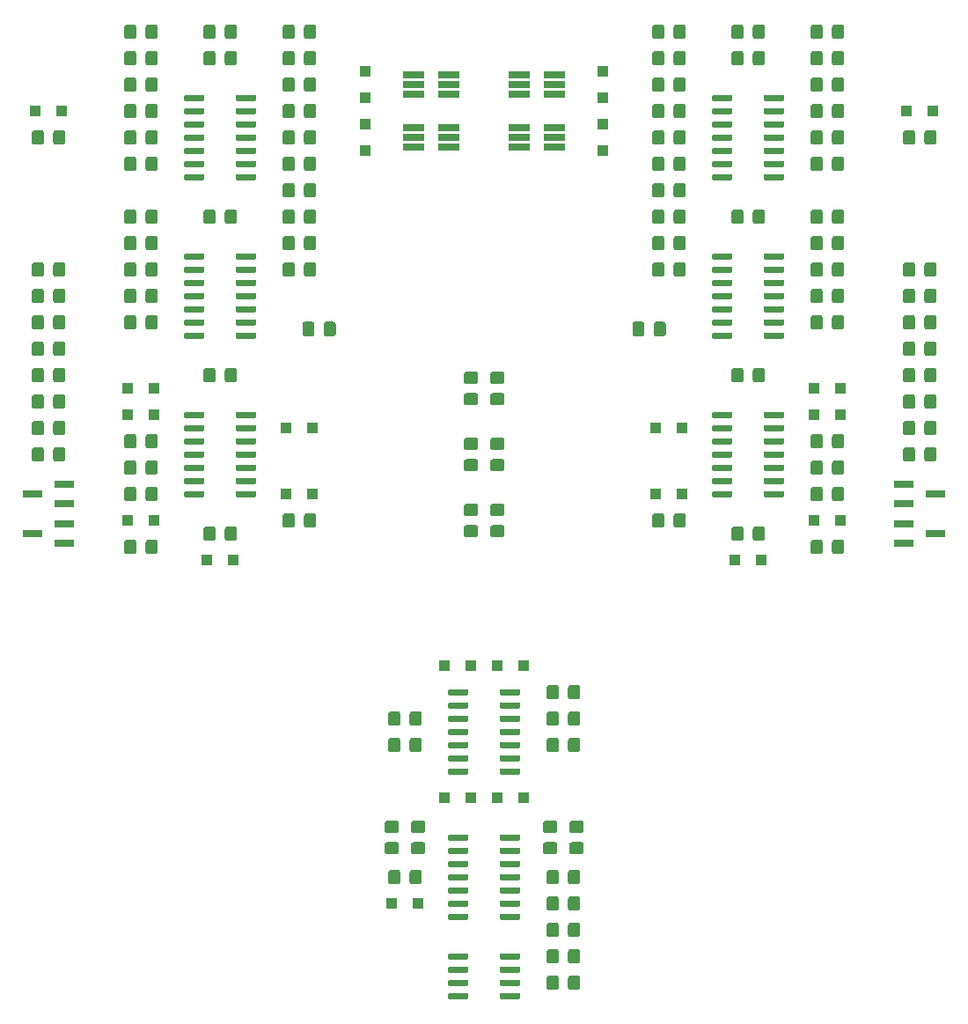
<source format=gbr>
G04 #@! TF.GenerationSoftware,KiCad,Pcbnew,(5.1.5)-3*
G04 #@! TF.CreationDate,2020-05-08T06:04:49-05:00*
G04 #@! TF.ProjectId,Miasma_Main_smd,4d696173-6d61-45f4-9d61-696e5f736d64,rev?*
G04 #@! TF.SameCoordinates,Original*
G04 #@! TF.FileFunction,Paste,Top*
G04 #@! TF.FilePolarity,Positive*
%FSLAX46Y46*%
G04 Gerber Fmt 4.6, Leading zero omitted, Abs format (unit mm)*
G04 Created by KiCad (PCBNEW (5.1.5)-3) date 2020-05-08 06:04:49*
%MOMM*%
%LPD*%
G04 APERTURE LIST*
%ADD10R,2.000000X0.650000*%
%ADD11R,1.900000X0.800000*%
%ADD12C,0.100000*%
%ADD13R,1.000000X1.000000*%
G04 APERTURE END LIST*
D10*
X151570000Y-58740000D03*
X151570000Y-59690000D03*
X151570000Y-60640000D03*
X148150000Y-60640000D03*
X148150000Y-59690000D03*
X148150000Y-58740000D03*
X151570000Y-53660000D03*
X151570000Y-54610000D03*
X151570000Y-55560000D03*
X148150000Y-55560000D03*
X148150000Y-54610000D03*
X148150000Y-53660000D03*
X137990000Y-60640000D03*
X137990000Y-59690000D03*
X137990000Y-58740000D03*
X141410000Y-58740000D03*
X141410000Y-59690000D03*
X141410000Y-60640000D03*
X137990000Y-55560000D03*
X137990000Y-54610000D03*
X137990000Y-53660000D03*
X141410000Y-53660000D03*
X141410000Y-54610000D03*
X141410000Y-55560000D03*
D11*
X188190000Y-97790000D03*
X185190000Y-98740000D03*
X185190000Y-96840000D03*
X101370000Y-97790000D03*
X104370000Y-96840000D03*
X104370000Y-98740000D03*
X188190000Y-93980000D03*
X185190000Y-94930000D03*
X185190000Y-93030000D03*
X101370000Y-93980000D03*
X104370000Y-93030000D03*
X104370000Y-94930000D03*
D12*
G36*
X148094703Y-141940722D02*
G01*
X148109264Y-141942882D01*
X148123543Y-141946459D01*
X148137403Y-141951418D01*
X148150710Y-141957712D01*
X148163336Y-141965280D01*
X148175159Y-141974048D01*
X148186066Y-141983934D01*
X148195952Y-141994841D01*
X148204720Y-142006664D01*
X148212288Y-142019290D01*
X148218582Y-142032597D01*
X148223541Y-142046457D01*
X148227118Y-142060736D01*
X148229278Y-142075297D01*
X148230000Y-142090000D01*
X148230000Y-142390000D01*
X148229278Y-142404703D01*
X148227118Y-142419264D01*
X148223541Y-142433543D01*
X148218582Y-142447403D01*
X148212288Y-142460710D01*
X148204720Y-142473336D01*
X148195952Y-142485159D01*
X148186066Y-142496066D01*
X148175159Y-142505952D01*
X148163336Y-142514720D01*
X148150710Y-142522288D01*
X148137403Y-142528582D01*
X148123543Y-142533541D01*
X148109264Y-142537118D01*
X148094703Y-142539278D01*
X148080000Y-142540000D01*
X146430000Y-142540000D01*
X146415297Y-142539278D01*
X146400736Y-142537118D01*
X146386457Y-142533541D01*
X146372597Y-142528582D01*
X146359290Y-142522288D01*
X146346664Y-142514720D01*
X146334841Y-142505952D01*
X146323934Y-142496066D01*
X146314048Y-142485159D01*
X146305280Y-142473336D01*
X146297712Y-142460710D01*
X146291418Y-142447403D01*
X146286459Y-142433543D01*
X146282882Y-142419264D01*
X146280722Y-142404703D01*
X146280000Y-142390000D01*
X146280000Y-142090000D01*
X146280722Y-142075297D01*
X146282882Y-142060736D01*
X146286459Y-142046457D01*
X146291418Y-142032597D01*
X146297712Y-142019290D01*
X146305280Y-142006664D01*
X146314048Y-141994841D01*
X146323934Y-141983934D01*
X146334841Y-141974048D01*
X146346664Y-141965280D01*
X146359290Y-141957712D01*
X146372597Y-141951418D01*
X146386457Y-141946459D01*
X146400736Y-141942882D01*
X146415297Y-141940722D01*
X146430000Y-141940000D01*
X148080000Y-141940000D01*
X148094703Y-141940722D01*
G37*
G36*
X148094703Y-140670722D02*
G01*
X148109264Y-140672882D01*
X148123543Y-140676459D01*
X148137403Y-140681418D01*
X148150710Y-140687712D01*
X148163336Y-140695280D01*
X148175159Y-140704048D01*
X148186066Y-140713934D01*
X148195952Y-140724841D01*
X148204720Y-140736664D01*
X148212288Y-140749290D01*
X148218582Y-140762597D01*
X148223541Y-140776457D01*
X148227118Y-140790736D01*
X148229278Y-140805297D01*
X148230000Y-140820000D01*
X148230000Y-141120000D01*
X148229278Y-141134703D01*
X148227118Y-141149264D01*
X148223541Y-141163543D01*
X148218582Y-141177403D01*
X148212288Y-141190710D01*
X148204720Y-141203336D01*
X148195952Y-141215159D01*
X148186066Y-141226066D01*
X148175159Y-141235952D01*
X148163336Y-141244720D01*
X148150710Y-141252288D01*
X148137403Y-141258582D01*
X148123543Y-141263541D01*
X148109264Y-141267118D01*
X148094703Y-141269278D01*
X148080000Y-141270000D01*
X146430000Y-141270000D01*
X146415297Y-141269278D01*
X146400736Y-141267118D01*
X146386457Y-141263541D01*
X146372597Y-141258582D01*
X146359290Y-141252288D01*
X146346664Y-141244720D01*
X146334841Y-141235952D01*
X146323934Y-141226066D01*
X146314048Y-141215159D01*
X146305280Y-141203336D01*
X146297712Y-141190710D01*
X146291418Y-141177403D01*
X146286459Y-141163543D01*
X146282882Y-141149264D01*
X146280722Y-141134703D01*
X146280000Y-141120000D01*
X146280000Y-140820000D01*
X146280722Y-140805297D01*
X146282882Y-140790736D01*
X146286459Y-140776457D01*
X146291418Y-140762597D01*
X146297712Y-140749290D01*
X146305280Y-140736664D01*
X146314048Y-140724841D01*
X146323934Y-140713934D01*
X146334841Y-140704048D01*
X146346664Y-140695280D01*
X146359290Y-140687712D01*
X146372597Y-140681418D01*
X146386457Y-140676459D01*
X146400736Y-140672882D01*
X146415297Y-140670722D01*
X146430000Y-140670000D01*
X148080000Y-140670000D01*
X148094703Y-140670722D01*
G37*
G36*
X148094703Y-139400722D02*
G01*
X148109264Y-139402882D01*
X148123543Y-139406459D01*
X148137403Y-139411418D01*
X148150710Y-139417712D01*
X148163336Y-139425280D01*
X148175159Y-139434048D01*
X148186066Y-139443934D01*
X148195952Y-139454841D01*
X148204720Y-139466664D01*
X148212288Y-139479290D01*
X148218582Y-139492597D01*
X148223541Y-139506457D01*
X148227118Y-139520736D01*
X148229278Y-139535297D01*
X148230000Y-139550000D01*
X148230000Y-139850000D01*
X148229278Y-139864703D01*
X148227118Y-139879264D01*
X148223541Y-139893543D01*
X148218582Y-139907403D01*
X148212288Y-139920710D01*
X148204720Y-139933336D01*
X148195952Y-139945159D01*
X148186066Y-139956066D01*
X148175159Y-139965952D01*
X148163336Y-139974720D01*
X148150710Y-139982288D01*
X148137403Y-139988582D01*
X148123543Y-139993541D01*
X148109264Y-139997118D01*
X148094703Y-139999278D01*
X148080000Y-140000000D01*
X146430000Y-140000000D01*
X146415297Y-139999278D01*
X146400736Y-139997118D01*
X146386457Y-139993541D01*
X146372597Y-139988582D01*
X146359290Y-139982288D01*
X146346664Y-139974720D01*
X146334841Y-139965952D01*
X146323934Y-139956066D01*
X146314048Y-139945159D01*
X146305280Y-139933336D01*
X146297712Y-139920710D01*
X146291418Y-139907403D01*
X146286459Y-139893543D01*
X146282882Y-139879264D01*
X146280722Y-139864703D01*
X146280000Y-139850000D01*
X146280000Y-139550000D01*
X146280722Y-139535297D01*
X146282882Y-139520736D01*
X146286459Y-139506457D01*
X146291418Y-139492597D01*
X146297712Y-139479290D01*
X146305280Y-139466664D01*
X146314048Y-139454841D01*
X146323934Y-139443934D01*
X146334841Y-139434048D01*
X146346664Y-139425280D01*
X146359290Y-139417712D01*
X146372597Y-139411418D01*
X146386457Y-139406459D01*
X146400736Y-139402882D01*
X146415297Y-139400722D01*
X146430000Y-139400000D01*
X148080000Y-139400000D01*
X148094703Y-139400722D01*
G37*
G36*
X148094703Y-138130722D02*
G01*
X148109264Y-138132882D01*
X148123543Y-138136459D01*
X148137403Y-138141418D01*
X148150710Y-138147712D01*
X148163336Y-138155280D01*
X148175159Y-138164048D01*
X148186066Y-138173934D01*
X148195952Y-138184841D01*
X148204720Y-138196664D01*
X148212288Y-138209290D01*
X148218582Y-138222597D01*
X148223541Y-138236457D01*
X148227118Y-138250736D01*
X148229278Y-138265297D01*
X148230000Y-138280000D01*
X148230000Y-138580000D01*
X148229278Y-138594703D01*
X148227118Y-138609264D01*
X148223541Y-138623543D01*
X148218582Y-138637403D01*
X148212288Y-138650710D01*
X148204720Y-138663336D01*
X148195952Y-138675159D01*
X148186066Y-138686066D01*
X148175159Y-138695952D01*
X148163336Y-138704720D01*
X148150710Y-138712288D01*
X148137403Y-138718582D01*
X148123543Y-138723541D01*
X148109264Y-138727118D01*
X148094703Y-138729278D01*
X148080000Y-138730000D01*
X146430000Y-138730000D01*
X146415297Y-138729278D01*
X146400736Y-138727118D01*
X146386457Y-138723541D01*
X146372597Y-138718582D01*
X146359290Y-138712288D01*
X146346664Y-138704720D01*
X146334841Y-138695952D01*
X146323934Y-138686066D01*
X146314048Y-138675159D01*
X146305280Y-138663336D01*
X146297712Y-138650710D01*
X146291418Y-138637403D01*
X146286459Y-138623543D01*
X146282882Y-138609264D01*
X146280722Y-138594703D01*
X146280000Y-138580000D01*
X146280000Y-138280000D01*
X146280722Y-138265297D01*
X146282882Y-138250736D01*
X146286459Y-138236457D01*
X146291418Y-138222597D01*
X146297712Y-138209290D01*
X146305280Y-138196664D01*
X146314048Y-138184841D01*
X146323934Y-138173934D01*
X146334841Y-138164048D01*
X146346664Y-138155280D01*
X146359290Y-138147712D01*
X146372597Y-138141418D01*
X146386457Y-138136459D01*
X146400736Y-138132882D01*
X146415297Y-138130722D01*
X146430000Y-138130000D01*
X148080000Y-138130000D01*
X148094703Y-138130722D01*
G37*
G36*
X143144703Y-138130722D02*
G01*
X143159264Y-138132882D01*
X143173543Y-138136459D01*
X143187403Y-138141418D01*
X143200710Y-138147712D01*
X143213336Y-138155280D01*
X143225159Y-138164048D01*
X143236066Y-138173934D01*
X143245952Y-138184841D01*
X143254720Y-138196664D01*
X143262288Y-138209290D01*
X143268582Y-138222597D01*
X143273541Y-138236457D01*
X143277118Y-138250736D01*
X143279278Y-138265297D01*
X143280000Y-138280000D01*
X143280000Y-138580000D01*
X143279278Y-138594703D01*
X143277118Y-138609264D01*
X143273541Y-138623543D01*
X143268582Y-138637403D01*
X143262288Y-138650710D01*
X143254720Y-138663336D01*
X143245952Y-138675159D01*
X143236066Y-138686066D01*
X143225159Y-138695952D01*
X143213336Y-138704720D01*
X143200710Y-138712288D01*
X143187403Y-138718582D01*
X143173543Y-138723541D01*
X143159264Y-138727118D01*
X143144703Y-138729278D01*
X143130000Y-138730000D01*
X141480000Y-138730000D01*
X141465297Y-138729278D01*
X141450736Y-138727118D01*
X141436457Y-138723541D01*
X141422597Y-138718582D01*
X141409290Y-138712288D01*
X141396664Y-138704720D01*
X141384841Y-138695952D01*
X141373934Y-138686066D01*
X141364048Y-138675159D01*
X141355280Y-138663336D01*
X141347712Y-138650710D01*
X141341418Y-138637403D01*
X141336459Y-138623543D01*
X141332882Y-138609264D01*
X141330722Y-138594703D01*
X141330000Y-138580000D01*
X141330000Y-138280000D01*
X141330722Y-138265297D01*
X141332882Y-138250736D01*
X141336459Y-138236457D01*
X141341418Y-138222597D01*
X141347712Y-138209290D01*
X141355280Y-138196664D01*
X141364048Y-138184841D01*
X141373934Y-138173934D01*
X141384841Y-138164048D01*
X141396664Y-138155280D01*
X141409290Y-138147712D01*
X141422597Y-138141418D01*
X141436457Y-138136459D01*
X141450736Y-138132882D01*
X141465297Y-138130722D01*
X141480000Y-138130000D01*
X143130000Y-138130000D01*
X143144703Y-138130722D01*
G37*
G36*
X143144703Y-139400722D02*
G01*
X143159264Y-139402882D01*
X143173543Y-139406459D01*
X143187403Y-139411418D01*
X143200710Y-139417712D01*
X143213336Y-139425280D01*
X143225159Y-139434048D01*
X143236066Y-139443934D01*
X143245952Y-139454841D01*
X143254720Y-139466664D01*
X143262288Y-139479290D01*
X143268582Y-139492597D01*
X143273541Y-139506457D01*
X143277118Y-139520736D01*
X143279278Y-139535297D01*
X143280000Y-139550000D01*
X143280000Y-139850000D01*
X143279278Y-139864703D01*
X143277118Y-139879264D01*
X143273541Y-139893543D01*
X143268582Y-139907403D01*
X143262288Y-139920710D01*
X143254720Y-139933336D01*
X143245952Y-139945159D01*
X143236066Y-139956066D01*
X143225159Y-139965952D01*
X143213336Y-139974720D01*
X143200710Y-139982288D01*
X143187403Y-139988582D01*
X143173543Y-139993541D01*
X143159264Y-139997118D01*
X143144703Y-139999278D01*
X143130000Y-140000000D01*
X141480000Y-140000000D01*
X141465297Y-139999278D01*
X141450736Y-139997118D01*
X141436457Y-139993541D01*
X141422597Y-139988582D01*
X141409290Y-139982288D01*
X141396664Y-139974720D01*
X141384841Y-139965952D01*
X141373934Y-139956066D01*
X141364048Y-139945159D01*
X141355280Y-139933336D01*
X141347712Y-139920710D01*
X141341418Y-139907403D01*
X141336459Y-139893543D01*
X141332882Y-139879264D01*
X141330722Y-139864703D01*
X141330000Y-139850000D01*
X141330000Y-139550000D01*
X141330722Y-139535297D01*
X141332882Y-139520736D01*
X141336459Y-139506457D01*
X141341418Y-139492597D01*
X141347712Y-139479290D01*
X141355280Y-139466664D01*
X141364048Y-139454841D01*
X141373934Y-139443934D01*
X141384841Y-139434048D01*
X141396664Y-139425280D01*
X141409290Y-139417712D01*
X141422597Y-139411418D01*
X141436457Y-139406459D01*
X141450736Y-139402882D01*
X141465297Y-139400722D01*
X141480000Y-139400000D01*
X143130000Y-139400000D01*
X143144703Y-139400722D01*
G37*
G36*
X143144703Y-140670722D02*
G01*
X143159264Y-140672882D01*
X143173543Y-140676459D01*
X143187403Y-140681418D01*
X143200710Y-140687712D01*
X143213336Y-140695280D01*
X143225159Y-140704048D01*
X143236066Y-140713934D01*
X143245952Y-140724841D01*
X143254720Y-140736664D01*
X143262288Y-140749290D01*
X143268582Y-140762597D01*
X143273541Y-140776457D01*
X143277118Y-140790736D01*
X143279278Y-140805297D01*
X143280000Y-140820000D01*
X143280000Y-141120000D01*
X143279278Y-141134703D01*
X143277118Y-141149264D01*
X143273541Y-141163543D01*
X143268582Y-141177403D01*
X143262288Y-141190710D01*
X143254720Y-141203336D01*
X143245952Y-141215159D01*
X143236066Y-141226066D01*
X143225159Y-141235952D01*
X143213336Y-141244720D01*
X143200710Y-141252288D01*
X143187403Y-141258582D01*
X143173543Y-141263541D01*
X143159264Y-141267118D01*
X143144703Y-141269278D01*
X143130000Y-141270000D01*
X141480000Y-141270000D01*
X141465297Y-141269278D01*
X141450736Y-141267118D01*
X141436457Y-141263541D01*
X141422597Y-141258582D01*
X141409290Y-141252288D01*
X141396664Y-141244720D01*
X141384841Y-141235952D01*
X141373934Y-141226066D01*
X141364048Y-141215159D01*
X141355280Y-141203336D01*
X141347712Y-141190710D01*
X141341418Y-141177403D01*
X141336459Y-141163543D01*
X141332882Y-141149264D01*
X141330722Y-141134703D01*
X141330000Y-141120000D01*
X141330000Y-140820000D01*
X141330722Y-140805297D01*
X141332882Y-140790736D01*
X141336459Y-140776457D01*
X141341418Y-140762597D01*
X141347712Y-140749290D01*
X141355280Y-140736664D01*
X141364048Y-140724841D01*
X141373934Y-140713934D01*
X141384841Y-140704048D01*
X141396664Y-140695280D01*
X141409290Y-140687712D01*
X141422597Y-140681418D01*
X141436457Y-140676459D01*
X141450736Y-140672882D01*
X141465297Y-140670722D01*
X141480000Y-140670000D01*
X143130000Y-140670000D01*
X143144703Y-140670722D01*
G37*
G36*
X143144703Y-141940722D02*
G01*
X143159264Y-141942882D01*
X143173543Y-141946459D01*
X143187403Y-141951418D01*
X143200710Y-141957712D01*
X143213336Y-141965280D01*
X143225159Y-141974048D01*
X143236066Y-141983934D01*
X143245952Y-141994841D01*
X143254720Y-142006664D01*
X143262288Y-142019290D01*
X143268582Y-142032597D01*
X143273541Y-142046457D01*
X143277118Y-142060736D01*
X143279278Y-142075297D01*
X143280000Y-142090000D01*
X143280000Y-142390000D01*
X143279278Y-142404703D01*
X143277118Y-142419264D01*
X143273541Y-142433543D01*
X143268582Y-142447403D01*
X143262288Y-142460710D01*
X143254720Y-142473336D01*
X143245952Y-142485159D01*
X143236066Y-142496066D01*
X143225159Y-142505952D01*
X143213336Y-142514720D01*
X143200710Y-142522288D01*
X143187403Y-142528582D01*
X143173543Y-142533541D01*
X143159264Y-142537118D01*
X143144703Y-142539278D01*
X143130000Y-142540000D01*
X141480000Y-142540000D01*
X141465297Y-142539278D01*
X141450736Y-142537118D01*
X141436457Y-142533541D01*
X141422597Y-142528582D01*
X141409290Y-142522288D01*
X141396664Y-142514720D01*
X141384841Y-142505952D01*
X141373934Y-142496066D01*
X141364048Y-142485159D01*
X141355280Y-142473336D01*
X141347712Y-142460710D01*
X141341418Y-142447403D01*
X141336459Y-142433543D01*
X141332882Y-142419264D01*
X141330722Y-142404703D01*
X141330000Y-142390000D01*
X141330000Y-142090000D01*
X141330722Y-142075297D01*
X141332882Y-142060736D01*
X141336459Y-142046457D01*
X141341418Y-142032597D01*
X141347712Y-142019290D01*
X141355280Y-142006664D01*
X141364048Y-141994841D01*
X141373934Y-141983934D01*
X141384841Y-141974048D01*
X141396664Y-141965280D01*
X141409290Y-141957712D01*
X141422597Y-141951418D01*
X141436457Y-141946459D01*
X141450736Y-141942882D01*
X141465297Y-141940722D01*
X141480000Y-141940000D01*
X143130000Y-141940000D01*
X143144703Y-141940722D01*
G37*
D13*
X171430000Y-100330000D03*
X168930000Y-100330000D03*
X118130000Y-100330000D03*
X120630000Y-100330000D03*
X163810000Y-93980000D03*
X161310000Y-93980000D03*
X163810000Y-87630000D03*
X161310000Y-87630000D03*
X125750000Y-93980000D03*
X128250000Y-93980000D03*
X125750000Y-87630000D03*
X128250000Y-87630000D03*
X176550000Y-96520000D03*
X179050000Y-96520000D03*
X113010000Y-96520000D03*
X110510000Y-96520000D03*
X156210000Y-55860000D03*
X156210000Y-53360000D03*
X156210000Y-58440000D03*
X156210000Y-60940000D03*
X133350000Y-55860000D03*
X133350000Y-53360000D03*
X133350000Y-58440000D03*
X133350000Y-60940000D03*
X179050000Y-83820000D03*
X176550000Y-83820000D03*
X110510000Y-83820000D03*
X113010000Y-83820000D03*
X176550000Y-86360000D03*
X179050000Y-86360000D03*
X113010000Y-86360000D03*
X110510000Y-86360000D03*
X138410000Y-133350000D03*
X135910000Y-133350000D03*
X146070000Y-110490000D03*
X148570000Y-110490000D03*
X143490000Y-110490000D03*
X140990000Y-110490000D03*
X148570000Y-123190000D03*
X146070000Y-123190000D03*
X140990000Y-123190000D03*
X143490000Y-123190000D03*
D12*
G36*
X148094703Y-126700722D02*
G01*
X148109264Y-126702882D01*
X148123543Y-126706459D01*
X148137403Y-126711418D01*
X148150710Y-126717712D01*
X148163336Y-126725280D01*
X148175159Y-126734048D01*
X148186066Y-126743934D01*
X148195952Y-126754841D01*
X148204720Y-126766664D01*
X148212288Y-126779290D01*
X148218582Y-126792597D01*
X148223541Y-126806457D01*
X148227118Y-126820736D01*
X148229278Y-126835297D01*
X148230000Y-126850000D01*
X148230000Y-127150000D01*
X148229278Y-127164703D01*
X148227118Y-127179264D01*
X148223541Y-127193543D01*
X148218582Y-127207403D01*
X148212288Y-127220710D01*
X148204720Y-127233336D01*
X148195952Y-127245159D01*
X148186066Y-127256066D01*
X148175159Y-127265952D01*
X148163336Y-127274720D01*
X148150710Y-127282288D01*
X148137403Y-127288582D01*
X148123543Y-127293541D01*
X148109264Y-127297118D01*
X148094703Y-127299278D01*
X148080000Y-127300000D01*
X146430000Y-127300000D01*
X146415297Y-127299278D01*
X146400736Y-127297118D01*
X146386457Y-127293541D01*
X146372597Y-127288582D01*
X146359290Y-127282288D01*
X146346664Y-127274720D01*
X146334841Y-127265952D01*
X146323934Y-127256066D01*
X146314048Y-127245159D01*
X146305280Y-127233336D01*
X146297712Y-127220710D01*
X146291418Y-127207403D01*
X146286459Y-127193543D01*
X146282882Y-127179264D01*
X146280722Y-127164703D01*
X146280000Y-127150000D01*
X146280000Y-126850000D01*
X146280722Y-126835297D01*
X146282882Y-126820736D01*
X146286459Y-126806457D01*
X146291418Y-126792597D01*
X146297712Y-126779290D01*
X146305280Y-126766664D01*
X146314048Y-126754841D01*
X146323934Y-126743934D01*
X146334841Y-126734048D01*
X146346664Y-126725280D01*
X146359290Y-126717712D01*
X146372597Y-126711418D01*
X146386457Y-126706459D01*
X146400736Y-126702882D01*
X146415297Y-126700722D01*
X146430000Y-126700000D01*
X148080000Y-126700000D01*
X148094703Y-126700722D01*
G37*
G36*
X148094703Y-127970722D02*
G01*
X148109264Y-127972882D01*
X148123543Y-127976459D01*
X148137403Y-127981418D01*
X148150710Y-127987712D01*
X148163336Y-127995280D01*
X148175159Y-128004048D01*
X148186066Y-128013934D01*
X148195952Y-128024841D01*
X148204720Y-128036664D01*
X148212288Y-128049290D01*
X148218582Y-128062597D01*
X148223541Y-128076457D01*
X148227118Y-128090736D01*
X148229278Y-128105297D01*
X148230000Y-128120000D01*
X148230000Y-128420000D01*
X148229278Y-128434703D01*
X148227118Y-128449264D01*
X148223541Y-128463543D01*
X148218582Y-128477403D01*
X148212288Y-128490710D01*
X148204720Y-128503336D01*
X148195952Y-128515159D01*
X148186066Y-128526066D01*
X148175159Y-128535952D01*
X148163336Y-128544720D01*
X148150710Y-128552288D01*
X148137403Y-128558582D01*
X148123543Y-128563541D01*
X148109264Y-128567118D01*
X148094703Y-128569278D01*
X148080000Y-128570000D01*
X146430000Y-128570000D01*
X146415297Y-128569278D01*
X146400736Y-128567118D01*
X146386457Y-128563541D01*
X146372597Y-128558582D01*
X146359290Y-128552288D01*
X146346664Y-128544720D01*
X146334841Y-128535952D01*
X146323934Y-128526066D01*
X146314048Y-128515159D01*
X146305280Y-128503336D01*
X146297712Y-128490710D01*
X146291418Y-128477403D01*
X146286459Y-128463543D01*
X146282882Y-128449264D01*
X146280722Y-128434703D01*
X146280000Y-128420000D01*
X146280000Y-128120000D01*
X146280722Y-128105297D01*
X146282882Y-128090736D01*
X146286459Y-128076457D01*
X146291418Y-128062597D01*
X146297712Y-128049290D01*
X146305280Y-128036664D01*
X146314048Y-128024841D01*
X146323934Y-128013934D01*
X146334841Y-128004048D01*
X146346664Y-127995280D01*
X146359290Y-127987712D01*
X146372597Y-127981418D01*
X146386457Y-127976459D01*
X146400736Y-127972882D01*
X146415297Y-127970722D01*
X146430000Y-127970000D01*
X148080000Y-127970000D01*
X148094703Y-127970722D01*
G37*
G36*
X148094703Y-129240722D02*
G01*
X148109264Y-129242882D01*
X148123543Y-129246459D01*
X148137403Y-129251418D01*
X148150710Y-129257712D01*
X148163336Y-129265280D01*
X148175159Y-129274048D01*
X148186066Y-129283934D01*
X148195952Y-129294841D01*
X148204720Y-129306664D01*
X148212288Y-129319290D01*
X148218582Y-129332597D01*
X148223541Y-129346457D01*
X148227118Y-129360736D01*
X148229278Y-129375297D01*
X148230000Y-129390000D01*
X148230000Y-129690000D01*
X148229278Y-129704703D01*
X148227118Y-129719264D01*
X148223541Y-129733543D01*
X148218582Y-129747403D01*
X148212288Y-129760710D01*
X148204720Y-129773336D01*
X148195952Y-129785159D01*
X148186066Y-129796066D01*
X148175159Y-129805952D01*
X148163336Y-129814720D01*
X148150710Y-129822288D01*
X148137403Y-129828582D01*
X148123543Y-129833541D01*
X148109264Y-129837118D01*
X148094703Y-129839278D01*
X148080000Y-129840000D01*
X146430000Y-129840000D01*
X146415297Y-129839278D01*
X146400736Y-129837118D01*
X146386457Y-129833541D01*
X146372597Y-129828582D01*
X146359290Y-129822288D01*
X146346664Y-129814720D01*
X146334841Y-129805952D01*
X146323934Y-129796066D01*
X146314048Y-129785159D01*
X146305280Y-129773336D01*
X146297712Y-129760710D01*
X146291418Y-129747403D01*
X146286459Y-129733543D01*
X146282882Y-129719264D01*
X146280722Y-129704703D01*
X146280000Y-129690000D01*
X146280000Y-129390000D01*
X146280722Y-129375297D01*
X146282882Y-129360736D01*
X146286459Y-129346457D01*
X146291418Y-129332597D01*
X146297712Y-129319290D01*
X146305280Y-129306664D01*
X146314048Y-129294841D01*
X146323934Y-129283934D01*
X146334841Y-129274048D01*
X146346664Y-129265280D01*
X146359290Y-129257712D01*
X146372597Y-129251418D01*
X146386457Y-129246459D01*
X146400736Y-129242882D01*
X146415297Y-129240722D01*
X146430000Y-129240000D01*
X148080000Y-129240000D01*
X148094703Y-129240722D01*
G37*
G36*
X148094703Y-130510722D02*
G01*
X148109264Y-130512882D01*
X148123543Y-130516459D01*
X148137403Y-130521418D01*
X148150710Y-130527712D01*
X148163336Y-130535280D01*
X148175159Y-130544048D01*
X148186066Y-130553934D01*
X148195952Y-130564841D01*
X148204720Y-130576664D01*
X148212288Y-130589290D01*
X148218582Y-130602597D01*
X148223541Y-130616457D01*
X148227118Y-130630736D01*
X148229278Y-130645297D01*
X148230000Y-130660000D01*
X148230000Y-130960000D01*
X148229278Y-130974703D01*
X148227118Y-130989264D01*
X148223541Y-131003543D01*
X148218582Y-131017403D01*
X148212288Y-131030710D01*
X148204720Y-131043336D01*
X148195952Y-131055159D01*
X148186066Y-131066066D01*
X148175159Y-131075952D01*
X148163336Y-131084720D01*
X148150710Y-131092288D01*
X148137403Y-131098582D01*
X148123543Y-131103541D01*
X148109264Y-131107118D01*
X148094703Y-131109278D01*
X148080000Y-131110000D01*
X146430000Y-131110000D01*
X146415297Y-131109278D01*
X146400736Y-131107118D01*
X146386457Y-131103541D01*
X146372597Y-131098582D01*
X146359290Y-131092288D01*
X146346664Y-131084720D01*
X146334841Y-131075952D01*
X146323934Y-131066066D01*
X146314048Y-131055159D01*
X146305280Y-131043336D01*
X146297712Y-131030710D01*
X146291418Y-131017403D01*
X146286459Y-131003543D01*
X146282882Y-130989264D01*
X146280722Y-130974703D01*
X146280000Y-130960000D01*
X146280000Y-130660000D01*
X146280722Y-130645297D01*
X146282882Y-130630736D01*
X146286459Y-130616457D01*
X146291418Y-130602597D01*
X146297712Y-130589290D01*
X146305280Y-130576664D01*
X146314048Y-130564841D01*
X146323934Y-130553934D01*
X146334841Y-130544048D01*
X146346664Y-130535280D01*
X146359290Y-130527712D01*
X146372597Y-130521418D01*
X146386457Y-130516459D01*
X146400736Y-130512882D01*
X146415297Y-130510722D01*
X146430000Y-130510000D01*
X148080000Y-130510000D01*
X148094703Y-130510722D01*
G37*
G36*
X148094703Y-131780722D02*
G01*
X148109264Y-131782882D01*
X148123543Y-131786459D01*
X148137403Y-131791418D01*
X148150710Y-131797712D01*
X148163336Y-131805280D01*
X148175159Y-131814048D01*
X148186066Y-131823934D01*
X148195952Y-131834841D01*
X148204720Y-131846664D01*
X148212288Y-131859290D01*
X148218582Y-131872597D01*
X148223541Y-131886457D01*
X148227118Y-131900736D01*
X148229278Y-131915297D01*
X148230000Y-131930000D01*
X148230000Y-132230000D01*
X148229278Y-132244703D01*
X148227118Y-132259264D01*
X148223541Y-132273543D01*
X148218582Y-132287403D01*
X148212288Y-132300710D01*
X148204720Y-132313336D01*
X148195952Y-132325159D01*
X148186066Y-132336066D01*
X148175159Y-132345952D01*
X148163336Y-132354720D01*
X148150710Y-132362288D01*
X148137403Y-132368582D01*
X148123543Y-132373541D01*
X148109264Y-132377118D01*
X148094703Y-132379278D01*
X148080000Y-132380000D01*
X146430000Y-132380000D01*
X146415297Y-132379278D01*
X146400736Y-132377118D01*
X146386457Y-132373541D01*
X146372597Y-132368582D01*
X146359290Y-132362288D01*
X146346664Y-132354720D01*
X146334841Y-132345952D01*
X146323934Y-132336066D01*
X146314048Y-132325159D01*
X146305280Y-132313336D01*
X146297712Y-132300710D01*
X146291418Y-132287403D01*
X146286459Y-132273543D01*
X146282882Y-132259264D01*
X146280722Y-132244703D01*
X146280000Y-132230000D01*
X146280000Y-131930000D01*
X146280722Y-131915297D01*
X146282882Y-131900736D01*
X146286459Y-131886457D01*
X146291418Y-131872597D01*
X146297712Y-131859290D01*
X146305280Y-131846664D01*
X146314048Y-131834841D01*
X146323934Y-131823934D01*
X146334841Y-131814048D01*
X146346664Y-131805280D01*
X146359290Y-131797712D01*
X146372597Y-131791418D01*
X146386457Y-131786459D01*
X146400736Y-131782882D01*
X146415297Y-131780722D01*
X146430000Y-131780000D01*
X148080000Y-131780000D01*
X148094703Y-131780722D01*
G37*
G36*
X148094703Y-133050722D02*
G01*
X148109264Y-133052882D01*
X148123543Y-133056459D01*
X148137403Y-133061418D01*
X148150710Y-133067712D01*
X148163336Y-133075280D01*
X148175159Y-133084048D01*
X148186066Y-133093934D01*
X148195952Y-133104841D01*
X148204720Y-133116664D01*
X148212288Y-133129290D01*
X148218582Y-133142597D01*
X148223541Y-133156457D01*
X148227118Y-133170736D01*
X148229278Y-133185297D01*
X148230000Y-133200000D01*
X148230000Y-133500000D01*
X148229278Y-133514703D01*
X148227118Y-133529264D01*
X148223541Y-133543543D01*
X148218582Y-133557403D01*
X148212288Y-133570710D01*
X148204720Y-133583336D01*
X148195952Y-133595159D01*
X148186066Y-133606066D01*
X148175159Y-133615952D01*
X148163336Y-133624720D01*
X148150710Y-133632288D01*
X148137403Y-133638582D01*
X148123543Y-133643541D01*
X148109264Y-133647118D01*
X148094703Y-133649278D01*
X148080000Y-133650000D01*
X146430000Y-133650000D01*
X146415297Y-133649278D01*
X146400736Y-133647118D01*
X146386457Y-133643541D01*
X146372597Y-133638582D01*
X146359290Y-133632288D01*
X146346664Y-133624720D01*
X146334841Y-133615952D01*
X146323934Y-133606066D01*
X146314048Y-133595159D01*
X146305280Y-133583336D01*
X146297712Y-133570710D01*
X146291418Y-133557403D01*
X146286459Y-133543543D01*
X146282882Y-133529264D01*
X146280722Y-133514703D01*
X146280000Y-133500000D01*
X146280000Y-133200000D01*
X146280722Y-133185297D01*
X146282882Y-133170736D01*
X146286459Y-133156457D01*
X146291418Y-133142597D01*
X146297712Y-133129290D01*
X146305280Y-133116664D01*
X146314048Y-133104841D01*
X146323934Y-133093934D01*
X146334841Y-133084048D01*
X146346664Y-133075280D01*
X146359290Y-133067712D01*
X146372597Y-133061418D01*
X146386457Y-133056459D01*
X146400736Y-133052882D01*
X146415297Y-133050722D01*
X146430000Y-133050000D01*
X148080000Y-133050000D01*
X148094703Y-133050722D01*
G37*
G36*
X148094703Y-134320722D02*
G01*
X148109264Y-134322882D01*
X148123543Y-134326459D01*
X148137403Y-134331418D01*
X148150710Y-134337712D01*
X148163336Y-134345280D01*
X148175159Y-134354048D01*
X148186066Y-134363934D01*
X148195952Y-134374841D01*
X148204720Y-134386664D01*
X148212288Y-134399290D01*
X148218582Y-134412597D01*
X148223541Y-134426457D01*
X148227118Y-134440736D01*
X148229278Y-134455297D01*
X148230000Y-134470000D01*
X148230000Y-134770000D01*
X148229278Y-134784703D01*
X148227118Y-134799264D01*
X148223541Y-134813543D01*
X148218582Y-134827403D01*
X148212288Y-134840710D01*
X148204720Y-134853336D01*
X148195952Y-134865159D01*
X148186066Y-134876066D01*
X148175159Y-134885952D01*
X148163336Y-134894720D01*
X148150710Y-134902288D01*
X148137403Y-134908582D01*
X148123543Y-134913541D01*
X148109264Y-134917118D01*
X148094703Y-134919278D01*
X148080000Y-134920000D01*
X146430000Y-134920000D01*
X146415297Y-134919278D01*
X146400736Y-134917118D01*
X146386457Y-134913541D01*
X146372597Y-134908582D01*
X146359290Y-134902288D01*
X146346664Y-134894720D01*
X146334841Y-134885952D01*
X146323934Y-134876066D01*
X146314048Y-134865159D01*
X146305280Y-134853336D01*
X146297712Y-134840710D01*
X146291418Y-134827403D01*
X146286459Y-134813543D01*
X146282882Y-134799264D01*
X146280722Y-134784703D01*
X146280000Y-134770000D01*
X146280000Y-134470000D01*
X146280722Y-134455297D01*
X146282882Y-134440736D01*
X146286459Y-134426457D01*
X146291418Y-134412597D01*
X146297712Y-134399290D01*
X146305280Y-134386664D01*
X146314048Y-134374841D01*
X146323934Y-134363934D01*
X146334841Y-134354048D01*
X146346664Y-134345280D01*
X146359290Y-134337712D01*
X146372597Y-134331418D01*
X146386457Y-134326459D01*
X146400736Y-134322882D01*
X146415297Y-134320722D01*
X146430000Y-134320000D01*
X148080000Y-134320000D01*
X148094703Y-134320722D01*
G37*
G36*
X143144703Y-134320722D02*
G01*
X143159264Y-134322882D01*
X143173543Y-134326459D01*
X143187403Y-134331418D01*
X143200710Y-134337712D01*
X143213336Y-134345280D01*
X143225159Y-134354048D01*
X143236066Y-134363934D01*
X143245952Y-134374841D01*
X143254720Y-134386664D01*
X143262288Y-134399290D01*
X143268582Y-134412597D01*
X143273541Y-134426457D01*
X143277118Y-134440736D01*
X143279278Y-134455297D01*
X143280000Y-134470000D01*
X143280000Y-134770000D01*
X143279278Y-134784703D01*
X143277118Y-134799264D01*
X143273541Y-134813543D01*
X143268582Y-134827403D01*
X143262288Y-134840710D01*
X143254720Y-134853336D01*
X143245952Y-134865159D01*
X143236066Y-134876066D01*
X143225159Y-134885952D01*
X143213336Y-134894720D01*
X143200710Y-134902288D01*
X143187403Y-134908582D01*
X143173543Y-134913541D01*
X143159264Y-134917118D01*
X143144703Y-134919278D01*
X143130000Y-134920000D01*
X141480000Y-134920000D01*
X141465297Y-134919278D01*
X141450736Y-134917118D01*
X141436457Y-134913541D01*
X141422597Y-134908582D01*
X141409290Y-134902288D01*
X141396664Y-134894720D01*
X141384841Y-134885952D01*
X141373934Y-134876066D01*
X141364048Y-134865159D01*
X141355280Y-134853336D01*
X141347712Y-134840710D01*
X141341418Y-134827403D01*
X141336459Y-134813543D01*
X141332882Y-134799264D01*
X141330722Y-134784703D01*
X141330000Y-134770000D01*
X141330000Y-134470000D01*
X141330722Y-134455297D01*
X141332882Y-134440736D01*
X141336459Y-134426457D01*
X141341418Y-134412597D01*
X141347712Y-134399290D01*
X141355280Y-134386664D01*
X141364048Y-134374841D01*
X141373934Y-134363934D01*
X141384841Y-134354048D01*
X141396664Y-134345280D01*
X141409290Y-134337712D01*
X141422597Y-134331418D01*
X141436457Y-134326459D01*
X141450736Y-134322882D01*
X141465297Y-134320722D01*
X141480000Y-134320000D01*
X143130000Y-134320000D01*
X143144703Y-134320722D01*
G37*
G36*
X143144703Y-133050722D02*
G01*
X143159264Y-133052882D01*
X143173543Y-133056459D01*
X143187403Y-133061418D01*
X143200710Y-133067712D01*
X143213336Y-133075280D01*
X143225159Y-133084048D01*
X143236066Y-133093934D01*
X143245952Y-133104841D01*
X143254720Y-133116664D01*
X143262288Y-133129290D01*
X143268582Y-133142597D01*
X143273541Y-133156457D01*
X143277118Y-133170736D01*
X143279278Y-133185297D01*
X143280000Y-133200000D01*
X143280000Y-133500000D01*
X143279278Y-133514703D01*
X143277118Y-133529264D01*
X143273541Y-133543543D01*
X143268582Y-133557403D01*
X143262288Y-133570710D01*
X143254720Y-133583336D01*
X143245952Y-133595159D01*
X143236066Y-133606066D01*
X143225159Y-133615952D01*
X143213336Y-133624720D01*
X143200710Y-133632288D01*
X143187403Y-133638582D01*
X143173543Y-133643541D01*
X143159264Y-133647118D01*
X143144703Y-133649278D01*
X143130000Y-133650000D01*
X141480000Y-133650000D01*
X141465297Y-133649278D01*
X141450736Y-133647118D01*
X141436457Y-133643541D01*
X141422597Y-133638582D01*
X141409290Y-133632288D01*
X141396664Y-133624720D01*
X141384841Y-133615952D01*
X141373934Y-133606066D01*
X141364048Y-133595159D01*
X141355280Y-133583336D01*
X141347712Y-133570710D01*
X141341418Y-133557403D01*
X141336459Y-133543543D01*
X141332882Y-133529264D01*
X141330722Y-133514703D01*
X141330000Y-133500000D01*
X141330000Y-133200000D01*
X141330722Y-133185297D01*
X141332882Y-133170736D01*
X141336459Y-133156457D01*
X141341418Y-133142597D01*
X141347712Y-133129290D01*
X141355280Y-133116664D01*
X141364048Y-133104841D01*
X141373934Y-133093934D01*
X141384841Y-133084048D01*
X141396664Y-133075280D01*
X141409290Y-133067712D01*
X141422597Y-133061418D01*
X141436457Y-133056459D01*
X141450736Y-133052882D01*
X141465297Y-133050722D01*
X141480000Y-133050000D01*
X143130000Y-133050000D01*
X143144703Y-133050722D01*
G37*
G36*
X143144703Y-131780722D02*
G01*
X143159264Y-131782882D01*
X143173543Y-131786459D01*
X143187403Y-131791418D01*
X143200710Y-131797712D01*
X143213336Y-131805280D01*
X143225159Y-131814048D01*
X143236066Y-131823934D01*
X143245952Y-131834841D01*
X143254720Y-131846664D01*
X143262288Y-131859290D01*
X143268582Y-131872597D01*
X143273541Y-131886457D01*
X143277118Y-131900736D01*
X143279278Y-131915297D01*
X143280000Y-131930000D01*
X143280000Y-132230000D01*
X143279278Y-132244703D01*
X143277118Y-132259264D01*
X143273541Y-132273543D01*
X143268582Y-132287403D01*
X143262288Y-132300710D01*
X143254720Y-132313336D01*
X143245952Y-132325159D01*
X143236066Y-132336066D01*
X143225159Y-132345952D01*
X143213336Y-132354720D01*
X143200710Y-132362288D01*
X143187403Y-132368582D01*
X143173543Y-132373541D01*
X143159264Y-132377118D01*
X143144703Y-132379278D01*
X143130000Y-132380000D01*
X141480000Y-132380000D01*
X141465297Y-132379278D01*
X141450736Y-132377118D01*
X141436457Y-132373541D01*
X141422597Y-132368582D01*
X141409290Y-132362288D01*
X141396664Y-132354720D01*
X141384841Y-132345952D01*
X141373934Y-132336066D01*
X141364048Y-132325159D01*
X141355280Y-132313336D01*
X141347712Y-132300710D01*
X141341418Y-132287403D01*
X141336459Y-132273543D01*
X141332882Y-132259264D01*
X141330722Y-132244703D01*
X141330000Y-132230000D01*
X141330000Y-131930000D01*
X141330722Y-131915297D01*
X141332882Y-131900736D01*
X141336459Y-131886457D01*
X141341418Y-131872597D01*
X141347712Y-131859290D01*
X141355280Y-131846664D01*
X141364048Y-131834841D01*
X141373934Y-131823934D01*
X141384841Y-131814048D01*
X141396664Y-131805280D01*
X141409290Y-131797712D01*
X141422597Y-131791418D01*
X141436457Y-131786459D01*
X141450736Y-131782882D01*
X141465297Y-131780722D01*
X141480000Y-131780000D01*
X143130000Y-131780000D01*
X143144703Y-131780722D01*
G37*
G36*
X143144703Y-130510722D02*
G01*
X143159264Y-130512882D01*
X143173543Y-130516459D01*
X143187403Y-130521418D01*
X143200710Y-130527712D01*
X143213336Y-130535280D01*
X143225159Y-130544048D01*
X143236066Y-130553934D01*
X143245952Y-130564841D01*
X143254720Y-130576664D01*
X143262288Y-130589290D01*
X143268582Y-130602597D01*
X143273541Y-130616457D01*
X143277118Y-130630736D01*
X143279278Y-130645297D01*
X143280000Y-130660000D01*
X143280000Y-130960000D01*
X143279278Y-130974703D01*
X143277118Y-130989264D01*
X143273541Y-131003543D01*
X143268582Y-131017403D01*
X143262288Y-131030710D01*
X143254720Y-131043336D01*
X143245952Y-131055159D01*
X143236066Y-131066066D01*
X143225159Y-131075952D01*
X143213336Y-131084720D01*
X143200710Y-131092288D01*
X143187403Y-131098582D01*
X143173543Y-131103541D01*
X143159264Y-131107118D01*
X143144703Y-131109278D01*
X143130000Y-131110000D01*
X141480000Y-131110000D01*
X141465297Y-131109278D01*
X141450736Y-131107118D01*
X141436457Y-131103541D01*
X141422597Y-131098582D01*
X141409290Y-131092288D01*
X141396664Y-131084720D01*
X141384841Y-131075952D01*
X141373934Y-131066066D01*
X141364048Y-131055159D01*
X141355280Y-131043336D01*
X141347712Y-131030710D01*
X141341418Y-131017403D01*
X141336459Y-131003543D01*
X141332882Y-130989264D01*
X141330722Y-130974703D01*
X141330000Y-130960000D01*
X141330000Y-130660000D01*
X141330722Y-130645297D01*
X141332882Y-130630736D01*
X141336459Y-130616457D01*
X141341418Y-130602597D01*
X141347712Y-130589290D01*
X141355280Y-130576664D01*
X141364048Y-130564841D01*
X141373934Y-130553934D01*
X141384841Y-130544048D01*
X141396664Y-130535280D01*
X141409290Y-130527712D01*
X141422597Y-130521418D01*
X141436457Y-130516459D01*
X141450736Y-130512882D01*
X141465297Y-130510722D01*
X141480000Y-130510000D01*
X143130000Y-130510000D01*
X143144703Y-130510722D01*
G37*
G36*
X143144703Y-129240722D02*
G01*
X143159264Y-129242882D01*
X143173543Y-129246459D01*
X143187403Y-129251418D01*
X143200710Y-129257712D01*
X143213336Y-129265280D01*
X143225159Y-129274048D01*
X143236066Y-129283934D01*
X143245952Y-129294841D01*
X143254720Y-129306664D01*
X143262288Y-129319290D01*
X143268582Y-129332597D01*
X143273541Y-129346457D01*
X143277118Y-129360736D01*
X143279278Y-129375297D01*
X143280000Y-129390000D01*
X143280000Y-129690000D01*
X143279278Y-129704703D01*
X143277118Y-129719264D01*
X143273541Y-129733543D01*
X143268582Y-129747403D01*
X143262288Y-129760710D01*
X143254720Y-129773336D01*
X143245952Y-129785159D01*
X143236066Y-129796066D01*
X143225159Y-129805952D01*
X143213336Y-129814720D01*
X143200710Y-129822288D01*
X143187403Y-129828582D01*
X143173543Y-129833541D01*
X143159264Y-129837118D01*
X143144703Y-129839278D01*
X143130000Y-129840000D01*
X141480000Y-129840000D01*
X141465297Y-129839278D01*
X141450736Y-129837118D01*
X141436457Y-129833541D01*
X141422597Y-129828582D01*
X141409290Y-129822288D01*
X141396664Y-129814720D01*
X141384841Y-129805952D01*
X141373934Y-129796066D01*
X141364048Y-129785159D01*
X141355280Y-129773336D01*
X141347712Y-129760710D01*
X141341418Y-129747403D01*
X141336459Y-129733543D01*
X141332882Y-129719264D01*
X141330722Y-129704703D01*
X141330000Y-129690000D01*
X141330000Y-129390000D01*
X141330722Y-129375297D01*
X141332882Y-129360736D01*
X141336459Y-129346457D01*
X141341418Y-129332597D01*
X141347712Y-129319290D01*
X141355280Y-129306664D01*
X141364048Y-129294841D01*
X141373934Y-129283934D01*
X141384841Y-129274048D01*
X141396664Y-129265280D01*
X141409290Y-129257712D01*
X141422597Y-129251418D01*
X141436457Y-129246459D01*
X141450736Y-129242882D01*
X141465297Y-129240722D01*
X141480000Y-129240000D01*
X143130000Y-129240000D01*
X143144703Y-129240722D01*
G37*
G36*
X143144703Y-127970722D02*
G01*
X143159264Y-127972882D01*
X143173543Y-127976459D01*
X143187403Y-127981418D01*
X143200710Y-127987712D01*
X143213336Y-127995280D01*
X143225159Y-128004048D01*
X143236066Y-128013934D01*
X143245952Y-128024841D01*
X143254720Y-128036664D01*
X143262288Y-128049290D01*
X143268582Y-128062597D01*
X143273541Y-128076457D01*
X143277118Y-128090736D01*
X143279278Y-128105297D01*
X143280000Y-128120000D01*
X143280000Y-128420000D01*
X143279278Y-128434703D01*
X143277118Y-128449264D01*
X143273541Y-128463543D01*
X143268582Y-128477403D01*
X143262288Y-128490710D01*
X143254720Y-128503336D01*
X143245952Y-128515159D01*
X143236066Y-128526066D01*
X143225159Y-128535952D01*
X143213336Y-128544720D01*
X143200710Y-128552288D01*
X143187403Y-128558582D01*
X143173543Y-128563541D01*
X143159264Y-128567118D01*
X143144703Y-128569278D01*
X143130000Y-128570000D01*
X141480000Y-128570000D01*
X141465297Y-128569278D01*
X141450736Y-128567118D01*
X141436457Y-128563541D01*
X141422597Y-128558582D01*
X141409290Y-128552288D01*
X141396664Y-128544720D01*
X141384841Y-128535952D01*
X141373934Y-128526066D01*
X141364048Y-128515159D01*
X141355280Y-128503336D01*
X141347712Y-128490710D01*
X141341418Y-128477403D01*
X141336459Y-128463543D01*
X141332882Y-128449264D01*
X141330722Y-128434703D01*
X141330000Y-128420000D01*
X141330000Y-128120000D01*
X141330722Y-128105297D01*
X141332882Y-128090736D01*
X141336459Y-128076457D01*
X141341418Y-128062597D01*
X141347712Y-128049290D01*
X141355280Y-128036664D01*
X141364048Y-128024841D01*
X141373934Y-128013934D01*
X141384841Y-128004048D01*
X141396664Y-127995280D01*
X141409290Y-127987712D01*
X141422597Y-127981418D01*
X141436457Y-127976459D01*
X141450736Y-127972882D01*
X141465297Y-127970722D01*
X141480000Y-127970000D01*
X143130000Y-127970000D01*
X143144703Y-127970722D01*
G37*
G36*
X143144703Y-126700722D02*
G01*
X143159264Y-126702882D01*
X143173543Y-126706459D01*
X143187403Y-126711418D01*
X143200710Y-126717712D01*
X143213336Y-126725280D01*
X143225159Y-126734048D01*
X143236066Y-126743934D01*
X143245952Y-126754841D01*
X143254720Y-126766664D01*
X143262288Y-126779290D01*
X143268582Y-126792597D01*
X143273541Y-126806457D01*
X143277118Y-126820736D01*
X143279278Y-126835297D01*
X143280000Y-126850000D01*
X143280000Y-127150000D01*
X143279278Y-127164703D01*
X143277118Y-127179264D01*
X143273541Y-127193543D01*
X143268582Y-127207403D01*
X143262288Y-127220710D01*
X143254720Y-127233336D01*
X143245952Y-127245159D01*
X143236066Y-127256066D01*
X143225159Y-127265952D01*
X143213336Y-127274720D01*
X143200710Y-127282288D01*
X143187403Y-127288582D01*
X143173543Y-127293541D01*
X143159264Y-127297118D01*
X143144703Y-127299278D01*
X143130000Y-127300000D01*
X141480000Y-127300000D01*
X141465297Y-127299278D01*
X141450736Y-127297118D01*
X141436457Y-127293541D01*
X141422597Y-127288582D01*
X141409290Y-127282288D01*
X141396664Y-127274720D01*
X141384841Y-127265952D01*
X141373934Y-127256066D01*
X141364048Y-127245159D01*
X141355280Y-127233336D01*
X141347712Y-127220710D01*
X141341418Y-127207403D01*
X141336459Y-127193543D01*
X141332882Y-127179264D01*
X141330722Y-127164703D01*
X141330000Y-127150000D01*
X141330000Y-126850000D01*
X141330722Y-126835297D01*
X141332882Y-126820736D01*
X141336459Y-126806457D01*
X141341418Y-126792597D01*
X141347712Y-126779290D01*
X141355280Y-126766664D01*
X141364048Y-126754841D01*
X141373934Y-126743934D01*
X141384841Y-126734048D01*
X141396664Y-126725280D01*
X141409290Y-126717712D01*
X141422597Y-126711418D01*
X141436457Y-126706459D01*
X141450736Y-126702882D01*
X141465297Y-126700722D01*
X141480000Y-126700000D01*
X143130000Y-126700000D01*
X143144703Y-126700722D01*
G37*
G36*
X148094703Y-112730722D02*
G01*
X148109264Y-112732882D01*
X148123543Y-112736459D01*
X148137403Y-112741418D01*
X148150710Y-112747712D01*
X148163336Y-112755280D01*
X148175159Y-112764048D01*
X148186066Y-112773934D01*
X148195952Y-112784841D01*
X148204720Y-112796664D01*
X148212288Y-112809290D01*
X148218582Y-112822597D01*
X148223541Y-112836457D01*
X148227118Y-112850736D01*
X148229278Y-112865297D01*
X148230000Y-112880000D01*
X148230000Y-113180000D01*
X148229278Y-113194703D01*
X148227118Y-113209264D01*
X148223541Y-113223543D01*
X148218582Y-113237403D01*
X148212288Y-113250710D01*
X148204720Y-113263336D01*
X148195952Y-113275159D01*
X148186066Y-113286066D01*
X148175159Y-113295952D01*
X148163336Y-113304720D01*
X148150710Y-113312288D01*
X148137403Y-113318582D01*
X148123543Y-113323541D01*
X148109264Y-113327118D01*
X148094703Y-113329278D01*
X148080000Y-113330000D01*
X146430000Y-113330000D01*
X146415297Y-113329278D01*
X146400736Y-113327118D01*
X146386457Y-113323541D01*
X146372597Y-113318582D01*
X146359290Y-113312288D01*
X146346664Y-113304720D01*
X146334841Y-113295952D01*
X146323934Y-113286066D01*
X146314048Y-113275159D01*
X146305280Y-113263336D01*
X146297712Y-113250710D01*
X146291418Y-113237403D01*
X146286459Y-113223543D01*
X146282882Y-113209264D01*
X146280722Y-113194703D01*
X146280000Y-113180000D01*
X146280000Y-112880000D01*
X146280722Y-112865297D01*
X146282882Y-112850736D01*
X146286459Y-112836457D01*
X146291418Y-112822597D01*
X146297712Y-112809290D01*
X146305280Y-112796664D01*
X146314048Y-112784841D01*
X146323934Y-112773934D01*
X146334841Y-112764048D01*
X146346664Y-112755280D01*
X146359290Y-112747712D01*
X146372597Y-112741418D01*
X146386457Y-112736459D01*
X146400736Y-112732882D01*
X146415297Y-112730722D01*
X146430000Y-112730000D01*
X148080000Y-112730000D01*
X148094703Y-112730722D01*
G37*
G36*
X148094703Y-114000722D02*
G01*
X148109264Y-114002882D01*
X148123543Y-114006459D01*
X148137403Y-114011418D01*
X148150710Y-114017712D01*
X148163336Y-114025280D01*
X148175159Y-114034048D01*
X148186066Y-114043934D01*
X148195952Y-114054841D01*
X148204720Y-114066664D01*
X148212288Y-114079290D01*
X148218582Y-114092597D01*
X148223541Y-114106457D01*
X148227118Y-114120736D01*
X148229278Y-114135297D01*
X148230000Y-114150000D01*
X148230000Y-114450000D01*
X148229278Y-114464703D01*
X148227118Y-114479264D01*
X148223541Y-114493543D01*
X148218582Y-114507403D01*
X148212288Y-114520710D01*
X148204720Y-114533336D01*
X148195952Y-114545159D01*
X148186066Y-114556066D01*
X148175159Y-114565952D01*
X148163336Y-114574720D01*
X148150710Y-114582288D01*
X148137403Y-114588582D01*
X148123543Y-114593541D01*
X148109264Y-114597118D01*
X148094703Y-114599278D01*
X148080000Y-114600000D01*
X146430000Y-114600000D01*
X146415297Y-114599278D01*
X146400736Y-114597118D01*
X146386457Y-114593541D01*
X146372597Y-114588582D01*
X146359290Y-114582288D01*
X146346664Y-114574720D01*
X146334841Y-114565952D01*
X146323934Y-114556066D01*
X146314048Y-114545159D01*
X146305280Y-114533336D01*
X146297712Y-114520710D01*
X146291418Y-114507403D01*
X146286459Y-114493543D01*
X146282882Y-114479264D01*
X146280722Y-114464703D01*
X146280000Y-114450000D01*
X146280000Y-114150000D01*
X146280722Y-114135297D01*
X146282882Y-114120736D01*
X146286459Y-114106457D01*
X146291418Y-114092597D01*
X146297712Y-114079290D01*
X146305280Y-114066664D01*
X146314048Y-114054841D01*
X146323934Y-114043934D01*
X146334841Y-114034048D01*
X146346664Y-114025280D01*
X146359290Y-114017712D01*
X146372597Y-114011418D01*
X146386457Y-114006459D01*
X146400736Y-114002882D01*
X146415297Y-114000722D01*
X146430000Y-114000000D01*
X148080000Y-114000000D01*
X148094703Y-114000722D01*
G37*
G36*
X148094703Y-115270722D02*
G01*
X148109264Y-115272882D01*
X148123543Y-115276459D01*
X148137403Y-115281418D01*
X148150710Y-115287712D01*
X148163336Y-115295280D01*
X148175159Y-115304048D01*
X148186066Y-115313934D01*
X148195952Y-115324841D01*
X148204720Y-115336664D01*
X148212288Y-115349290D01*
X148218582Y-115362597D01*
X148223541Y-115376457D01*
X148227118Y-115390736D01*
X148229278Y-115405297D01*
X148230000Y-115420000D01*
X148230000Y-115720000D01*
X148229278Y-115734703D01*
X148227118Y-115749264D01*
X148223541Y-115763543D01*
X148218582Y-115777403D01*
X148212288Y-115790710D01*
X148204720Y-115803336D01*
X148195952Y-115815159D01*
X148186066Y-115826066D01*
X148175159Y-115835952D01*
X148163336Y-115844720D01*
X148150710Y-115852288D01*
X148137403Y-115858582D01*
X148123543Y-115863541D01*
X148109264Y-115867118D01*
X148094703Y-115869278D01*
X148080000Y-115870000D01*
X146430000Y-115870000D01*
X146415297Y-115869278D01*
X146400736Y-115867118D01*
X146386457Y-115863541D01*
X146372597Y-115858582D01*
X146359290Y-115852288D01*
X146346664Y-115844720D01*
X146334841Y-115835952D01*
X146323934Y-115826066D01*
X146314048Y-115815159D01*
X146305280Y-115803336D01*
X146297712Y-115790710D01*
X146291418Y-115777403D01*
X146286459Y-115763543D01*
X146282882Y-115749264D01*
X146280722Y-115734703D01*
X146280000Y-115720000D01*
X146280000Y-115420000D01*
X146280722Y-115405297D01*
X146282882Y-115390736D01*
X146286459Y-115376457D01*
X146291418Y-115362597D01*
X146297712Y-115349290D01*
X146305280Y-115336664D01*
X146314048Y-115324841D01*
X146323934Y-115313934D01*
X146334841Y-115304048D01*
X146346664Y-115295280D01*
X146359290Y-115287712D01*
X146372597Y-115281418D01*
X146386457Y-115276459D01*
X146400736Y-115272882D01*
X146415297Y-115270722D01*
X146430000Y-115270000D01*
X148080000Y-115270000D01*
X148094703Y-115270722D01*
G37*
G36*
X148094703Y-116540722D02*
G01*
X148109264Y-116542882D01*
X148123543Y-116546459D01*
X148137403Y-116551418D01*
X148150710Y-116557712D01*
X148163336Y-116565280D01*
X148175159Y-116574048D01*
X148186066Y-116583934D01*
X148195952Y-116594841D01*
X148204720Y-116606664D01*
X148212288Y-116619290D01*
X148218582Y-116632597D01*
X148223541Y-116646457D01*
X148227118Y-116660736D01*
X148229278Y-116675297D01*
X148230000Y-116690000D01*
X148230000Y-116990000D01*
X148229278Y-117004703D01*
X148227118Y-117019264D01*
X148223541Y-117033543D01*
X148218582Y-117047403D01*
X148212288Y-117060710D01*
X148204720Y-117073336D01*
X148195952Y-117085159D01*
X148186066Y-117096066D01*
X148175159Y-117105952D01*
X148163336Y-117114720D01*
X148150710Y-117122288D01*
X148137403Y-117128582D01*
X148123543Y-117133541D01*
X148109264Y-117137118D01*
X148094703Y-117139278D01*
X148080000Y-117140000D01*
X146430000Y-117140000D01*
X146415297Y-117139278D01*
X146400736Y-117137118D01*
X146386457Y-117133541D01*
X146372597Y-117128582D01*
X146359290Y-117122288D01*
X146346664Y-117114720D01*
X146334841Y-117105952D01*
X146323934Y-117096066D01*
X146314048Y-117085159D01*
X146305280Y-117073336D01*
X146297712Y-117060710D01*
X146291418Y-117047403D01*
X146286459Y-117033543D01*
X146282882Y-117019264D01*
X146280722Y-117004703D01*
X146280000Y-116990000D01*
X146280000Y-116690000D01*
X146280722Y-116675297D01*
X146282882Y-116660736D01*
X146286459Y-116646457D01*
X146291418Y-116632597D01*
X146297712Y-116619290D01*
X146305280Y-116606664D01*
X146314048Y-116594841D01*
X146323934Y-116583934D01*
X146334841Y-116574048D01*
X146346664Y-116565280D01*
X146359290Y-116557712D01*
X146372597Y-116551418D01*
X146386457Y-116546459D01*
X146400736Y-116542882D01*
X146415297Y-116540722D01*
X146430000Y-116540000D01*
X148080000Y-116540000D01*
X148094703Y-116540722D01*
G37*
G36*
X148094703Y-117810722D02*
G01*
X148109264Y-117812882D01*
X148123543Y-117816459D01*
X148137403Y-117821418D01*
X148150710Y-117827712D01*
X148163336Y-117835280D01*
X148175159Y-117844048D01*
X148186066Y-117853934D01*
X148195952Y-117864841D01*
X148204720Y-117876664D01*
X148212288Y-117889290D01*
X148218582Y-117902597D01*
X148223541Y-117916457D01*
X148227118Y-117930736D01*
X148229278Y-117945297D01*
X148230000Y-117960000D01*
X148230000Y-118260000D01*
X148229278Y-118274703D01*
X148227118Y-118289264D01*
X148223541Y-118303543D01*
X148218582Y-118317403D01*
X148212288Y-118330710D01*
X148204720Y-118343336D01*
X148195952Y-118355159D01*
X148186066Y-118366066D01*
X148175159Y-118375952D01*
X148163336Y-118384720D01*
X148150710Y-118392288D01*
X148137403Y-118398582D01*
X148123543Y-118403541D01*
X148109264Y-118407118D01*
X148094703Y-118409278D01*
X148080000Y-118410000D01*
X146430000Y-118410000D01*
X146415297Y-118409278D01*
X146400736Y-118407118D01*
X146386457Y-118403541D01*
X146372597Y-118398582D01*
X146359290Y-118392288D01*
X146346664Y-118384720D01*
X146334841Y-118375952D01*
X146323934Y-118366066D01*
X146314048Y-118355159D01*
X146305280Y-118343336D01*
X146297712Y-118330710D01*
X146291418Y-118317403D01*
X146286459Y-118303543D01*
X146282882Y-118289264D01*
X146280722Y-118274703D01*
X146280000Y-118260000D01*
X146280000Y-117960000D01*
X146280722Y-117945297D01*
X146282882Y-117930736D01*
X146286459Y-117916457D01*
X146291418Y-117902597D01*
X146297712Y-117889290D01*
X146305280Y-117876664D01*
X146314048Y-117864841D01*
X146323934Y-117853934D01*
X146334841Y-117844048D01*
X146346664Y-117835280D01*
X146359290Y-117827712D01*
X146372597Y-117821418D01*
X146386457Y-117816459D01*
X146400736Y-117812882D01*
X146415297Y-117810722D01*
X146430000Y-117810000D01*
X148080000Y-117810000D01*
X148094703Y-117810722D01*
G37*
G36*
X148094703Y-119080722D02*
G01*
X148109264Y-119082882D01*
X148123543Y-119086459D01*
X148137403Y-119091418D01*
X148150710Y-119097712D01*
X148163336Y-119105280D01*
X148175159Y-119114048D01*
X148186066Y-119123934D01*
X148195952Y-119134841D01*
X148204720Y-119146664D01*
X148212288Y-119159290D01*
X148218582Y-119172597D01*
X148223541Y-119186457D01*
X148227118Y-119200736D01*
X148229278Y-119215297D01*
X148230000Y-119230000D01*
X148230000Y-119530000D01*
X148229278Y-119544703D01*
X148227118Y-119559264D01*
X148223541Y-119573543D01*
X148218582Y-119587403D01*
X148212288Y-119600710D01*
X148204720Y-119613336D01*
X148195952Y-119625159D01*
X148186066Y-119636066D01*
X148175159Y-119645952D01*
X148163336Y-119654720D01*
X148150710Y-119662288D01*
X148137403Y-119668582D01*
X148123543Y-119673541D01*
X148109264Y-119677118D01*
X148094703Y-119679278D01*
X148080000Y-119680000D01*
X146430000Y-119680000D01*
X146415297Y-119679278D01*
X146400736Y-119677118D01*
X146386457Y-119673541D01*
X146372597Y-119668582D01*
X146359290Y-119662288D01*
X146346664Y-119654720D01*
X146334841Y-119645952D01*
X146323934Y-119636066D01*
X146314048Y-119625159D01*
X146305280Y-119613336D01*
X146297712Y-119600710D01*
X146291418Y-119587403D01*
X146286459Y-119573543D01*
X146282882Y-119559264D01*
X146280722Y-119544703D01*
X146280000Y-119530000D01*
X146280000Y-119230000D01*
X146280722Y-119215297D01*
X146282882Y-119200736D01*
X146286459Y-119186457D01*
X146291418Y-119172597D01*
X146297712Y-119159290D01*
X146305280Y-119146664D01*
X146314048Y-119134841D01*
X146323934Y-119123934D01*
X146334841Y-119114048D01*
X146346664Y-119105280D01*
X146359290Y-119097712D01*
X146372597Y-119091418D01*
X146386457Y-119086459D01*
X146400736Y-119082882D01*
X146415297Y-119080722D01*
X146430000Y-119080000D01*
X148080000Y-119080000D01*
X148094703Y-119080722D01*
G37*
G36*
X148094703Y-120350722D02*
G01*
X148109264Y-120352882D01*
X148123543Y-120356459D01*
X148137403Y-120361418D01*
X148150710Y-120367712D01*
X148163336Y-120375280D01*
X148175159Y-120384048D01*
X148186066Y-120393934D01*
X148195952Y-120404841D01*
X148204720Y-120416664D01*
X148212288Y-120429290D01*
X148218582Y-120442597D01*
X148223541Y-120456457D01*
X148227118Y-120470736D01*
X148229278Y-120485297D01*
X148230000Y-120500000D01*
X148230000Y-120800000D01*
X148229278Y-120814703D01*
X148227118Y-120829264D01*
X148223541Y-120843543D01*
X148218582Y-120857403D01*
X148212288Y-120870710D01*
X148204720Y-120883336D01*
X148195952Y-120895159D01*
X148186066Y-120906066D01*
X148175159Y-120915952D01*
X148163336Y-120924720D01*
X148150710Y-120932288D01*
X148137403Y-120938582D01*
X148123543Y-120943541D01*
X148109264Y-120947118D01*
X148094703Y-120949278D01*
X148080000Y-120950000D01*
X146430000Y-120950000D01*
X146415297Y-120949278D01*
X146400736Y-120947118D01*
X146386457Y-120943541D01*
X146372597Y-120938582D01*
X146359290Y-120932288D01*
X146346664Y-120924720D01*
X146334841Y-120915952D01*
X146323934Y-120906066D01*
X146314048Y-120895159D01*
X146305280Y-120883336D01*
X146297712Y-120870710D01*
X146291418Y-120857403D01*
X146286459Y-120843543D01*
X146282882Y-120829264D01*
X146280722Y-120814703D01*
X146280000Y-120800000D01*
X146280000Y-120500000D01*
X146280722Y-120485297D01*
X146282882Y-120470736D01*
X146286459Y-120456457D01*
X146291418Y-120442597D01*
X146297712Y-120429290D01*
X146305280Y-120416664D01*
X146314048Y-120404841D01*
X146323934Y-120393934D01*
X146334841Y-120384048D01*
X146346664Y-120375280D01*
X146359290Y-120367712D01*
X146372597Y-120361418D01*
X146386457Y-120356459D01*
X146400736Y-120352882D01*
X146415297Y-120350722D01*
X146430000Y-120350000D01*
X148080000Y-120350000D01*
X148094703Y-120350722D01*
G37*
G36*
X143144703Y-120350722D02*
G01*
X143159264Y-120352882D01*
X143173543Y-120356459D01*
X143187403Y-120361418D01*
X143200710Y-120367712D01*
X143213336Y-120375280D01*
X143225159Y-120384048D01*
X143236066Y-120393934D01*
X143245952Y-120404841D01*
X143254720Y-120416664D01*
X143262288Y-120429290D01*
X143268582Y-120442597D01*
X143273541Y-120456457D01*
X143277118Y-120470736D01*
X143279278Y-120485297D01*
X143280000Y-120500000D01*
X143280000Y-120800000D01*
X143279278Y-120814703D01*
X143277118Y-120829264D01*
X143273541Y-120843543D01*
X143268582Y-120857403D01*
X143262288Y-120870710D01*
X143254720Y-120883336D01*
X143245952Y-120895159D01*
X143236066Y-120906066D01*
X143225159Y-120915952D01*
X143213336Y-120924720D01*
X143200710Y-120932288D01*
X143187403Y-120938582D01*
X143173543Y-120943541D01*
X143159264Y-120947118D01*
X143144703Y-120949278D01*
X143130000Y-120950000D01*
X141480000Y-120950000D01*
X141465297Y-120949278D01*
X141450736Y-120947118D01*
X141436457Y-120943541D01*
X141422597Y-120938582D01*
X141409290Y-120932288D01*
X141396664Y-120924720D01*
X141384841Y-120915952D01*
X141373934Y-120906066D01*
X141364048Y-120895159D01*
X141355280Y-120883336D01*
X141347712Y-120870710D01*
X141341418Y-120857403D01*
X141336459Y-120843543D01*
X141332882Y-120829264D01*
X141330722Y-120814703D01*
X141330000Y-120800000D01*
X141330000Y-120500000D01*
X141330722Y-120485297D01*
X141332882Y-120470736D01*
X141336459Y-120456457D01*
X141341418Y-120442597D01*
X141347712Y-120429290D01*
X141355280Y-120416664D01*
X141364048Y-120404841D01*
X141373934Y-120393934D01*
X141384841Y-120384048D01*
X141396664Y-120375280D01*
X141409290Y-120367712D01*
X141422597Y-120361418D01*
X141436457Y-120356459D01*
X141450736Y-120352882D01*
X141465297Y-120350722D01*
X141480000Y-120350000D01*
X143130000Y-120350000D01*
X143144703Y-120350722D01*
G37*
G36*
X143144703Y-119080722D02*
G01*
X143159264Y-119082882D01*
X143173543Y-119086459D01*
X143187403Y-119091418D01*
X143200710Y-119097712D01*
X143213336Y-119105280D01*
X143225159Y-119114048D01*
X143236066Y-119123934D01*
X143245952Y-119134841D01*
X143254720Y-119146664D01*
X143262288Y-119159290D01*
X143268582Y-119172597D01*
X143273541Y-119186457D01*
X143277118Y-119200736D01*
X143279278Y-119215297D01*
X143280000Y-119230000D01*
X143280000Y-119530000D01*
X143279278Y-119544703D01*
X143277118Y-119559264D01*
X143273541Y-119573543D01*
X143268582Y-119587403D01*
X143262288Y-119600710D01*
X143254720Y-119613336D01*
X143245952Y-119625159D01*
X143236066Y-119636066D01*
X143225159Y-119645952D01*
X143213336Y-119654720D01*
X143200710Y-119662288D01*
X143187403Y-119668582D01*
X143173543Y-119673541D01*
X143159264Y-119677118D01*
X143144703Y-119679278D01*
X143130000Y-119680000D01*
X141480000Y-119680000D01*
X141465297Y-119679278D01*
X141450736Y-119677118D01*
X141436457Y-119673541D01*
X141422597Y-119668582D01*
X141409290Y-119662288D01*
X141396664Y-119654720D01*
X141384841Y-119645952D01*
X141373934Y-119636066D01*
X141364048Y-119625159D01*
X141355280Y-119613336D01*
X141347712Y-119600710D01*
X141341418Y-119587403D01*
X141336459Y-119573543D01*
X141332882Y-119559264D01*
X141330722Y-119544703D01*
X141330000Y-119530000D01*
X141330000Y-119230000D01*
X141330722Y-119215297D01*
X141332882Y-119200736D01*
X141336459Y-119186457D01*
X141341418Y-119172597D01*
X141347712Y-119159290D01*
X141355280Y-119146664D01*
X141364048Y-119134841D01*
X141373934Y-119123934D01*
X141384841Y-119114048D01*
X141396664Y-119105280D01*
X141409290Y-119097712D01*
X141422597Y-119091418D01*
X141436457Y-119086459D01*
X141450736Y-119082882D01*
X141465297Y-119080722D01*
X141480000Y-119080000D01*
X143130000Y-119080000D01*
X143144703Y-119080722D01*
G37*
G36*
X143144703Y-117810722D02*
G01*
X143159264Y-117812882D01*
X143173543Y-117816459D01*
X143187403Y-117821418D01*
X143200710Y-117827712D01*
X143213336Y-117835280D01*
X143225159Y-117844048D01*
X143236066Y-117853934D01*
X143245952Y-117864841D01*
X143254720Y-117876664D01*
X143262288Y-117889290D01*
X143268582Y-117902597D01*
X143273541Y-117916457D01*
X143277118Y-117930736D01*
X143279278Y-117945297D01*
X143280000Y-117960000D01*
X143280000Y-118260000D01*
X143279278Y-118274703D01*
X143277118Y-118289264D01*
X143273541Y-118303543D01*
X143268582Y-118317403D01*
X143262288Y-118330710D01*
X143254720Y-118343336D01*
X143245952Y-118355159D01*
X143236066Y-118366066D01*
X143225159Y-118375952D01*
X143213336Y-118384720D01*
X143200710Y-118392288D01*
X143187403Y-118398582D01*
X143173543Y-118403541D01*
X143159264Y-118407118D01*
X143144703Y-118409278D01*
X143130000Y-118410000D01*
X141480000Y-118410000D01*
X141465297Y-118409278D01*
X141450736Y-118407118D01*
X141436457Y-118403541D01*
X141422597Y-118398582D01*
X141409290Y-118392288D01*
X141396664Y-118384720D01*
X141384841Y-118375952D01*
X141373934Y-118366066D01*
X141364048Y-118355159D01*
X141355280Y-118343336D01*
X141347712Y-118330710D01*
X141341418Y-118317403D01*
X141336459Y-118303543D01*
X141332882Y-118289264D01*
X141330722Y-118274703D01*
X141330000Y-118260000D01*
X141330000Y-117960000D01*
X141330722Y-117945297D01*
X141332882Y-117930736D01*
X141336459Y-117916457D01*
X141341418Y-117902597D01*
X141347712Y-117889290D01*
X141355280Y-117876664D01*
X141364048Y-117864841D01*
X141373934Y-117853934D01*
X141384841Y-117844048D01*
X141396664Y-117835280D01*
X141409290Y-117827712D01*
X141422597Y-117821418D01*
X141436457Y-117816459D01*
X141450736Y-117812882D01*
X141465297Y-117810722D01*
X141480000Y-117810000D01*
X143130000Y-117810000D01*
X143144703Y-117810722D01*
G37*
G36*
X143144703Y-116540722D02*
G01*
X143159264Y-116542882D01*
X143173543Y-116546459D01*
X143187403Y-116551418D01*
X143200710Y-116557712D01*
X143213336Y-116565280D01*
X143225159Y-116574048D01*
X143236066Y-116583934D01*
X143245952Y-116594841D01*
X143254720Y-116606664D01*
X143262288Y-116619290D01*
X143268582Y-116632597D01*
X143273541Y-116646457D01*
X143277118Y-116660736D01*
X143279278Y-116675297D01*
X143280000Y-116690000D01*
X143280000Y-116990000D01*
X143279278Y-117004703D01*
X143277118Y-117019264D01*
X143273541Y-117033543D01*
X143268582Y-117047403D01*
X143262288Y-117060710D01*
X143254720Y-117073336D01*
X143245952Y-117085159D01*
X143236066Y-117096066D01*
X143225159Y-117105952D01*
X143213336Y-117114720D01*
X143200710Y-117122288D01*
X143187403Y-117128582D01*
X143173543Y-117133541D01*
X143159264Y-117137118D01*
X143144703Y-117139278D01*
X143130000Y-117140000D01*
X141480000Y-117140000D01*
X141465297Y-117139278D01*
X141450736Y-117137118D01*
X141436457Y-117133541D01*
X141422597Y-117128582D01*
X141409290Y-117122288D01*
X141396664Y-117114720D01*
X141384841Y-117105952D01*
X141373934Y-117096066D01*
X141364048Y-117085159D01*
X141355280Y-117073336D01*
X141347712Y-117060710D01*
X141341418Y-117047403D01*
X141336459Y-117033543D01*
X141332882Y-117019264D01*
X141330722Y-117004703D01*
X141330000Y-116990000D01*
X141330000Y-116690000D01*
X141330722Y-116675297D01*
X141332882Y-116660736D01*
X141336459Y-116646457D01*
X141341418Y-116632597D01*
X141347712Y-116619290D01*
X141355280Y-116606664D01*
X141364048Y-116594841D01*
X141373934Y-116583934D01*
X141384841Y-116574048D01*
X141396664Y-116565280D01*
X141409290Y-116557712D01*
X141422597Y-116551418D01*
X141436457Y-116546459D01*
X141450736Y-116542882D01*
X141465297Y-116540722D01*
X141480000Y-116540000D01*
X143130000Y-116540000D01*
X143144703Y-116540722D01*
G37*
G36*
X143144703Y-115270722D02*
G01*
X143159264Y-115272882D01*
X143173543Y-115276459D01*
X143187403Y-115281418D01*
X143200710Y-115287712D01*
X143213336Y-115295280D01*
X143225159Y-115304048D01*
X143236066Y-115313934D01*
X143245952Y-115324841D01*
X143254720Y-115336664D01*
X143262288Y-115349290D01*
X143268582Y-115362597D01*
X143273541Y-115376457D01*
X143277118Y-115390736D01*
X143279278Y-115405297D01*
X143280000Y-115420000D01*
X143280000Y-115720000D01*
X143279278Y-115734703D01*
X143277118Y-115749264D01*
X143273541Y-115763543D01*
X143268582Y-115777403D01*
X143262288Y-115790710D01*
X143254720Y-115803336D01*
X143245952Y-115815159D01*
X143236066Y-115826066D01*
X143225159Y-115835952D01*
X143213336Y-115844720D01*
X143200710Y-115852288D01*
X143187403Y-115858582D01*
X143173543Y-115863541D01*
X143159264Y-115867118D01*
X143144703Y-115869278D01*
X143130000Y-115870000D01*
X141480000Y-115870000D01*
X141465297Y-115869278D01*
X141450736Y-115867118D01*
X141436457Y-115863541D01*
X141422597Y-115858582D01*
X141409290Y-115852288D01*
X141396664Y-115844720D01*
X141384841Y-115835952D01*
X141373934Y-115826066D01*
X141364048Y-115815159D01*
X141355280Y-115803336D01*
X141347712Y-115790710D01*
X141341418Y-115777403D01*
X141336459Y-115763543D01*
X141332882Y-115749264D01*
X141330722Y-115734703D01*
X141330000Y-115720000D01*
X141330000Y-115420000D01*
X141330722Y-115405297D01*
X141332882Y-115390736D01*
X141336459Y-115376457D01*
X141341418Y-115362597D01*
X141347712Y-115349290D01*
X141355280Y-115336664D01*
X141364048Y-115324841D01*
X141373934Y-115313934D01*
X141384841Y-115304048D01*
X141396664Y-115295280D01*
X141409290Y-115287712D01*
X141422597Y-115281418D01*
X141436457Y-115276459D01*
X141450736Y-115272882D01*
X141465297Y-115270722D01*
X141480000Y-115270000D01*
X143130000Y-115270000D01*
X143144703Y-115270722D01*
G37*
G36*
X143144703Y-114000722D02*
G01*
X143159264Y-114002882D01*
X143173543Y-114006459D01*
X143187403Y-114011418D01*
X143200710Y-114017712D01*
X143213336Y-114025280D01*
X143225159Y-114034048D01*
X143236066Y-114043934D01*
X143245952Y-114054841D01*
X143254720Y-114066664D01*
X143262288Y-114079290D01*
X143268582Y-114092597D01*
X143273541Y-114106457D01*
X143277118Y-114120736D01*
X143279278Y-114135297D01*
X143280000Y-114150000D01*
X143280000Y-114450000D01*
X143279278Y-114464703D01*
X143277118Y-114479264D01*
X143273541Y-114493543D01*
X143268582Y-114507403D01*
X143262288Y-114520710D01*
X143254720Y-114533336D01*
X143245952Y-114545159D01*
X143236066Y-114556066D01*
X143225159Y-114565952D01*
X143213336Y-114574720D01*
X143200710Y-114582288D01*
X143187403Y-114588582D01*
X143173543Y-114593541D01*
X143159264Y-114597118D01*
X143144703Y-114599278D01*
X143130000Y-114600000D01*
X141480000Y-114600000D01*
X141465297Y-114599278D01*
X141450736Y-114597118D01*
X141436457Y-114593541D01*
X141422597Y-114588582D01*
X141409290Y-114582288D01*
X141396664Y-114574720D01*
X141384841Y-114565952D01*
X141373934Y-114556066D01*
X141364048Y-114545159D01*
X141355280Y-114533336D01*
X141347712Y-114520710D01*
X141341418Y-114507403D01*
X141336459Y-114493543D01*
X141332882Y-114479264D01*
X141330722Y-114464703D01*
X141330000Y-114450000D01*
X141330000Y-114150000D01*
X141330722Y-114135297D01*
X141332882Y-114120736D01*
X141336459Y-114106457D01*
X141341418Y-114092597D01*
X141347712Y-114079290D01*
X141355280Y-114066664D01*
X141364048Y-114054841D01*
X141373934Y-114043934D01*
X141384841Y-114034048D01*
X141396664Y-114025280D01*
X141409290Y-114017712D01*
X141422597Y-114011418D01*
X141436457Y-114006459D01*
X141450736Y-114002882D01*
X141465297Y-114000722D01*
X141480000Y-114000000D01*
X143130000Y-114000000D01*
X143144703Y-114000722D01*
G37*
G36*
X143144703Y-112730722D02*
G01*
X143159264Y-112732882D01*
X143173543Y-112736459D01*
X143187403Y-112741418D01*
X143200710Y-112747712D01*
X143213336Y-112755280D01*
X143225159Y-112764048D01*
X143236066Y-112773934D01*
X143245952Y-112784841D01*
X143254720Y-112796664D01*
X143262288Y-112809290D01*
X143268582Y-112822597D01*
X143273541Y-112836457D01*
X143277118Y-112850736D01*
X143279278Y-112865297D01*
X143280000Y-112880000D01*
X143280000Y-113180000D01*
X143279278Y-113194703D01*
X143277118Y-113209264D01*
X143273541Y-113223543D01*
X143268582Y-113237403D01*
X143262288Y-113250710D01*
X143254720Y-113263336D01*
X143245952Y-113275159D01*
X143236066Y-113286066D01*
X143225159Y-113295952D01*
X143213336Y-113304720D01*
X143200710Y-113312288D01*
X143187403Y-113318582D01*
X143173543Y-113323541D01*
X143159264Y-113327118D01*
X143144703Y-113329278D01*
X143130000Y-113330000D01*
X141480000Y-113330000D01*
X141465297Y-113329278D01*
X141450736Y-113327118D01*
X141436457Y-113323541D01*
X141422597Y-113318582D01*
X141409290Y-113312288D01*
X141396664Y-113304720D01*
X141384841Y-113295952D01*
X141373934Y-113286066D01*
X141364048Y-113275159D01*
X141355280Y-113263336D01*
X141347712Y-113250710D01*
X141341418Y-113237403D01*
X141336459Y-113223543D01*
X141332882Y-113209264D01*
X141330722Y-113194703D01*
X141330000Y-113180000D01*
X141330000Y-112880000D01*
X141330722Y-112865297D01*
X141332882Y-112850736D01*
X141336459Y-112836457D01*
X141341418Y-112822597D01*
X141347712Y-112809290D01*
X141355280Y-112796664D01*
X141364048Y-112784841D01*
X141373934Y-112773934D01*
X141384841Y-112764048D01*
X141396664Y-112755280D01*
X141409290Y-112747712D01*
X141422597Y-112741418D01*
X141436457Y-112736459D01*
X141450736Y-112732882D01*
X141465297Y-112730722D01*
X141480000Y-112730000D01*
X143130000Y-112730000D01*
X143144703Y-112730722D01*
G37*
G36*
X173494703Y-86060722D02*
G01*
X173509264Y-86062882D01*
X173523543Y-86066459D01*
X173537403Y-86071418D01*
X173550710Y-86077712D01*
X173563336Y-86085280D01*
X173575159Y-86094048D01*
X173586066Y-86103934D01*
X173595952Y-86114841D01*
X173604720Y-86126664D01*
X173612288Y-86139290D01*
X173618582Y-86152597D01*
X173623541Y-86166457D01*
X173627118Y-86180736D01*
X173629278Y-86195297D01*
X173630000Y-86210000D01*
X173630000Y-86510000D01*
X173629278Y-86524703D01*
X173627118Y-86539264D01*
X173623541Y-86553543D01*
X173618582Y-86567403D01*
X173612288Y-86580710D01*
X173604720Y-86593336D01*
X173595952Y-86605159D01*
X173586066Y-86616066D01*
X173575159Y-86625952D01*
X173563336Y-86634720D01*
X173550710Y-86642288D01*
X173537403Y-86648582D01*
X173523543Y-86653541D01*
X173509264Y-86657118D01*
X173494703Y-86659278D01*
X173480000Y-86660000D01*
X171830000Y-86660000D01*
X171815297Y-86659278D01*
X171800736Y-86657118D01*
X171786457Y-86653541D01*
X171772597Y-86648582D01*
X171759290Y-86642288D01*
X171746664Y-86634720D01*
X171734841Y-86625952D01*
X171723934Y-86616066D01*
X171714048Y-86605159D01*
X171705280Y-86593336D01*
X171697712Y-86580710D01*
X171691418Y-86567403D01*
X171686459Y-86553543D01*
X171682882Y-86539264D01*
X171680722Y-86524703D01*
X171680000Y-86510000D01*
X171680000Y-86210000D01*
X171680722Y-86195297D01*
X171682882Y-86180736D01*
X171686459Y-86166457D01*
X171691418Y-86152597D01*
X171697712Y-86139290D01*
X171705280Y-86126664D01*
X171714048Y-86114841D01*
X171723934Y-86103934D01*
X171734841Y-86094048D01*
X171746664Y-86085280D01*
X171759290Y-86077712D01*
X171772597Y-86071418D01*
X171786457Y-86066459D01*
X171800736Y-86062882D01*
X171815297Y-86060722D01*
X171830000Y-86060000D01*
X173480000Y-86060000D01*
X173494703Y-86060722D01*
G37*
G36*
X173494703Y-87330722D02*
G01*
X173509264Y-87332882D01*
X173523543Y-87336459D01*
X173537403Y-87341418D01*
X173550710Y-87347712D01*
X173563336Y-87355280D01*
X173575159Y-87364048D01*
X173586066Y-87373934D01*
X173595952Y-87384841D01*
X173604720Y-87396664D01*
X173612288Y-87409290D01*
X173618582Y-87422597D01*
X173623541Y-87436457D01*
X173627118Y-87450736D01*
X173629278Y-87465297D01*
X173630000Y-87480000D01*
X173630000Y-87780000D01*
X173629278Y-87794703D01*
X173627118Y-87809264D01*
X173623541Y-87823543D01*
X173618582Y-87837403D01*
X173612288Y-87850710D01*
X173604720Y-87863336D01*
X173595952Y-87875159D01*
X173586066Y-87886066D01*
X173575159Y-87895952D01*
X173563336Y-87904720D01*
X173550710Y-87912288D01*
X173537403Y-87918582D01*
X173523543Y-87923541D01*
X173509264Y-87927118D01*
X173494703Y-87929278D01*
X173480000Y-87930000D01*
X171830000Y-87930000D01*
X171815297Y-87929278D01*
X171800736Y-87927118D01*
X171786457Y-87923541D01*
X171772597Y-87918582D01*
X171759290Y-87912288D01*
X171746664Y-87904720D01*
X171734841Y-87895952D01*
X171723934Y-87886066D01*
X171714048Y-87875159D01*
X171705280Y-87863336D01*
X171697712Y-87850710D01*
X171691418Y-87837403D01*
X171686459Y-87823543D01*
X171682882Y-87809264D01*
X171680722Y-87794703D01*
X171680000Y-87780000D01*
X171680000Y-87480000D01*
X171680722Y-87465297D01*
X171682882Y-87450736D01*
X171686459Y-87436457D01*
X171691418Y-87422597D01*
X171697712Y-87409290D01*
X171705280Y-87396664D01*
X171714048Y-87384841D01*
X171723934Y-87373934D01*
X171734841Y-87364048D01*
X171746664Y-87355280D01*
X171759290Y-87347712D01*
X171772597Y-87341418D01*
X171786457Y-87336459D01*
X171800736Y-87332882D01*
X171815297Y-87330722D01*
X171830000Y-87330000D01*
X173480000Y-87330000D01*
X173494703Y-87330722D01*
G37*
G36*
X173494703Y-88600722D02*
G01*
X173509264Y-88602882D01*
X173523543Y-88606459D01*
X173537403Y-88611418D01*
X173550710Y-88617712D01*
X173563336Y-88625280D01*
X173575159Y-88634048D01*
X173586066Y-88643934D01*
X173595952Y-88654841D01*
X173604720Y-88666664D01*
X173612288Y-88679290D01*
X173618582Y-88692597D01*
X173623541Y-88706457D01*
X173627118Y-88720736D01*
X173629278Y-88735297D01*
X173630000Y-88750000D01*
X173630000Y-89050000D01*
X173629278Y-89064703D01*
X173627118Y-89079264D01*
X173623541Y-89093543D01*
X173618582Y-89107403D01*
X173612288Y-89120710D01*
X173604720Y-89133336D01*
X173595952Y-89145159D01*
X173586066Y-89156066D01*
X173575159Y-89165952D01*
X173563336Y-89174720D01*
X173550710Y-89182288D01*
X173537403Y-89188582D01*
X173523543Y-89193541D01*
X173509264Y-89197118D01*
X173494703Y-89199278D01*
X173480000Y-89200000D01*
X171830000Y-89200000D01*
X171815297Y-89199278D01*
X171800736Y-89197118D01*
X171786457Y-89193541D01*
X171772597Y-89188582D01*
X171759290Y-89182288D01*
X171746664Y-89174720D01*
X171734841Y-89165952D01*
X171723934Y-89156066D01*
X171714048Y-89145159D01*
X171705280Y-89133336D01*
X171697712Y-89120710D01*
X171691418Y-89107403D01*
X171686459Y-89093543D01*
X171682882Y-89079264D01*
X171680722Y-89064703D01*
X171680000Y-89050000D01*
X171680000Y-88750000D01*
X171680722Y-88735297D01*
X171682882Y-88720736D01*
X171686459Y-88706457D01*
X171691418Y-88692597D01*
X171697712Y-88679290D01*
X171705280Y-88666664D01*
X171714048Y-88654841D01*
X171723934Y-88643934D01*
X171734841Y-88634048D01*
X171746664Y-88625280D01*
X171759290Y-88617712D01*
X171772597Y-88611418D01*
X171786457Y-88606459D01*
X171800736Y-88602882D01*
X171815297Y-88600722D01*
X171830000Y-88600000D01*
X173480000Y-88600000D01*
X173494703Y-88600722D01*
G37*
G36*
X173494703Y-89870722D02*
G01*
X173509264Y-89872882D01*
X173523543Y-89876459D01*
X173537403Y-89881418D01*
X173550710Y-89887712D01*
X173563336Y-89895280D01*
X173575159Y-89904048D01*
X173586066Y-89913934D01*
X173595952Y-89924841D01*
X173604720Y-89936664D01*
X173612288Y-89949290D01*
X173618582Y-89962597D01*
X173623541Y-89976457D01*
X173627118Y-89990736D01*
X173629278Y-90005297D01*
X173630000Y-90020000D01*
X173630000Y-90320000D01*
X173629278Y-90334703D01*
X173627118Y-90349264D01*
X173623541Y-90363543D01*
X173618582Y-90377403D01*
X173612288Y-90390710D01*
X173604720Y-90403336D01*
X173595952Y-90415159D01*
X173586066Y-90426066D01*
X173575159Y-90435952D01*
X173563336Y-90444720D01*
X173550710Y-90452288D01*
X173537403Y-90458582D01*
X173523543Y-90463541D01*
X173509264Y-90467118D01*
X173494703Y-90469278D01*
X173480000Y-90470000D01*
X171830000Y-90470000D01*
X171815297Y-90469278D01*
X171800736Y-90467118D01*
X171786457Y-90463541D01*
X171772597Y-90458582D01*
X171759290Y-90452288D01*
X171746664Y-90444720D01*
X171734841Y-90435952D01*
X171723934Y-90426066D01*
X171714048Y-90415159D01*
X171705280Y-90403336D01*
X171697712Y-90390710D01*
X171691418Y-90377403D01*
X171686459Y-90363543D01*
X171682882Y-90349264D01*
X171680722Y-90334703D01*
X171680000Y-90320000D01*
X171680000Y-90020000D01*
X171680722Y-90005297D01*
X171682882Y-89990736D01*
X171686459Y-89976457D01*
X171691418Y-89962597D01*
X171697712Y-89949290D01*
X171705280Y-89936664D01*
X171714048Y-89924841D01*
X171723934Y-89913934D01*
X171734841Y-89904048D01*
X171746664Y-89895280D01*
X171759290Y-89887712D01*
X171772597Y-89881418D01*
X171786457Y-89876459D01*
X171800736Y-89872882D01*
X171815297Y-89870722D01*
X171830000Y-89870000D01*
X173480000Y-89870000D01*
X173494703Y-89870722D01*
G37*
G36*
X173494703Y-91140722D02*
G01*
X173509264Y-91142882D01*
X173523543Y-91146459D01*
X173537403Y-91151418D01*
X173550710Y-91157712D01*
X173563336Y-91165280D01*
X173575159Y-91174048D01*
X173586066Y-91183934D01*
X173595952Y-91194841D01*
X173604720Y-91206664D01*
X173612288Y-91219290D01*
X173618582Y-91232597D01*
X173623541Y-91246457D01*
X173627118Y-91260736D01*
X173629278Y-91275297D01*
X173630000Y-91290000D01*
X173630000Y-91590000D01*
X173629278Y-91604703D01*
X173627118Y-91619264D01*
X173623541Y-91633543D01*
X173618582Y-91647403D01*
X173612288Y-91660710D01*
X173604720Y-91673336D01*
X173595952Y-91685159D01*
X173586066Y-91696066D01*
X173575159Y-91705952D01*
X173563336Y-91714720D01*
X173550710Y-91722288D01*
X173537403Y-91728582D01*
X173523543Y-91733541D01*
X173509264Y-91737118D01*
X173494703Y-91739278D01*
X173480000Y-91740000D01*
X171830000Y-91740000D01*
X171815297Y-91739278D01*
X171800736Y-91737118D01*
X171786457Y-91733541D01*
X171772597Y-91728582D01*
X171759290Y-91722288D01*
X171746664Y-91714720D01*
X171734841Y-91705952D01*
X171723934Y-91696066D01*
X171714048Y-91685159D01*
X171705280Y-91673336D01*
X171697712Y-91660710D01*
X171691418Y-91647403D01*
X171686459Y-91633543D01*
X171682882Y-91619264D01*
X171680722Y-91604703D01*
X171680000Y-91590000D01*
X171680000Y-91290000D01*
X171680722Y-91275297D01*
X171682882Y-91260736D01*
X171686459Y-91246457D01*
X171691418Y-91232597D01*
X171697712Y-91219290D01*
X171705280Y-91206664D01*
X171714048Y-91194841D01*
X171723934Y-91183934D01*
X171734841Y-91174048D01*
X171746664Y-91165280D01*
X171759290Y-91157712D01*
X171772597Y-91151418D01*
X171786457Y-91146459D01*
X171800736Y-91142882D01*
X171815297Y-91140722D01*
X171830000Y-91140000D01*
X173480000Y-91140000D01*
X173494703Y-91140722D01*
G37*
G36*
X173494703Y-92410722D02*
G01*
X173509264Y-92412882D01*
X173523543Y-92416459D01*
X173537403Y-92421418D01*
X173550710Y-92427712D01*
X173563336Y-92435280D01*
X173575159Y-92444048D01*
X173586066Y-92453934D01*
X173595952Y-92464841D01*
X173604720Y-92476664D01*
X173612288Y-92489290D01*
X173618582Y-92502597D01*
X173623541Y-92516457D01*
X173627118Y-92530736D01*
X173629278Y-92545297D01*
X173630000Y-92560000D01*
X173630000Y-92860000D01*
X173629278Y-92874703D01*
X173627118Y-92889264D01*
X173623541Y-92903543D01*
X173618582Y-92917403D01*
X173612288Y-92930710D01*
X173604720Y-92943336D01*
X173595952Y-92955159D01*
X173586066Y-92966066D01*
X173575159Y-92975952D01*
X173563336Y-92984720D01*
X173550710Y-92992288D01*
X173537403Y-92998582D01*
X173523543Y-93003541D01*
X173509264Y-93007118D01*
X173494703Y-93009278D01*
X173480000Y-93010000D01*
X171830000Y-93010000D01*
X171815297Y-93009278D01*
X171800736Y-93007118D01*
X171786457Y-93003541D01*
X171772597Y-92998582D01*
X171759290Y-92992288D01*
X171746664Y-92984720D01*
X171734841Y-92975952D01*
X171723934Y-92966066D01*
X171714048Y-92955159D01*
X171705280Y-92943336D01*
X171697712Y-92930710D01*
X171691418Y-92917403D01*
X171686459Y-92903543D01*
X171682882Y-92889264D01*
X171680722Y-92874703D01*
X171680000Y-92860000D01*
X171680000Y-92560000D01*
X171680722Y-92545297D01*
X171682882Y-92530736D01*
X171686459Y-92516457D01*
X171691418Y-92502597D01*
X171697712Y-92489290D01*
X171705280Y-92476664D01*
X171714048Y-92464841D01*
X171723934Y-92453934D01*
X171734841Y-92444048D01*
X171746664Y-92435280D01*
X171759290Y-92427712D01*
X171772597Y-92421418D01*
X171786457Y-92416459D01*
X171800736Y-92412882D01*
X171815297Y-92410722D01*
X171830000Y-92410000D01*
X173480000Y-92410000D01*
X173494703Y-92410722D01*
G37*
G36*
X173494703Y-93680722D02*
G01*
X173509264Y-93682882D01*
X173523543Y-93686459D01*
X173537403Y-93691418D01*
X173550710Y-93697712D01*
X173563336Y-93705280D01*
X173575159Y-93714048D01*
X173586066Y-93723934D01*
X173595952Y-93734841D01*
X173604720Y-93746664D01*
X173612288Y-93759290D01*
X173618582Y-93772597D01*
X173623541Y-93786457D01*
X173627118Y-93800736D01*
X173629278Y-93815297D01*
X173630000Y-93830000D01*
X173630000Y-94130000D01*
X173629278Y-94144703D01*
X173627118Y-94159264D01*
X173623541Y-94173543D01*
X173618582Y-94187403D01*
X173612288Y-94200710D01*
X173604720Y-94213336D01*
X173595952Y-94225159D01*
X173586066Y-94236066D01*
X173575159Y-94245952D01*
X173563336Y-94254720D01*
X173550710Y-94262288D01*
X173537403Y-94268582D01*
X173523543Y-94273541D01*
X173509264Y-94277118D01*
X173494703Y-94279278D01*
X173480000Y-94280000D01*
X171830000Y-94280000D01*
X171815297Y-94279278D01*
X171800736Y-94277118D01*
X171786457Y-94273541D01*
X171772597Y-94268582D01*
X171759290Y-94262288D01*
X171746664Y-94254720D01*
X171734841Y-94245952D01*
X171723934Y-94236066D01*
X171714048Y-94225159D01*
X171705280Y-94213336D01*
X171697712Y-94200710D01*
X171691418Y-94187403D01*
X171686459Y-94173543D01*
X171682882Y-94159264D01*
X171680722Y-94144703D01*
X171680000Y-94130000D01*
X171680000Y-93830000D01*
X171680722Y-93815297D01*
X171682882Y-93800736D01*
X171686459Y-93786457D01*
X171691418Y-93772597D01*
X171697712Y-93759290D01*
X171705280Y-93746664D01*
X171714048Y-93734841D01*
X171723934Y-93723934D01*
X171734841Y-93714048D01*
X171746664Y-93705280D01*
X171759290Y-93697712D01*
X171772597Y-93691418D01*
X171786457Y-93686459D01*
X171800736Y-93682882D01*
X171815297Y-93680722D01*
X171830000Y-93680000D01*
X173480000Y-93680000D01*
X173494703Y-93680722D01*
G37*
G36*
X168544703Y-93680722D02*
G01*
X168559264Y-93682882D01*
X168573543Y-93686459D01*
X168587403Y-93691418D01*
X168600710Y-93697712D01*
X168613336Y-93705280D01*
X168625159Y-93714048D01*
X168636066Y-93723934D01*
X168645952Y-93734841D01*
X168654720Y-93746664D01*
X168662288Y-93759290D01*
X168668582Y-93772597D01*
X168673541Y-93786457D01*
X168677118Y-93800736D01*
X168679278Y-93815297D01*
X168680000Y-93830000D01*
X168680000Y-94130000D01*
X168679278Y-94144703D01*
X168677118Y-94159264D01*
X168673541Y-94173543D01*
X168668582Y-94187403D01*
X168662288Y-94200710D01*
X168654720Y-94213336D01*
X168645952Y-94225159D01*
X168636066Y-94236066D01*
X168625159Y-94245952D01*
X168613336Y-94254720D01*
X168600710Y-94262288D01*
X168587403Y-94268582D01*
X168573543Y-94273541D01*
X168559264Y-94277118D01*
X168544703Y-94279278D01*
X168530000Y-94280000D01*
X166880000Y-94280000D01*
X166865297Y-94279278D01*
X166850736Y-94277118D01*
X166836457Y-94273541D01*
X166822597Y-94268582D01*
X166809290Y-94262288D01*
X166796664Y-94254720D01*
X166784841Y-94245952D01*
X166773934Y-94236066D01*
X166764048Y-94225159D01*
X166755280Y-94213336D01*
X166747712Y-94200710D01*
X166741418Y-94187403D01*
X166736459Y-94173543D01*
X166732882Y-94159264D01*
X166730722Y-94144703D01*
X166730000Y-94130000D01*
X166730000Y-93830000D01*
X166730722Y-93815297D01*
X166732882Y-93800736D01*
X166736459Y-93786457D01*
X166741418Y-93772597D01*
X166747712Y-93759290D01*
X166755280Y-93746664D01*
X166764048Y-93734841D01*
X166773934Y-93723934D01*
X166784841Y-93714048D01*
X166796664Y-93705280D01*
X166809290Y-93697712D01*
X166822597Y-93691418D01*
X166836457Y-93686459D01*
X166850736Y-93682882D01*
X166865297Y-93680722D01*
X166880000Y-93680000D01*
X168530000Y-93680000D01*
X168544703Y-93680722D01*
G37*
G36*
X168544703Y-92410722D02*
G01*
X168559264Y-92412882D01*
X168573543Y-92416459D01*
X168587403Y-92421418D01*
X168600710Y-92427712D01*
X168613336Y-92435280D01*
X168625159Y-92444048D01*
X168636066Y-92453934D01*
X168645952Y-92464841D01*
X168654720Y-92476664D01*
X168662288Y-92489290D01*
X168668582Y-92502597D01*
X168673541Y-92516457D01*
X168677118Y-92530736D01*
X168679278Y-92545297D01*
X168680000Y-92560000D01*
X168680000Y-92860000D01*
X168679278Y-92874703D01*
X168677118Y-92889264D01*
X168673541Y-92903543D01*
X168668582Y-92917403D01*
X168662288Y-92930710D01*
X168654720Y-92943336D01*
X168645952Y-92955159D01*
X168636066Y-92966066D01*
X168625159Y-92975952D01*
X168613336Y-92984720D01*
X168600710Y-92992288D01*
X168587403Y-92998582D01*
X168573543Y-93003541D01*
X168559264Y-93007118D01*
X168544703Y-93009278D01*
X168530000Y-93010000D01*
X166880000Y-93010000D01*
X166865297Y-93009278D01*
X166850736Y-93007118D01*
X166836457Y-93003541D01*
X166822597Y-92998582D01*
X166809290Y-92992288D01*
X166796664Y-92984720D01*
X166784841Y-92975952D01*
X166773934Y-92966066D01*
X166764048Y-92955159D01*
X166755280Y-92943336D01*
X166747712Y-92930710D01*
X166741418Y-92917403D01*
X166736459Y-92903543D01*
X166732882Y-92889264D01*
X166730722Y-92874703D01*
X166730000Y-92860000D01*
X166730000Y-92560000D01*
X166730722Y-92545297D01*
X166732882Y-92530736D01*
X166736459Y-92516457D01*
X166741418Y-92502597D01*
X166747712Y-92489290D01*
X166755280Y-92476664D01*
X166764048Y-92464841D01*
X166773934Y-92453934D01*
X166784841Y-92444048D01*
X166796664Y-92435280D01*
X166809290Y-92427712D01*
X166822597Y-92421418D01*
X166836457Y-92416459D01*
X166850736Y-92412882D01*
X166865297Y-92410722D01*
X166880000Y-92410000D01*
X168530000Y-92410000D01*
X168544703Y-92410722D01*
G37*
G36*
X168544703Y-91140722D02*
G01*
X168559264Y-91142882D01*
X168573543Y-91146459D01*
X168587403Y-91151418D01*
X168600710Y-91157712D01*
X168613336Y-91165280D01*
X168625159Y-91174048D01*
X168636066Y-91183934D01*
X168645952Y-91194841D01*
X168654720Y-91206664D01*
X168662288Y-91219290D01*
X168668582Y-91232597D01*
X168673541Y-91246457D01*
X168677118Y-91260736D01*
X168679278Y-91275297D01*
X168680000Y-91290000D01*
X168680000Y-91590000D01*
X168679278Y-91604703D01*
X168677118Y-91619264D01*
X168673541Y-91633543D01*
X168668582Y-91647403D01*
X168662288Y-91660710D01*
X168654720Y-91673336D01*
X168645952Y-91685159D01*
X168636066Y-91696066D01*
X168625159Y-91705952D01*
X168613336Y-91714720D01*
X168600710Y-91722288D01*
X168587403Y-91728582D01*
X168573543Y-91733541D01*
X168559264Y-91737118D01*
X168544703Y-91739278D01*
X168530000Y-91740000D01*
X166880000Y-91740000D01*
X166865297Y-91739278D01*
X166850736Y-91737118D01*
X166836457Y-91733541D01*
X166822597Y-91728582D01*
X166809290Y-91722288D01*
X166796664Y-91714720D01*
X166784841Y-91705952D01*
X166773934Y-91696066D01*
X166764048Y-91685159D01*
X166755280Y-91673336D01*
X166747712Y-91660710D01*
X166741418Y-91647403D01*
X166736459Y-91633543D01*
X166732882Y-91619264D01*
X166730722Y-91604703D01*
X166730000Y-91590000D01*
X166730000Y-91290000D01*
X166730722Y-91275297D01*
X166732882Y-91260736D01*
X166736459Y-91246457D01*
X166741418Y-91232597D01*
X166747712Y-91219290D01*
X166755280Y-91206664D01*
X166764048Y-91194841D01*
X166773934Y-91183934D01*
X166784841Y-91174048D01*
X166796664Y-91165280D01*
X166809290Y-91157712D01*
X166822597Y-91151418D01*
X166836457Y-91146459D01*
X166850736Y-91142882D01*
X166865297Y-91140722D01*
X166880000Y-91140000D01*
X168530000Y-91140000D01*
X168544703Y-91140722D01*
G37*
G36*
X168544703Y-89870722D02*
G01*
X168559264Y-89872882D01*
X168573543Y-89876459D01*
X168587403Y-89881418D01*
X168600710Y-89887712D01*
X168613336Y-89895280D01*
X168625159Y-89904048D01*
X168636066Y-89913934D01*
X168645952Y-89924841D01*
X168654720Y-89936664D01*
X168662288Y-89949290D01*
X168668582Y-89962597D01*
X168673541Y-89976457D01*
X168677118Y-89990736D01*
X168679278Y-90005297D01*
X168680000Y-90020000D01*
X168680000Y-90320000D01*
X168679278Y-90334703D01*
X168677118Y-90349264D01*
X168673541Y-90363543D01*
X168668582Y-90377403D01*
X168662288Y-90390710D01*
X168654720Y-90403336D01*
X168645952Y-90415159D01*
X168636066Y-90426066D01*
X168625159Y-90435952D01*
X168613336Y-90444720D01*
X168600710Y-90452288D01*
X168587403Y-90458582D01*
X168573543Y-90463541D01*
X168559264Y-90467118D01*
X168544703Y-90469278D01*
X168530000Y-90470000D01*
X166880000Y-90470000D01*
X166865297Y-90469278D01*
X166850736Y-90467118D01*
X166836457Y-90463541D01*
X166822597Y-90458582D01*
X166809290Y-90452288D01*
X166796664Y-90444720D01*
X166784841Y-90435952D01*
X166773934Y-90426066D01*
X166764048Y-90415159D01*
X166755280Y-90403336D01*
X166747712Y-90390710D01*
X166741418Y-90377403D01*
X166736459Y-90363543D01*
X166732882Y-90349264D01*
X166730722Y-90334703D01*
X166730000Y-90320000D01*
X166730000Y-90020000D01*
X166730722Y-90005297D01*
X166732882Y-89990736D01*
X166736459Y-89976457D01*
X166741418Y-89962597D01*
X166747712Y-89949290D01*
X166755280Y-89936664D01*
X166764048Y-89924841D01*
X166773934Y-89913934D01*
X166784841Y-89904048D01*
X166796664Y-89895280D01*
X166809290Y-89887712D01*
X166822597Y-89881418D01*
X166836457Y-89876459D01*
X166850736Y-89872882D01*
X166865297Y-89870722D01*
X166880000Y-89870000D01*
X168530000Y-89870000D01*
X168544703Y-89870722D01*
G37*
G36*
X168544703Y-88600722D02*
G01*
X168559264Y-88602882D01*
X168573543Y-88606459D01*
X168587403Y-88611418D01*
X168600710Y-88617712D01*
X168613336Y-88625280D01*
X168625159Y-88634048D01*
X168636066Y-88643934D01*
X168645952Y-88654841D01*
X168654720Y-88666664D01*
X168662288Y-88679290D01*
X168668582Y-88692597D01*
X168673541Y-88706457D01*
X168677118Y-88720736D01*
X168679278Y-88735297D01*
X168680000Y-88750000D01*
X168680000Y-89050000D01*
X168679278Y-89064703D01*
X168677118Y-89079264D01*
X168673541Y-89093543D01*
X168668582Y-89107403D01*
X168662288Y-89120710D01*
X168654720Y-89133336D01*
X168645952Y-89145159D01*
X168636066Y-89156066D01*
X168625159Y-89165952D01*
X168613336Y-89174720D01*
X168600710Y-89182288D01*
X168587403Y-89188582D01*
X168573543Y-89193541D01*
X168559264Y-89197118D01*
X168544703Y-89199278D01*
X168530000Y-89200000D01*
X166880000Y-89200000D01*
X166865297Y-89199278D01*
X166850736Y-89197118D01*
X166836457Y-89193541D01*
X166822597Y-89188582D01*
X166809290Y-89182288D01*
X166796664Y-89174720D01*
X166784841Y-89165952D01*
X166773934Y-89156066D01*
X166764048Y-89145159D01*
X166755280Y-89133336D01*
X166747712Y-89120710D01*
X166741418Y-89107403D01*
X166736459Y-89093543D01*
X166732882Y-89079264D01*
X166730722Y-89064703D01*
X166730000Y-89050000D01*
X166730000Y-88750000D01*
X166730722Y-88735297D01*
X166732882Y-88720736D01*
X166736459Y-88706457D01*
X166741418Y-88692597D01*
X166747712Y-88679290D01*
X166755280Y-88666664D01*
X166764048Y-88654841D01*
X166773934Y-88643934D01*
X166784841Y-88634048D01*
X166796664Y-88625280D01*
X166809290Y-88617712D01*
X166822597Y-88611418D01*
X166836457Y-88606459D01*
X166850736Y-88602882D01*
X166865297Y-88600722D01*
X166880000Y-88600000D01*
X168530000Y-88600000D01*
X168544703Y-88600722D01*
G37*
G36*
X168544703Y-87330722D02*
G01*
X168559264Y-87332882D01*
X168573543Y-87336459D01*
X168587403Y-87341418D01*
X168600710Y-87347712D01*
X168613336Y-87355280D01*
X168625159Y-87364048D01*
X168636066Y-87373934D01*
X168645952Y-87384841D01*
X168654720Y-87396664D01*
X168662288Y-87409290D01*
X168668582Y-87422597D01*
X168673541Y-87436457D01*
X168677118Y-87450736D01*
X168679278Y-87465297D01*
X168680000Y-87480000D01*
X168680000Y-87780000D01*
X168679278Y-87794703D01*
X168677118Y-87809264D01*
X168673541Y-87823543D01*
X168668582Y-87837403D01*
X168662288Y-87850710D01*
X168654720Y-87863336D01*
X168645952Y-87875159D01*
X168636066Y-87886066D01*
X168625159Y-87895952D01*
X168613336Y-87904720D01*
X168600710Y-87912288D01*
X168587403Y-87918582D01*
X168573543Y-87923541D01*
X168559264Y-87927118D01*
X168544703Y-87929278D01*
X168530000Y-87930000D01*
X166880000Y-87930000D01*
X166865297Y-87929278D01*
X166850736Y-87927118D01*
X166836457Y-87923541D01*
X166822597Y-87918582D01*
X166809290Y-87912288D01*
X166796664Y-87904720D01*
X166784841Y-87895952D01*
X166773934Y-87886066D01*
X166764048Y-87875159D01*
X166755280Y-87863336D01*
X166747712Y-87850710D01*
X166741418Y-87837403D01*
X166736459Y-87823543D01*
X166732882Y-87809264D01*
X166730722Y-87794703D01*
X166730000Y-87780000D01*
X166730000Y-87480000D01*
X166730722Y-87465297D01*
X166732882Y-87450736D01*
X166736459Y-87436457D01*
X166741418Y-87422597D01*
X166747712Y-87409290D01*
X166755280Y-87396664D01*
X166764048Y-87384841D01*
X166773934Y-87373934D01*
X166784841Y-87364048D01*
X166796664Y-87355280D01*
X166809290Y-87347712D01*
X166822597Y-87341418D01*
X166836457Y-87336459D01*
X166850736Y-87332882D01*
X166865297Y-87330722D01*
X166880000Y-87330000D01*
X168530000Y-87330000D01*
X168544703Y-87330722D01*
G37*
G36*
X168544703Y-86060722D02*
G01*
X168559264Y-86062882D01*
X168573543Y-86066459D01*
X168587403Y-86071418D01*
X168600710Y-86077712D01*
X168613336Y-86085280D01*
X168625159Y-86094048D01*
X168636066Y-86103934D01*
X168645952Y-86114841D01*
X168654720Y-86126664D01*
X168662288Y-86139290D01*
X168668582Y-86152597D01*
X168673541Y-86166457D01*
X168677118Y-86180736D01*
X168679278Y-86195297D01*
X168680000Y-86210000D01*
X168680000Y-86510000D01*
X168679278Y-86524703D01*
X168677118Y-86539264D01*
X168673541Y-86553543D01*
X168668582Y-86567403D01*
X168662288Y-86580710D01*
X168654720Y-86593336D01*
X168645952Y-86605159D01*
X168636066Y-86616066D01*
X168625159Y-86625952D01*
X168613336Y-86634720D01*
X168600710Y-86642288D01*
X168587403Y-86648582D01*
X168573543Y-86653541D01*
X168559264Y-86657118D01*
X168544703Y-86659278D01*
X168530000Y-86660000D01*
X166880000Y-86660000D01*
X166865297Y-86659278D01*
X166850736Y-86657118D01*
X166836457Y-86653541D01*
X166822597Y-86648582D01*
X166809290Y-86642288D01*
X166796664Y-86634720D01*
X166784841Y-86625952D01*
X166773934Y-86616066D01*
X166764048Y-86605159D01*
X166755280Y-86593336D01*
X166747712Y-86580710D01*
X166741418Y-86567403D01*
X166736459Y-86553543D01*
X166732882Y-86539264D01*
X166730722Y-86524703D01*
X166730000Y-86510000D01*
X166730000Y-86210000D01*
X166730722Y-86195297D01*
X166732882Y-86180736D01*
X166736459Y-86166457D01*
X166741418Y-86152597D01*
X166747712Y-86139290D01*
X166755280Y-86126664D01*
X166764048Y-86114841D01*
X166773934Y-86103934D01*
X166784841Y-86094048D01*
X166796664Y-86085280D01*
X166809290Y-86077712D01*
X166822597Y-86071418D01*
X166836457Y-86066459D01*
X166850736Y-86062882D01*
X166865297Y-86060722D01*
X166880000Y-86060000D01*
X168530000Y-86060000D01*
X168544703Y-86060722D01*
G37*
G36*
X173494703Y-70820722D02*
G01*
X173509264Y-70822882D01*
X173523543Y-70826459D01*
X173537403Y-70831418D01*
X173550710Y-70837712D01*
X173563336Y-70845280D01*
X173575159Y-70854048D01*
X173586066Y-70863934D01*
X173595952Y-70874841D01*
X173604720Y-70886664D01*
X173612288Y-70899290D01*
X173618582Y-70912597D01*
X173623541Y-70926457D01*
X173627118Y-70940736D01*
X173629278Y-70955297D01*
X173630000Y-70970000D01*
X173630000Y-71270000D01*
X173629278Y-71284703D01*
X173627118Y-71299264D01*
X173623541Y-71313543D01*
X173618582Y-71327403D01*
X173612288Y-71340710D01*
X173604720Y-71353336D01*
X173595952Y-71365159D01*
X173586066Y-71376066D01*
X173575159Y-71385952D01*
X173563336Y-71394720D01*
X173550710Y-71402288D01*
X173537403Y-71408582D01*
X173523543Y-71413541D01*
X173509264Y-71417118D01*
X173494703Y-71419278D01*
X173480000Y-71420000D01*
X171830000Y-71420000D01*
X171815297Y-71419278D01*
X171800736Y-71417118D01*
X171786457Y-71413541D01*
X171772597Y-71408582D01*
X171759290Y-71402288D01*
X171746664Y-71394720D01*
X171734841Y-71385952D01*
X171723934Y-71376066D01*
X171714048Y-71365159D01*
X171705280Y-71353336D01*
X171697712Y-71340710D01*
X171691418Y-71327403D01*
X171686459Y-71313543D01*
X171682882Y-71299264D01*
X171680722Y-71284703D01*
X171680000Y-71270000D01*
X171680000Y-70970000D01*
X171680722Y-70955297D01*
X171682882Y-70940736D01*
X171686459Y-70926457D01*
X171691418Y-70912597D01*
X171697712Y-70899290D01*
X171705280Y-70886664D01*
X171714048Y-70874841D01*
X171723934Y-70863934D01*
X171734841Y-70854048D01*
X171746664Y-70845280D01*
X171759290Y-70837712D01*
X171772597Y-70831418D01*
X171786457Y-70826459D01*
X171800736Y-70822882D01*
X171815297Y-70820722D01*
X171830000Y-70820000D01*
X173480000Y-70820000D01*
X173494703Y-70820722D01*
G37*
G36*
X173494703Y-72090722D02*
G01*
X173509264Y-72092882D01*
X173523543Y-72096459D01*
X173537403Y-72101418D01*
X173550710Y-72107712D01*
X173563336Y-72115280D01*
X173575159Y-72124048D01*
X173586066Y-72133934D01*
X173595952Y-72144841D01*
X173604720Y-72156664D01*
X173612288Y-72169290D01*
X173618582Y-72182597D01*
X173623541Y-72196457D01*
X173627118Y-72210736D01*
X173629278Y-72225297D01*
X173630000Y-72240000D01*
X173630000Y-72540000D01*
X173629278Y-72554703D01*
X173627118Y-72569264D01*
X173623541Y-72583543D01*
X173618582Y-72597403D01*
X173612288Y-72610710D01*
X173604720Y-72623336D01*
X173595952Y-72635159D01*
X173586066Y-72646066D01*
X173575159Y-72655952D01*
X173563336Y-72664720D01*
X173550710Y-72672288D01*
X173537403Y-72678582D01*
X173523543Y-72683541D01*
X173509264Y-72687118D01*
X173494703Y-72689278D01*
X173480000Y-72690000D01*
X171830000Y-72690000D01*
X171815297Y-72689278D01*
X171800736Y-72687118D01*
X171786457Y-72683541D01*
X171772597Y-72678582D01*
X171759290Y-72672288D01*
X171746664Y-72664720D01*
X171734841Y-72655952D01*
X171723934Y-72646066D01*
X171714048Y-72635159D01*
X171705280Y-72623336D01*
X171697712Y-72610710D01*
X171691418Y-72597403D01*
X171686459Y-72583543D01*
X171682882Y-72569264D01*
X171680722Y-72554703D01*
X171680000Y-72540000D01*
X171680000Y-72240000D01*
X171680722Y-72225297D01*
X171682882Y-72210736D01*
X171686459Y-72196457D01*
X171691418Y-72182597D01*
X171697712Y-72169290D01*
X171705280Y-72156664D01*
X171714048Y-72144841D01*
X171723934Y-72133934D01*
X171734841Y-72124048D01*
X171746664Y-72115280D01*
X171759290Y-72107712D01*
X171772597Y-72101418D01*
X171786457Y-72096459D01*
X171800736Y-72092882D01*
X171815297Y-72090722D01*
X171830000Y-72090000D01*
X173480000Y-72090000D01*
X173494703Y-72090722D01*
G37*
G36*
X173494703Y-73360722D02*
G01*
X173509264Y-73362882D01*
X173523543Y-73366459D01*
X173537403Y-73371418D01*
X173550710Y-73377712D01*
X173563336Y-73385280D01*
X173575159Y-73394048D01*
X173586066Y-73403934D01*
X173595952Y-73414841D01*
X173604720Y-73426664D01*
X173612288Y-73439290D01*
X173618582Y-73452597D01*
X173623541Y-73466457D01*
X173627118Y-73480736D01*
X173629278Y-73495297D01*
X173630000Y-73510000D01*
X173630000Y-73810000D01*
X173629278Y-73824703D01*
X173627118Y-73839264D01*
X173623541Y-73853543D01*
X173618582Y-73867403D01*
X173612288Y-73880710D01*
X173604720Y-73893336D01*
X173595952Y-73905159D01*
X173586066Y-73916066D01*
X173575159Y-73925952D01*
X173563336Y-73934720D01*
X173550710Y-73942288D01*
X173537403Y-73948582D01*
X173523543Y-73953541D01*
X173509264Y-73957118D01*
X173494703Y-73959278D01*
X173480000Y-73960000D01*
X171830000Y-73960000D01*
X171815297Y-73959278D01*
X171800736Y-73957118D01*
X171786457Y-73953541D01*
X171772597Y-73948582D01*
X171759290Y-73942288D01*
X171746664Y-73934720D01*
X171734841Y-73925952D01*
X171723934Y-73916066D01*
X171714048Y-73905159D01*
X171705280Y-73893336D01*
X171697712Y-73880710D01*
X171691418Y-73867403D01*
X171686459Y-73853543D01*
X171682882Y-73839264D01*
X171680722Y-73824703D01*
X171680000Y-73810000D01*
X171680000Y-73510000D01*
X171680722Y-73495297D01*
X171682882Y-73480736D01*
X171686459Y-73466457D01*
X171691418Y-73452597D01*
X171697712Y-73439290D01*
X171705280Y-73426664D01*
X171714048Y-73414841D01*
X171723934Y-73403934D01*
X171734841Y-73394048D01*
X171746664Y-73385280D01*
X171759290Y-73377712D01*
X171772597Y-73371418D01*
X171786457Y-73366459D01*
X171800736Y-73362882D01*
X171815297Y-73360722D01*
X171830000Y-73360000D01*
X173480000Y-73360000D01*
X173494703Y-73360722D01*
G37*
G36*
X173494703Y-74630722D02*
G01*
X173509264Y-74632882D01*
X173523543Y-74636459D01*
X173537403Y-74641418D01*
X173550710Y-74647712D01*
X173563336Y-74655280D01*
X173575159Y-74664048D01*
X173586066Y-74673934D01*
X173595952Y-74684841D01*
X173604720Y-74696664D01*
X173612288Y-74709290D01*
X173618582Y-74722597D01*
X173623541Y-74736457D01*
X173627118Y-74750736D01*
X173629278Y-74765297D01*
X173630000Y-74780000D01*
X173630000Y-75080000D01*
X173629278Y-75094703D01*
X173627118Y-75109264D01*
X173623541Y-75123543D01*
X173618582Y-75137403D01*
X173612288Y-75150710D01*
X173604720Y-75163336D01*
X173595952Y-75175159D01*
X173586066Y-75186066D01*
X173575159Y-75195952D01*
X173563336Y-75204720D01*
X173550710Y-75212288D01*
X173537403Y-75218582D01*
X173523543Y-75223541D01*
X173509264Y-75227118D01*
X173494703Y-75229278D01*
X173480000Y-75230000D01*
X171830000Y-75230000D01*
X171815297Y-75229278D01*
X171800736Y-75227118D01*
X171786457Y-75223541D01*
X171772597Y-75218582D01*
X171759290Y-75212288D01*
X171746664Y-75204720D01*
X171734841Y-75195952D01*
X171723934Y-75186066D01*
X171714048Y-75175159D01*
X171705280Y-75163336D01*
X171697712Y-75150710D01*
X171691418Y-75137403D01*
X171686459Y-75123543D01*
X171682882Y-75109264D01*
X171680722Y-75094703D01*
X171680000Y-75080000D01*
X171680000Y-74780000D01*
X171680722Y-74765297D01*
X171682882Y-74750736D01*
X171686459Y-74736457D01*
X171691418Y-74722597D01*
X171697712Y-74709290D01*
X171705280Y-74696664D01*
X171714048Y-74684841D01*
X171723934Y-74673934D01*
X171734841Y-74664048D01*
X171746664Y-74655280D01*
X171759290Y-74647712D01*
X171772597Y-74641418D01*
X171786457Y-74636459D01*
X171800736Y-74632882D01*
X171815297Y-74630722D01*
X171830000Y-74630000D01*
X173480000Y-74630000D01*
X173494703Y-74630722D01*
G37*
G36*
X173494703Y-75900722D02*
G01*
X173509264Y-75902882D01*
X173523543Y-75906459D01*
X173537403Y-75911418D01*
X173550710Y-75917712D01*
X173563336Y-75925280D01*
X173575159Y-75934048D01*
X173586066Y-75943934D01*
X173595952Y-75954841D01*
X173604720Y-75966664D01*
X173612288Y-75979290D01*
X173618582Y-75992597D01*
X173623541Y-76006457D01*
X173627118Y-76020736D01*
X173629278Y-76035297D01*
X173630000Y-76050000D01*
X173630000Y-76350000D01*
X173629278Y-76364703D01*
X173627118Y-76379264D01*
X173623541Y-76393543D01*
X173618582Y-76407403D01*
X173612288Y-76420710D01*
X173604720Y-76433336D01*
X173595952Y-76445159D01*
X173586066Y-76456066D01*
X173575159Y-76465952D01*
X173563336Y-76474720D01*
X173550710Y-76482288D01*
X173537403Y-76488582D01*
X173523543Y-76493541D01*
X173509264Y-76497118D01*
X173494703Y-76499278D01*
X173480000Y-76500000D01*
X171830000Y-76500000D01*
X171815297Y-76499278D01*
X171800736Y-76497118D01*
X171786457Y-76493541D01*
X171772597Y-76488582D01*
X171759290Y-76482288D01*
X171746664Y-76474720D01*
X171734841Y-76465952D01*
X171723934Y-76456066D01*
X171714048Y-76445159D01*
X171705280Y-76433336D01*
X171697712Y-76420710D01*
X171691418Y-76407403D01*
X171686459Y-76393543D01*
X171682882Y-76379264D01*
X171680722Y-76364703D01*
X171680000Y-76350000D01*
X171680000Y-76050000D01*
X171680722Y-76035297D01*
X171682882Y-76020736D01*
X171686459Y-76006457D01*
X171691418Y-75992597D01*
X171697712Y-75979290D01*
X171705280Y-75966664D01*
X171714048Y-75954841D01*
X171723934Y-75943934D01*
X171734841Y-75934048D01*
X171746664Y-75925280D01*
X171759290Y-75917712D01*
X171772597Y-75911418D01*
X171786457Y-75906459D01*
X171800736Y-75902882D01*
X171815297Y-75900722D01*
X171830000Y-75900000D01*
X173480000Y-75900000D01*
X173494703Y-75900722D01*
G37*
G36*
X173494703Y-77170722D02*
G01*
X173509264Y-77172882D01*
X173523543Y-77176459D01*
X173537403Y-77181418D01*
X173550710Y-77187712D01*
X173563336Y-77195280D01*
X173575159Y-77204048D01*
X173586066Y-77213934D01*
X173595952Y-77224841D01*
X173604720Y-77236664D01*
X173612288Y-77249290D01*
X173618582Y-77262597D01*
X173623541Y-77276457D01*
X173627118Y-77290736D01*
X173629278Y-77305297D01*
X173630000Y-77320000D01*
X173630000Y-77620000D01*
X173629278Y-77634703D01*
X173627118Y-77649264D01*
X173623541Y-77663543D01*
X173618582Y-77677403D01*
X173612288Y-77690710D01*
X173604720Y-77703336D01*
X173595952Y-77715159D01*
X173586066Y-77726066D01*
X173575159Y-77735952D01*
X173563336Y-77744720D01*
X173550710Y-77752288D01*
X173537403Y-77758582D01*
X173523543Y-77763541D01*
X173509264Y-77767118D01*
X173494703Y-77769278D01*
X173480000Y-77770000D01*
X171830000Y-77770000D01*
X171815297Y-77769278D01*
X171800736Y-77767118D01*
X171786457Y-77763541D01*
X171772597Y-77758582D01*
X171759290Y-77752288D01*
X171746664Y-77744720D01*
X171734841Y-77735952D01*
X171723934Y-77726066D01*
X171714048Y-77715159D01*
X171705280Y-77703336D01*
X171697712Y-77690710D01*
X171691418Y-77677403D01*
X171686459Y-77663543D01*
X171682882Y-77649264D01*
X171680722Y-77634703D01*
X171680000Y-77620000D01*
X171680000Y-77320000D01*
X171680722Y-77305297D01*
X171682882Y-77290736D01*
X171686459Y-77276457D01*
X171691418Y-77262597D01*
X171697712Y-77249290D01*
X171705280Y-77236664D01*
X171714048Y-77224841D01*
X171723934Y-77213934D01*
X171734841Y-77204048D01*
X171746664Y-77195280D01*
X171759290Y-77187712D01*
X171772597Y-77181418D01*
X171786457Y-77176459D01*
X171800736Y-77172882D01*
X171815297Y-77170722D01*
X171830000Y-77170000D01*
X173480000Y-77170000D01*
X173494703Y-77170722D01*
G37*
G36*
X173494703Y-78440722D02*
G01*
X173509264Y-78442882D01*
X173523543Y-78446459D01*
X173537403Y-78451418D01*
X173550710Y-78457712D01*
X173563336Y-78465280D01*
X173575159Y-78474048D01*
X173586066Y-78483934D01*
X173595952Y-78494841D01*
X173604720Y-78506664D01*
X173612288Y-78519290D01*
X173618582Y-78532597D01*
X173623541Y-78546457D01*
X173627118Y-78560736D01*
X173629278Y-78575297D01*
X173630000Y-78590000D01*
X173630000Y-78890000D01*
X173629278Y-78904703D01*
X173627118Y-78919264D01*
X173623541Y-78933543D01*
X173618582Y-78947403D01*
X173612288Y-78960710D01*
X173604720Y-78973336D01*
X173595952Y-78985159D01*
X173586066Y-78996066D01*
X173575159Y-79005952D01*
X173563336Y-79014720D01*
X173550710Y-79022288D01*
X173537403Y-79028582D01*
X173523543Y-79033541D01*
X173509264Y-79037118D01*
X173494703Y-79039278D01*
X173480000Y-79040000D01*
X171830000Y-79040000D01*
X171815297Y-79039278D01*
X171800736Y-79037118D01*
X171786457Y-79033541D01*
X171772597Y-79028582D01*
X171759290Y-79022288D01*
X171746664Y-79014720D01*
X171734841Y-79005952D01*
X171723934Y-78996066D01*
X171714048Y-78985159D01*
X171705280Y-78973336D01*
X171697712Y-78960710D01*
X171691418Y-78947403D01*
X171686459Y-78933543D01*
X171682882Y-78919264D01*
X171680722Y-78904703D01*
X171680000Y-78890000D01*
X171680000Y-78590000D01*
X171680722Y-78575297D01*
X171682882Y-78560736D01*
X171686459Y-78546457D01*
X171691418Y-78532597D01*
X171697712Y-78519290D01*
X171705280Y-78506664D01*
X171714048Y-78494841D01*
X171723934Y-78483934D01*
X171734841Y-78474048D01*
X171746664Y-78465280D01*
X171759290Y-78457712D01*
X171772597Y-78451418D01*
X171786457Y-78446459D01*
X171800736Y-78442882D01*
X171815297Y-78440722D01*
X171830000Y-78440000D01*
X173480000Y-78440000D01*
X173494703Y-78440722D01*
G37*
G36*
X168544703Y-78440722D02*
G01*
X168559264Y-78442882D01*
X168573543Y-78446459D01*
X168587403Y-78451418D01*
X168600710Y-78457712D01*
X168613336Y-78465280D01*
X168625159Y-78474048D01*
X168636066Y-78483934D01*
X168645952Y-78494841D01*
X168654720Y-78506664D01*
X168662288Y-78519290D01*
X168668582Y-78532597D01*
X168673541Y-78546457D01*
X168677118Y-78560736D01*
X168679278Y-78575297D01*
X168680000Y-78590000D01*
X168680000Y-78890000D01*
X168679278Y-78904703D01*
X168677118Y-78919264D01*
X168673541Y-78933543D01*
X168668582Y-78947403D01*
X168662288Y-78960710D01*
X168654720Y-78973336D01*
X168645952Y-78985159D01*
X168636066Y-78996066D01*
X168625159Y-79005952D01*
X168613336Y-79014720D01*
X168600710Y-79022288D01*
X168587403Y-79028582D01*
X168573543Y-79033541D01*
X168559264Y-79037118D01*
X168544703Y-79039278D01*
X168530000Y-79040000D01*
X166880000Y-79040000D01*
X166865297Y-79039278D01*
X166850736Y-79037118D01*
X166836457Y-79033541D01*
X166822597Y-79028582D01*
X166809290Y-79022288D01*
X166796664Y-79014720D01*
X166784841Y-79005952D01*
X166773934Y-78996066D01*
X166764048Y-78985159D01*
X166755280Y-78973336D01*
X166747712Y-78960710D01*
X166741418Y-78947403D01*
X166736459Y-78933543D01*
X166732882Y-78919264D01*
X166730722Y-78904703D01*
X166730000Y-78890000D01*
X166730000Y-78590000D01*
X166730722Y-78575297D01*
X166732882Y-78560736D01*
X166736459Y-78546457D01*
X166741418Y-78532597D01*
X166747712Y-78519290D01*
X166755280Y-78506664D01*
X166764048Y-78494841D01*
X166773934Y-78483934D01*
X166784841Y-78474048D01*
X166796664Y-78465280D01*
X166809290Y-78457712D01*
X166822597Y-78451418D01*
X166836457Y-78446459D01*
X166850736Y-78442882D01*
X166865297Y-78440722D01*
X166880000Y-78440000D01*
X168530000Y-78440000D01*
X168544703Y-78440722D01*
G37*
G36*
X168544703Y-77170722D02*
G01*
X168559264Y-77172882D01*
X168573543Y-77176459D01*
X168587403Y-77181418D01*
X168600710Y-77187712D01*
X168613336Y-77195280D01*
X168625159Y-77204048D01*
X168636066Y-77213934D01*
X168645952Y-77224841D01*
X168654720Y-77236664D01*
X168662288Y-77249290D01*
X168668582Y-77262597D01*
X168673541Y-77276457D01*
X168677118Y-77290736D01*
X168679278Y-77305297D01*
X168680000Y-77320000D01*
X168680000Y-77620000D01*
X168679278Y-77634703D01*
X168677118Y-77649264D01*
X168673541Y-77663543D01*
X168668582Y-77677403D01*
X168662288Y-77690710D01*
X168654720Y-77703336D01*
X168645952Y-77715159D01*
X168636066Y-77726066D01*
X168625159Y-77735952D01*
X168613336Y-77744720D01*
X168600710Y-77752288D01*
X168587403Y-77758582D01*
X168573543Y-77763541D01*
X168559264Y-77767118D01*
X168544703Y-77769278D01*
X168530000Y-77770000D01*
X166880000Y-77770000D01*
X166865297Y-77769278D01*
X166850736Y-77767118D01*
X166836457Y-77763541D01*
X166822597Y-77758582D01*
X166809290Y-77752288D01*
X166796664Y-77744720D01*
X166784841Y-77735952D01*
X166773934Y-77726066D01*
X166764048Y-77715159D01*
X166755280Y-77703336D01*
X166747712Y-77690710D01*
X166741418Y-77677403D01*
X166736459Y-77663543D01*
X166732882Y-77649264D01*
X166730722Y-77634703D01*
X166730000Y-77620000D01*
X166730000Y-77320000D01*
X166730722Y-77305297D01*
X166732882Y-77290736D01*
X166736459Y-77276457D01*
X166741418Y-77262597D01*
X166747712Y-77249290D01*
X166755280Y-77236664D01*
X166764048Y-77224841D01*
X166773934Y-77213934D01*
X166784841Y-77204048D01*
X166796664Y-77195280D01*
X166809290Y-77187712D01*
X166822597Y-77181418D01*
X166836457Y-77176459D01*
X166850736Y-77172882D01*
X166865297Y-77170722D01*
X166880000Y-77170000D01*
X168530000Y-77170000D01*
X168544703Y-77170722D01*
G37*
G36*
X168544703Y-75900722D02*
G01*
X168559264Y-75902882D01*
X168573543Y-75906459D01*
X168587403Y-75911418D01*
X168600710Y-75917712D01*
X168613336Y-75925280D01*
X168625159Y-75934048D01*
X168636066Y-75943934D01*
X168645952Y-75954841D01*
X168654720Y-75966664D01*
X168662288Y-75979290D01*
X168668582Y-75992597D01*
X168673541Y-76006457D01*
X168677118Y-76020736D01*
X168679278Y-76035297D01*
X168680000Y-76050000D01*
X168680000Y-76350000D01*
X168679278Y-76364703D01*
X168677118Y-76379264D01*
X168673541Y-76393543D01*
X168668582Y-76407403D01*
X168662288Y-76420710D01*
X168654720Y-76433336D01*
X168645952Y-76445159D01*
X168636066Y-76456066D01*
X168625159Y-76465952D01*
X168613336Y-76474720D01*
X168600710Y-76482288D01*
X168587403Y-76488582D01*
X168573543Y-76493541D01*
X168559264Y-76497118D01*
X168544703Y-76499278D01*
X168530000Y-76500000D01*
X166880000Y-76500000D01*
X166865297Y-76499278D01*
X166850736Y-76497118D01*
X166836457Y-76493541D01*
X166822597Y-76488582D01*
X166809290Y-76482288D01*
X166796664Y-76474720D01*
X166784841Y-76465952D01*
X166773934Y-76456066D01*
X166764048Y-76445159D01*
X166755280Y-76433336D01*
X166747712Y-76420710D01*
X166741418Y-76407403D01*
X166736459Y-76393543D01*
X166732882Y-76379264D01*
X166730722Y-76364703D01*
X166730000Y-76350000D01*
X166730000Y-76050000D01*
X166730722Y-76035297D01*
X166732882Y-76020736D01*
X166736459Y-76006457D01*
X166741418Y-75992597D01*
X166747712Y-75979290D01*
X166755280Y-75966664D01*
X166764048Y-75954841D01*
X166773934Y-75943934D01*
X166784841Y-75934048D01*
X166796664Y-75925280D01*
X166809290Y-75917712D01*
X166822597Y-75911418D01*
X166836457Y-75906459D01*
X166850736Y-75902882D01*
X166865297Y-75900722D01*
X166880000Y-75900000D01*
X168530000Y-75900000D01*
X168544703Y-75900722D01*
G37*
G36*
X168544703Y-74630722D02*
G01*
X168559264Y-74632882D01*
X168573543Y-74636459D01*
X168587403Y-74641418D01*
X168600710Y-74647712D01*
X168613336Y-74655280D01*
X168625159Y-74664048D01*
X168636066Y-74673934D01*
X168645952Y-74684841D01*
X168654720Y-74696664D01*
X168662288Y-74709290D01*
X168668582Y-74722597D01*
X168673541Y-74736457D01*
X168677118Y-74750736D01*
X168679278Y-74765297D01*
X168680000Y-74780000D01*
X168680000Y-75080000D01*
X168679278Y-75094703D01*
X168677118Y-75109264D01*
X168673541Y-75123543D01*
X168668582Y-75137403D01*
X168662288Y-75150710D01*
X168654720Y-75163336D01*
X168645952Y-75175159D01*
X168636066Y-75186066D01*
X168625159Y-75195952D01*
X168613336Y-75204720D01*
X168600710Y-75212288D01*
X168587403Y-75218582D01*
X168573543Y-75223541D01*
X168559264Y-75227118D01*
X168544703Y-75229278D01*
X168530000Y-75230000D01*
X166880000Y-75230000D01*
X166865297Y-75229278D01*
X166850736Y-75227118D01*
X166836457Y-75223541D01*
X166822597Y-75218582D01*
X166809290Y-75212288D01*
X166796664Y-75204720D01*
X166784841Y-75195952D01*
X166773934Y-75186066D01*
X166764048Y-75175159D01*
X166755280Y-75163336D01*
X166747712Y-75150710D01*
X166741418Y-75137403D01*
X166736459Y-75123543D01*
X166732882Y-75109264D01*
X166730722Y-75094703D01*
X166730000Y-75080000D01*
X166730000Y-74780000D01*
X166730722Y-74765297D01*
X166732882Y-74750736D01*
X166736459Y-74736457D01*
X166741418Y-74722597D01*
X166747712Y-74709290D01*
X166755280Y-74696664D01*
X166764048Y-74684841D01*
X166773934Y-74673934D01*
X166784841Y-74664048D01*
X166796664Y-74655280D01*
X166809290Y-74647712D01*
X166822597Y-74641418D01*
X166836457Y-74636459D01*
X166850736Y-74632882D01*
X166865297Y-74630722D01*
X166880000Y-74630000D01*
X168530000Y-74630000D01*
X168544703Y-74630722D01*
G37*
G36*
X168544703Y-73360722D02*
G01*
X168559264Y-73362882D01*
X168573543Y-73366459D01*
X168587403Y-73371418D01*
X168600710Y-73377712D01*
X168613336Y-73385280D01*
X168625159Y-73394048D01*
X168636066Y-73403934D01*
X168645952Y-73414841D01*
X168654720Y-73426664D01*
X168662288Y-73439290D01*
X168668582Y-73452597D01*
X168673541Y-73466457D01*
X168677118Y-73480736D01*
X168679278Y-73495297D01*
X168680000Y-73510000D01*
X168680000Y-73810000D01*
X168679278Y-73824703D01*
X168677118Y-73839264D01*
X168673541Y-73853543D01*
X168668582Y-73867403D01*
X168662288Y-73880710D01*
X168654720Y-73893336D01*
X168645952Y-73905159D01*
X168636066Y-73916066D01*
X168625159Y-73925952D01*
X168613336Y-73934720D01*
X168600710Y-73942288D01*
X168587403Y-73948582D01*
X168573543Y-73953541D01*
X168559264Y-73957118D01*
X168544703Y-73959278D01*
X168530000Y-73960000D01*
X166880000Y-73960000D01*
X166865297Y-73959278D01*
X166850736Y-73957118D01*
X166836457Y-73953541D01*
X166822597Y-73948582D01*
X166809290Y-73942288D01*
X166796664Y-73934720D01*
X166784841Y-73925952D01*
X166773934Y-73916066D01*
X166764048Y-73905159D01*
X166755280Y-73893336D01*
X166747712Y-73880710D01*
X166741418Y-73867403D01*
X166736459Y-73853543D01*
X166732882Y-73839264D01*
X166730722Y-73824703D01*
X166730000Y-73810000D01*
X166730000Y-73510000D01*
X166730722Y-73495297D01*
X166732882Y-73480736D01*
X166736459Y-73466457D01*
X166741418Y-73452597D01*
X166747712Y-73439290D01*
X166755280Y-73426664D01*
X166764048Y-73414841D01*
X166773934Y-73403934D01*
X166784841Y-73394048D01*
X166796664Y-73385280D01*
X166809290Y-73377712D01*
X166822597Y-73371418D01*
X166836457Y-73366459D01*
X166850736Y-73362882D01*
X166865297Y-73360722D01*
X166880000Y-73360000D01*
X168530000Y-73360000D01*
X168544703Y-73360722D01*
G37*
G36*
X168544703Y-72090722D02*
G01*
X168559264Y-72092882D01*
X168573543Y-72096459D01*
X168587403Y-72101418D01*
X168600710Y-72107712D01*
X168613336Y-72115280D01*
X168625159Y-72124048D01*
X168636066Y-72133934D01*
X168645952Y-72144841D01*
X168654720Y-72156664D01*
X168662288Y-72169290D01*
X168668582Y-72182597D01*
X168673541Y-72196457D01*
X168677118Y-72210736D01*
X168679278Y-72225297D01*
X168680000Y-72240000D01*
X168680000Y-72540000D01*
X168679278Y-72554703D01*
X168677118Y-72569264D01*
X168673541Y-72583543D01*
X168668582Y-72597403D01*
X168662288Y-72610710D01*
X168654720Y-72623336D01*
X168645952Y-72635159D01*
X168636066Y-72646066D01*
X168625159Y-72655952D01*
X168613336Y-72664720D01*
X168600710Y-72672288D01*
X168587403Y-72678582D01*
X168573543Y-72683541D01*
X168559264Y-72687118D01*
X168544703Y-72689278D01*
X168530000Y-72690000D01*
X166880000Y-72690000D01*
X166865297Y-72689278D01*
X166850736Y-72687118D01*
X166836457Y-72683541D01*
X166822597Y-72678582D01*
X166809290Y-72672288D01*
X166796664Y-72664720D01*
X166784841Y-72655952D01*
X166773934Y-72646066D01*
X166764048Y-72635159D01*
X166755280Y-72623336D01*
X166747712Y-72610710D01*
X166741418Y-72597403D01*
X166736459Y-72583543D01*
X166732882Y-72569264D01*
X166730722Y-72554703D01*
X166730000Y-72540000D01*
X166730000Y-72240000D01*
X166730722Y-72225297D01*
X166732882Y-72210736D01*
X166736459Y-72196457D01*
X166741418Y-72182597D01*
X166747712Y-72169290D01*
X166755280Y-72156664D01*
X166764048Y-72144841D01*
X166773934Y-72133934D01*
X166784841Y-72124048D01*
X166796664Y-72115280D01*
X166809290Y-72107712D01*
X166822597Y-72101418D01*
X166836457Y-72096459D01*
X166850736Y-72092882D01*
X166865297Y-72090722D01*
X166880000Y-72090000D01*
X168530000Y-72090000D01*
X168544703Y-72090722D01*
G37*
G36*
X168544703Y-70820722D02*
G01*
X168559264Y-70822882D01*
X168573543Y-70826459D01*
X168587403Y-70831418D01*
X168600710Y-70837712D01*
X168613336Y-70845280D01*
X168625159Y-70854048D01*
X168636066Y-70863934D01*
X168645952Y-70874841D01*
X168654720Y-70886664D01*
X168662288Y-70899290D01*
X168668582Y-70912597D01*
X168673541Y-70926457D01*
X168677118Y-70940736D01*
X168679278Y-70955297D01*
X168680000Y-70970000D01*
X168680000Y-71270000D01*
X168679278Y-71284703D01*
X168677118Y-71299264D01*
X168673541Y-71313543D01*
X168668582Y-71327403D01*
X168662288Y-71340710D01*
X168654720Y-71353336D01*
X168645952Y-71365159D01*
X168636066Y-71376066D01*
X168625159Y-71385952D01*
X168613336Y-71394720D01*
X168600710Y-71402288D01*
X168587403Y-71408582D01*
X168573543Y-71413541D01*
X168559264Y-71417118D01*
X168544703Y-71419278D01*
X168530000Y-71420000D01*
X166880000Y-71420000D01*
X166865297Y-71419278D01*
X166850736Y-71417118D01*
X166836457Y-71413541D01*
X166822597Y-71408582D01*
X166809290Y-71402288D01*
X166796664Y-71394720D01*
X166784841Y-71385952D01*
X166773934Y-71376066D01*
X166764048Y-71365159D01*
X166755280Y-71353336D01*
X166747712Y-71340710D01*
X166741418Y-71327403D01*
X166736459Y-71313543D01*
X166732882Y-71299264D01*
X166730722Y-71284703D01*
X166730000Y-71270000D01*
X166730000Y-70970000D01*
X166730722Y-70955297D01*
X166732882Y-70940736D01*
X166736459Y-70926457D01*
X166741418Y-70912597D01*
X166747712Y-70899290D01*
X166755280Y-70886664D01*
X166764048Y-70874841D01*
X166773934Y-70863934D01*
X166784841Y-70854048D01*
X166796664Y-70845280D01*
X166809290Y-70837712D01*
X166822597Y-70831418D01*
X166836457Y-70826459D01*
X166850736Y-70822882D01*
X166865297Y-70820722D01*
X166880000Y-70820000D01*
X168530000Y-70820000D01*
X168544703Y-70820722D01*
G37*
G36*
X173494703Y-55580722D02*
G01*
X173509264Y-55582882D01*
X173523543Y-55586459D01*
X173537403Y-55591418D01*
X173550710Y-55597712D01*
X173563336Y-55605280D01*
X173575159Y-55614048D01*
X173586066Y-55623934D01*
X173595952Y-55634841D01*
X173604720Y-55646664D01*
X173612288Y-55659290D01*
X173618582Y-55672597D01*
X173623541Y-55686457D01*
X173627118Y-55700736D01*
X173629278Y-55715297D01*
X173630000Y-55730000D01*
X173630000Y-56030000D01*
X173629278Y-56044703D01*
X173627118Y-56059264D01*
X173623541Y-56073543D01*
X173618582Y-56087403D01*
X173612288Y-56100710D01*
X173604720Y-56113336D01*
X173595952Y-56125159D01*
X173586066Y-56136066D01*
X173575159Y-56145952D01*
X173563336Y-56154720D01*
X173550710Y-56162288D01*
X173537403Y-56168582D01*
X173523543Y-56173541D01*
X173509264Y-56177118D01*
X173494703Y-56179278D01*
X173480000Y-56180000D01*
X171830000Y-56180000D01*
X171815297Y-56179278D01*
X171800736Y-56177118D01*
X171786457Y-56173541D01*
X171772597Y-56168582D01*
X171759290Y-56162288D01*
X171746664Y-56154720D01*
X171734841Y-56145952D01*
X171723934Y-56136066D01*
X171714048Y-56125159D01*
X171705280Y-56113336D01*
X171697712Y-56100710D01*
X171691418Y-56087403D01*
X171686459Y-56073543D01*
X171682882Y-56059264D01*
X171680722Y-56044703D01*
X171680000Y-56030000D01*
X171680000Y-55730000D01*
X171680722Y-55715297D01*
X171682882Y-55700736D01*
X171686459Y-55686457D01*
X171691418Y-55672597D01*
X171697712Y-55659290D01*
X171705280Y-55646664D01*
X171714048Y-55634841D01*
X171723934Y-55623934D01*
X171734841Y-55614048D01*
X171746664Y-55605280D01*
X171759290Y-55597712D01*
X171772597Y-55591418D01*
X171786457Y-55586459D01*
X171800736Y-55582882D01*
X171815297Y-55580722D01*
X171830000Y-55580000D01*
X173480000Y-55580000D01*
X173494703Y-55580722D01*
G37*
G36*
X173494703Y-56850722D02*
G01*
X173509264Y-56852882D01*
X173523543Y-56856459D01*
X173537403Y-56861418D01*
X173550710Y-56867712D01*
X173563336Y-56875280D01*
X173575159Y-56884048D01*
X173586066Y-56893934D01*
X173595952Y-56904841D01*
X173604720Y-56916664D01*
X173612288Y-56929290D01*
X173618582Y-56942597D01*
X173623541Y-56956457D01*
X173627118Y-56970736D01*
X173629278Y-56985297D01*
X173630000Y-57000000D01*
X173630000Y-57300000D01*
X173629278Y-57314703D01*
X173627118Y-57329264D01*
X173623541Y-57343543D01*
X173618582Y-57357403D01*
X173612288Y-57370710D01*
X173604720Y-57383336D01*
X173595952Y-57395159D01*
X173586066Y-57406066D01*
X173575159Y-57415952D01*
X173563336Y-57424720D01*
X173550710Y-57432288D01*
X173537403Y-57438582D01*
X173523543Y-57443541D01*
X173509264Y-57447118D01*
X173494703Y-57449278D01*
X173480000Y-57450000D01*
X171830000Y-57450000D01*
X171815297Y-57449278D01*
X171800736Y-57447118D01*
X171786457Y-57443541D01*
X171772597Y-57438582D01*
X171759290Y-57432288D01*
X171746664Y-57424720D01*
X171734841Y-57415952D01*
X171723934Y-57406066D01*
X171714048Y-57395159D01*
X171705280Y-57383336D01*
X171697712Y-57370710D01*
X171691418Y-57357403D01*
X171686459Y-57343543D01*
X171682882Y-57329264D01*
X171680722Y-57314703D01*
X171680000Y-57300000D01*
X171680000Y-57000000D01*
X171680722Y-56985297D01*
X171682882Y-56970736D01*
X171686459Y-56956457D01*
X171691418Y-56942597D01*
X171697712Y-56929290D01*
X171705280Y-56916664D01*
X171714048Y-56904841D01*
X171723934Y-56893934D01*
X171734841Y-56884048D01*
X171746664Y-56875280D01*
X171759290Y-56867712D01*
X171772597Y-56861418D01*
X171786457Y-56856459D01*
X171800736Y-56852882D01*
X171815297Y-56850722D01*
X171830000Y-56850000D01*
X173480000Y-56850000D01*
X173494703Y-56850722D01*
G37*
G36*
X173494703Y-58120722D02*
G01*
X173509264Y-58122882D01*
X173523543Y-58126459D01*
X173537403Y-58131418D01*
X173550710Y-58137712D01*
X173563336Y-58145280D01*
X173575159Y-58154048D01*
X173586066Y-58163934D01*
X173595952Y-58174841D01*
X173604720Y-58186664D01*
X173612288Y-58199290D01*
X173618582Y-58212597D01*
X173623541Y-58226457D01*
X173627118Y-58240736D01*
X173629278Y-58255297D01*
X173630000Y-58270000D01*
X173630000Y-58570000D01*
X173629278Y-58584703D01*
X173627118Y-58599264D01*
X173623541Y-58613543D01*
X173618582Y-58627403D01*
X173612288Y-58640710D01*
X173604720Y-58653336D01*
X173595952Y-58665159D01*
X173586066Y-58676066D01*
X173575159Y-58685952D01*
X173563336Y-58694720D01*
X173550710Y-58702288D01*
X173537403Y-58708582D01*
X173523543Y-58713541D01*
X173509264Y-58717118D01*
X173494703Y-58719278D01*
X173480000Y-58720000D01*
X171830000Y-58720000D01*
X171815297Y-58719278D01*
X171800736Y-58717118D01*
X171786457Y-58713541D01*
X171772597Y-58708582D01*
X171759290Y-58702288D01*
X171746664Y-58694720D01*
X171734841Y-58685952D01*
X171723934Y-58676066D01*
X171714048Y-58665159D01*
X171705280Y-58653336D01*
X171697712Y-58640710D01*
X171691418Y-58627403D01*
X171686459Y-58613543D01*
X171682882Y-58599264D01*
X171680722Y-58584703D01*
X171680000Y-58570000D01*
X171680000Y-58270000D01*
X171680722Y-58255297D01*
X171682882Y-58240736D01*
X171686459Y-58226457D01*
X171691418Y-58212597D01*
X171697712Y-58199290D01*
X171705280Y-58186664D01*
X171714048Y-58174841D01*
X171723934Y-58163934D01*
X171734841Y-58154048D01*
X171746664Y-58145280D01*
X171759290Y-58137712D01*
X171772597Y-58131418D01*
X171786457Y-58126459D01*
X171800736Y-58122882D01*
X171815297Y-58120722D01*
X171830000Y-58120000D01*
X173480000Y-58120000D01*
X173494703Y-58120722D01*
G37*
G36*
X173494703Y-59390722D02*
G01*
X173509264Y-59392882D01*
X173523543Y-59396459D01*
X173537403Y-59401418D01*
X173550710Y-59407712D01*
X173563336Y-59415280D01*
X173575159Y-59424048D01*
X173586066Y-59433934D01*
X173595952Y-59444841D01*
X173604720Y-59456664D01*
X173612288Y-59469290D01*
X173618582Y-59482597D01*
X173623541Y-59496457D01*
X173627118Y-59510736D01*
X173629278Y-59525297D01*
X173630000Y-59540000D01*
X173630000Y-59840000D01*
X173629278Y-59854703D01*
X173627118Y-59869264D01*
X173623541Y-59883543D01*
X173618582Y-59897403D01*
X173612288Y-59910710D01*
X173604720Y-59923336D01*
X173595952Y-59935159D01*
X173586066Y-59946066D01*
X173575159Y-59955952D01*
X173563336Y-59964720D01*
X173550710Y-59972288D01*
X173537403Y-59978582D01*
X173523543Y-59983541D01*
X173509264Y-59987118D01*
X173494703Y-59989278D01*
X173480000Y-59990000D01*
X171830000Y-59990000D01*
X171815297Y-59989278D01*
X171800736Y-59987118D01*
X171786457Y-59983541D01*
X171772597Y-59978582D01*
X171759290Y-59972288D01*
X171746664Y-59964720D01*
X171734841Y-59955952D01*
X171723934Y-59946066D01*
X171714048Y-59935159D01*
X171705280Y-59923336D01*
X171697712Y-59910710D01*
X171691418Y-59897403D01*
X171686459Y-59883543D01*
X171682882Y-59869264D01*
X171680722Y-59854703D01*
X171680000Y-59840000D01*
X171680000Y-59540000D01*
X171680722Y-59525297D01*
X171682882Y-59510736D01*
X171686459Y-59496457D01*
X171691418Y-59482597D01*
X171697712Y-59469290D01*
X171705280Y-59456664D01*
X171714048Y-59444841D01*
X171723934Y-59433934D01*
X171734841Y-59424048D01*
X171746664Y-59415280D01*
X171759290Y-59407712D01*
X171772597Y-59401418D01*
X171786457Y-59396459D01*
X171800736Y-59392882D01*
X171815297Y-59390722D01*
X171830000Y-59390000D01*
X173480000Y-59390000D01*
X173494703Y-59390722D01*
G37*
G36*
X173494703Y-60660722D02*
G01*
X173509264Y-60662882D01*
X173523543Y-60666459D01*
X173537403Y-60671418D01*
X173550710Y-60677712D01*
X173563336Y-60685280D01*
X173575159Y-60694048D01*
X173586066Y-60703934D01*
X173595952Y-60714841D01*
X173604720Y-60726664D01*
X173612288Y-60739290D01*
X173618582Y-60752597D01*
X173623541Y-60766457D01*
X173627118Y-60780736D01*
X173629278Y-60795297D01*
X173630000Y-60810000D01*
X173630000Y-61110000D01*
X173629278Y-61124703D01*
X173627118Y-61139264D01*
X173623541Y-61153543D01*
X173618582Y-61167403D01*
X173612288Y-61180710D01*
X173604720Y-61193336D01*
X173595952Y-61205159D01*
X173586066Y-61216066D01*
X173575159Y-61225952D01*
X173563336Y-61234720D01*
X173550710Y-61242288D01*
X173537403Y-61248582D01*
X173523543Y-61253541D01*
X173509264Y-61257118D01*
X173494703Y-61259278D01*
X173480000Y-61260000D01*
X171830000Y-61260000D01*
X171815297Y-61259278D01*
X171800736Y-61257118D01*
X171786457Y-61253541D01*
X171772597Y-61248582D01*
X171759290Y-61242288D01*
X171746664Y-61234720D01*
X171734841Y-61225952D01*
X171723934Y-61216066D01*
X171714048Y-61205159D01*
X171705280Y-61193336D01*
X171697712Y-61180710D01*
X171691418Y-61167403D01*
X171686459Y-61153543D01*
X171682882Y-61139264D01*
X171680722Y-61124703D01*
X171680000Y-61110000D01*
X171680000Y-60810000D01*
X171680722Y-60795297D01*
X171682882Y-60780736D01*
X171686459Y-60766457D01*
X171691418Y-60752597D01*
X171697712Y-60739290D01*
X171705280Y-60726664D01*
X171714048Y-60714841D01*
X171723934Y-60703934D01*
X171734841Y-60694048D01*
X171746664Y-60685280D01*
X171759290Y-60677712D01*
X171772597Y-60671418D01*
X171786457Y-60666459D01*
X171800736Y-60662882D01*
X171815297Y-60660722D01*
X171830000Y-60660000D01*
X173480000Y-60660000D01*
X173494703Y-60660722D01*
G37*
G36*
X173494703Y-61930722D02*
G01*
X173509264Y-61932882D01*
X173523543Y-61936459D01*
X173537403Y-61941418D01*
X173550710Y-61947712D01*
X173563336Y-61955280D01*
X173575159Y-61964048D01*
X173586066Y-61973934D01*
X173595952Y-61984841D01*
X173604720Y-61996664D01*
X173612288Y-62009290D01*
X173618582Y-62022597D01*
X173623541Y-62036457D01*
X173627118Y-62050736D01*
X173629278Y-62065297D01*
X173630000Y-62080000D01*
X173630000Y-62380000D01*
X173629278Y-62394703D01*
X173627118Y-62409264D01*
X173623541Y-62423543D01*
X173618582Y-62437403D01*
X173612288Y-62450710D01*
X173604720Y-62463336D01*
X173595952Y-62475159D01*
X173586066Y-62486066D01*
X173575159Y-62495952D01*
X173563336Y-62504720D01*
X173550710Y-62512288D01*
X173537403Y-62518582D01*
X173523543Y-62523541D01*
X173509264Y-62527118D01*
X173494703Y-62529278D01*
X173480000Y-62530000D01*
X171830000Y-62530000D01*
X171815297Y-62529278D01*
X171800736Y-62527118D01*
X171786457Y-62523541D01*
X171772597Y-62518582D01*
X171759290Y-62512288D01*
X171746664Y-62504720D01*
X171734841Y-62495952D01*
X171723934Y-62486066D01*
X171714048Y-62475159D01*
X171705280Y-62463336D01*
X171697712Y-62450710D01*
X171691418Y-62437403D01*
X171686459Y-62423543D01*
X171682882Y-62409264D01*
X171680722Y-62394703D01*
X171680000Y-62380000D01*
X171680000Y-62080000D01*
X171680722Y-62065297D01*
X171682882Y-62050736D01*
X171686459Y-62036457D01*
X171691418Y-62022597D01*
X171697712Y-62009290D01*
X171705280Y-61996664D01*
X171714048Y-61984841D01*
X171723934Y-61973934D01*
X171734841Y-61964048D01*
X171746664Y-61955280D01*
X171759290Y-61947712D01*
X171772597Y-61941418D01*
X171786457Y-61936459D01*
X171800736Y-61932882D01*
X171815297Y-61930722D01*
X171830000Y-61930000D01*
X173480000Y-61930000D01*
X173494703Y-61930722D01*
G37*
G36*
X173494703Y-63200722D02*
G01*
X173509264Y-63202882D01*
X173523543Y-63206459D01*
X173537403Y-63211418D01*
X173550710Y-63217712D01*
X173563336Y-63225280D01*
X173575159Y-63234048D01*
X173586066Y-63243934D01*
X173595952Y-63254841D01*
X173604720Y-63266664D01*
X173612288Y-63279290D01*
X173618582Y-63292597D01*
X173623541Y-63306457D01*
X173627118Y-63320736D01*
X173629278Y-63335297D01*
X173630000Y-63350000D01*
X173630000Y-63650000D01*
X173629278Y-63664703D01*
X173627118Y-63679264D01*
X173623541Y-63693543D01*
X173618582Y-63707403D01*
X173612288Y-63720710D01*
X173604720Y-63733336D01*
X173595952Y-63745159D01*
X173586066Y-63756066D01*
X173575159Y-63765952D01*
X173563336Y-63774720D01*
X173550710Y-63782288D01*
X173537403Y-63788582D01*
X173523543Y-63793541D01*
X173509264Y-63797118D01*
X173494703Y-63799278D01*
X173480000Y-63800000D01*
X171830000Y-63800000D01*
X171815297Y-63799278D01*
X171800736Y-63797118D01*
X171786457Y-63793541D01*
X171772597Y-63788582D01*
X171759290Y-63782288D01*
X171746664Y-63774720D01*
X171734841Y-63765952D01*
X171723934Y-63756066D01*
X171714048Y-63745159D01*
X171705280Y-63733336D01*
X171697712Y-63720710D01*
X171691418Y-63707403D01*
X171686459Y-63693543D01*
X171682882Y-63679264D01*
X171680722Y-63664703D01*
X171680000Y-63650000D01*
X171680000Y-63350000D01*
X171680722Y-63335297D01*
X171682882Y-63320736D01*
X171686459Y-63306457D01*
X171691418Y-63292597D01*
X171697712Y-63279290D01*
X171705280Y-63266664D01*
X171714048Y-63254841D01*
X171723934Y-63243934D01*
X171734841Y-63234048D01*
X171746664Y-63225280D01*
X171759290Y-63217712D01*
X171772597Y-63211418D01*
X171786457Y-63206459D01*
X171800736Y-63202882D01*
X171815297Y-63200722D01*
X171830000Y-63200000D01*
X173480000Y-63200000D01*
X173494703Y-63200722D01*
G37*
G36*
X168544703Y-63200722D02*
G01*
X168559264Y-63202882D01*
X168573543Y-63206459D01*
X168587403Y-63211418D01*
X168600710Y-63217712D01*
X168613336Y-63225280D01*
X168625159Y-63234048D01*
X168636066Y-63243934D01*
X168645952Y-63254841D01*
X168654720Y-63266664D01*
X168662288Y-63279290D01*
X168668582Y-63292597D01*
X168673541Y-63306457D01*
X168677118Y-63320736D01*
X168679278Y-63335297D01*
X168680000Y-63350000D01*
X168680000Y-63650000D01*
X168679278Y-63664703D01*
X168677118Y-63679264D01*
X168673541Y-63693543D01*
X168668582Y-63707403D01*
X168662288Y-63720710D01*
X168654720Y-63733336D01*
X168645952Y-63745159D01*
X168636066Y-63756066D01*
X168625159Y-63765952D01*
X168613336Y-63774720D01*
X168600710Y-63782288D01*
X168587403Y-63788582D01*
X168573543Y-63793541D01*
X168559264Y-63797118D01*
X168544703Y-63799278D01*
X168530000Y-63800000D01*
X166880000Y-63800000D01*
X166865297Y-63799278D01*
X166850736Y-63797118D01*
X166836457Y-63793541D01*
X166822597Y-63788582D01*
X166809290Y-63782288D01*
X166796664Y-63774720D01*
X166784841Y-63765952D01*
X166773934Y-63756066D01*
X166764048Y-63745159D01*
X166755280Y-63733336D01*
X166747712Y-63720710D01*
X166741418Y-63707403D01*
X166736459Y-63693543D01*
X166732882Y-63679264D01*
X166730722Y-63664703D01*
X166730000Y-63650000D01*
X166730000Y-63350000D01*
X166730722Y-63335297D01*
X166732882Y-63320736D01*
X166736459Y-63306457D01*
X166741418Y-63292597D01*
X166747712Y-63279290D01*
X166755280Y-63266664D01*
X166764048Y-63254841D01*
X166773934Y-63243934D01*
X166784841Y-63234048D01*
X166796664Y-63225280D01*
X166809290Y-63217712D01*
X166822597Y-63211418D01*
X166836457Y-63206459D01*
X166850736Y-63202882D01*
X166865297Y-63200722D01*
X166880000Y-63200000D01*
X168530000Y-63200000D01*
X168544703Y-63200722D01*
G37*
G36*
X168544703Y-61930722D02*
G01*
X168559264Y-61932882D01*
X168573543Y-61936459D01*
X168587403Y-61941418D01*
X168600710Y-61947712D01*
X168613336Y-61955280D01*
X168625159Y-61964048D01*
X168636066Y-61973934D01*
X168645952Y-61984841D01*
X168654720Y-61996664D01*
X168662288Y-62009290D01*
X168668582Y-62022597D01*
X168673541Y-62036457D01*
X168677118Y-62050736D01*
X168679278Y-62065297D01*
X168680000Y-62080000D01*
X168680000Y-62380000D01*
X168679278Y-62394703D01*
X168677118Y-62409264D01*
X168673541Y-62423543D01*
X168668582Y-62437403D01*
X168662288Y-62450710D01*
X168654720Y-62463336D01*
X168645952Y-62475159D01*
X168636066Y-62486066D01*
X168625159Y-62495952D01*
X168613336Y-62504720D01*
X168600710Y-62512288D01*
X168587403Y-62518582D01*
X168573543Y-62523541D01*
X168559264Y-62527118D01*
X168544703Y-62529278D01*
X168530000Y-62530000D01*
X166880000Y-62530000D01*
X166865297Y-62529278D01*
X166850736Y-62527118D01*
X166836457Y-62523541D01*
X166822597Y-62518582D01*
X166809290Y-62512288D01*
X166796664Y-62504720D01*
X166784841Y-62495952D01*
X166773934Y-62486066D01*
X166764048Y-62475159D01*
X166755280Y-62463336D01*
X166747712Y-62450710D01*
X166741418Y-62437403D01*
X166736459Y-62423543D01*
X166732882Y-62409264D01*
X166730722Y-62394703D01*
X166730000Y-62380000D01*
X166730000Y-62080000D01*
X166730722Y-62065297D01*
X166732882Y-62050736D01*
X166736459Y-62036457D01*
X166741418Y-62022597D01*
X166747712Y-62009290D01*
X166755280Y-61996664D01*
X166764048Y-61984841D01*
X166773934Y-61973934D01*
X166784841Y-61964048D01*
X166796664Y-61955280D01*
X166809290Y-61947712D01*
X166822597Y-61941418D01*
X166836457Y-61936459D01*
X166850736Y-61932882D01*
X166865297Y-61930722D01*
X166880000Y-61930000D01*
X168530000Y-61930000D01*
X168544703Y-61930722D01*
G37*
G36*
X168544703Y-60660722D02*
G01*
X168559264Y-60662882D01*
X168573543Y-60666459D01*
X168587403Y-60671418D01*
X168600710Y-60677712D01*
X168613336Y-60685280D01*
X168625159Y-60694048D01*
X168636066Y-60703934D01*
X168645952Y-60714841D01*
X168654720Y-60726664D01*
X168662288Y-60739290D01*
X168668582Y-60752597D01*
X168673541Y-60766457D01*
X168677118Y-60780736D01*
X168679278Y-60795297D01*
X168680000Y-60810000D01*
X168680000Y-61110000D01*
X168679278Y-61124703D01*
X168677118Y-61139264D01*
X168673541Y-61153543D01*
X168668582Y-61167403D01*
X168662288Y-61180710D01*
X168654720Y-61193336D01*
X168645952Y-61205159D01*
X168636066Y-61216066D01*
X168625159Y-61225952D01*
X168613336Y-61234720D01*
X168600710Y-61242288D01*
X168587403Y-61248582D01*
X168573543Y-61253541D01*
X168559264Y-61257118D01*
X168544703Y-61259278D01*
X168530000Y-61260000D01*
X166880000Y-61260000D01*
X166865297Y-61259278D01*
X166850736Y-61257118D01*
X166836457Y-61253541D01*
X166822597Y-61248582D01*
X166809290Y-61242288D01*
X166796664Y-61234720D01*
X166784841Y-61225952D01*
X166773934Y-61216066D01*
X166764048Y-61205159D01*
X166755280Y-61193336D01*
X166747712Y-61180710D01*
X166741418Y-61167403D01*
X166736459Y-61153543D01*
X166732882Y-61139264D01*
X166730722Y-61124703D01*
X166730000Y-61110000D01*
X166730000Y-60810000D01*
X166730722Y-60795297D01*
X166732882Y-60780736D01*
X166736459Y-60766457D01*
X166741418Y-60752597D01*
X166747712Y-60739290D01*
X166755280Y-60726664D01*
X166764048Y-60714841D01*
X166773934Y-60703934D01*
X166784841Y-60694048D01*
X166796664Y-60685280D01*
X166809290Y-60677712D01*
X166822597Y-60671418D01*
X166836457Y-60666459D01*
X166850736Y-60662882D01*
X166865297Y-60660722D01*
X166880000Y-60660000D01*
X168530000Y-60660000D01*
X168544703Y-60660722D01*
G37*
G36*
X168544703Y-59390722D02*
G01*
X168559264Y-59392882D01*
X168573543Y-59396459D01*
X168587403Y-59401418D01*
X168600710Y-59407712D01*
X168613336Y-59415280D01*
X168625159Y-59424048D01*
X168636066Y-59433934D01*
X168645952Y-59444841D01*
X168654720Y-59456664D01*
X168662288Y-59469290D01*
X168668582Y-59482597D01*
X168673541Y-59496457D01*
X168677118Y-59510736D01*
X168679278Y-59525297D01*
X168680000Y-59540000D01*
X168680000Y-59840000D01*
X168679278Y-59854703D01*
X168677118Y-59869264D01*
X168673541Y-59883543D01*
X168668582Y-59897403D01*
X168662288Y-59910710D01*
X168654720Y-59923336D01*
X168645952Y-59935159D01*
X168636066Y-59946066D01*
X168625159Y-59955952D01*
X168613336Y-59964720D01*
X168600710Y-59972288D01*
X168587403Y-59978582D01*
X168573543Y-59983541D01*
X168559264Y-59987118D01*
X168544703Y-59989278D01*
X168530000Y-59990000D01*
X166880000Y-59990000D01*
X166865297Y-59989278D01*
X166850736Y-59987118D01*
X166836457Y-59983541D01*
X166822597Y-59978582D01*
X166809290Y-59972288D01*
X166796664Y-59964720D01*
X166784841Y-59955952D01*
X166773934Y-59946066D01*
X166764048Y-59935159D01*
X166755280Y-59923336D01*
X166747712Y-59910710D01*
X166741418Y-59897403D01*
X166736459Y-59883543D01*
X166732882Y-59869264D01*
X166730722Y-59854703D01*
X166730000Y-59840000D01*
X166730000Y-59540000D01*
X166730722Y-59525297D01*
X166732882Y-59510736D01*
X166736459Y-59496457D01*
X166741418Y-59482597D01*
X166747712Y-59469290D01*
X166755280Y-59456664D01*
X166764048Y-59444841D01*
X166773934Y-59433934D01*
X166784841Y-59424048D01*
X166796664Y-59415280D01*
X166809290Y-59407712D01*
X166822597Y-59401418D01*
X166836457Y-59396459D01*
X166850736Y-59392882D01*
X166865297Y-59390722D01*
X166880000Y-59390000D01*
X168530000Y-59390000D01*
X168544703Y-59390722D01*
G37*
G36*
X168544703Y-58120722D02*
G01*
X168559264Y-58122882D01*
X168573543Y-58126459D01*
X168587403Y-58131418D01*
X168600710Y-58137712D01*
X168613336Y-58145280D01*
X168625159Y-58154048D01*
X168636066Y-58163934D01*
X168645952Y-58174841D01*
X168654720Y-58186664D01*
X168662288Y-58199290D01*
X168668582Y-58212597D01*
X168673541Y-58226457D01*
X168677118Y-58240736D01*
X168679278Y-58255297D01*
X168680000Y-58270000D01*
X168680000Y-58570000D01*
X168679278Y-58584703D01*
X168677118Y-58599264D01*
X168673541Y-58613543D01*
X168668582Y-58627403D01*
X168662288Y-58640710D01*
X168654720Y-58653336D01*
X168645952Y-58665159D01*
X168636066Y-58676066D01*
X168625159Y-58685952D01*
X168613336Y-58694720D01*
X168600710Y-58702288D01*
X168587403Y-58708582D01*
X168573543Y-58713541D01*
X168559264Y-58717118D01*
X168544703Y-58719278D01*
X168530000Y-58720000D01*
X166880000Y-58720000D01*
X166865297Y-58719278D01*
X166850736Y-58717118D01*
X166836457Y-58713541D01*
X166822597Y-58708582D01*
X166809290Y-58702288D01*
X166796664Y-58694720D01*
X166784841Y-58685952D01*
X166773934Y-58676066D01*
X166764048Y-58665159D01*
X166755280Y-58653336D01*
X166747712Y-58640710D01*
X166741418Y-58627403D01*
X166736459Y-58613543D01*
X166732882Y-58599264D01*
X166730722Y-58584703D01*
X166730000Y-58570000D01*
X166730000Y-58270000D01*
X166730722Y-58255297D01*
X166732882Y-58240736D01*
X166736459Y-58226457D01*
X166741418Y-58212597D01*
X166747712Y-58199290D01*
X166755280Y-58186664D01*
X166764048Y-58174841D01*
X166773934Y-58163934D01*
X166784841Y-58154048D01*
X166796664Y-58145280D01*
X166809290Y-58137712D01*
X166822597Y-58131418D01*
X166836457Y-58126459D01*
X166850736Y-58122882D01*
X166865297Y-58120722D01*
X166880000Y-58120000D01*
X168530000Y-58120000D01*
X168544703Y-58120722D01*
G37*
G36*
X168544703Y-56850722D02*
G01*
X168559264Y-56852882D01*
X168573543Y-56856459D01*
X168587403Y-56861418D01*
X168600710Y-56867712D01*
X168613336Y-56875280D01*
X168625159Y-56884048D01*
X168636066Y-56893934D01*
X168645952Y-56904841D01*
X168654720Y-56916664D01*
X168662288Y-56929290D01*
X168668582Y-56942597D01*
X168673541Y-56956457D01*
X168677118Y-56970736D01*
X168679278Y-56985297D01*
X168680000Y-57000000D01*
X168680000Y-57300000D01*
X168679278Y-57314703D01*
X168677118Y-57329264D01*
X168673541Y-57343543D01*
X168668582Y-57357403D01*
X168662288Y-57370710D01*
X168654720Y-57383336D01*
X168645952Y-57395159D01*
X168636066Y-57406066D01*
X168625159Y-57415952D01*
X168613336Y-57424720D01*
X168600710Y-57432288D01*
X168587403Y-57438582D01*
X168573543Y-57443541D01*
X168559264Y-57447118D01*
X168544703Y-57449278D01*
X168530000Y-57450000D01*
X166880000Y-57450000D01*
X166865297Y-57449278D01*
X166850736Y-57447118D01*
X166836457Y-57443541D01*
X166822597Y-57438582D01*
X166809290Y-57432288D01*
X166796664Y-57424720D01*
X166784841Y-57415952D01*
X166773934Y-57406066D01*
X166764048Y-57395159D01*
X166755280Y-57383336D01*
X166747712Y-57370710D01*
X166741418Y-57357403D01*
X166736459Y-57343543D01*
X166732882Y-57329264D01*
X166730722Y-57314703D01*
X166730000Y-57300000D01*
X166730000Y-57000000D01*
X166730722Y-56985297D01*
X166732882Y-56970736D01*
X166736459Y-56956457D01*
X166741418Y-56942597D01*
X166747712Y-56929290D01*
X166755280Y-56916664D01*
X166764048Y-56904841D01*
X166773934Y-56893934D01*
X166784841Y-56884048D01*
X166796664Y-56875280D01*
X166809290Y-56867712D01*
X166822597Y-56861418D01*
X166836457Y-56856459D01*
X166850736Y-56852882D01*
X166865297Y-56850722D01*
X166880000Y-56850000D01*
X168530000Y-56850000D01*
X168544703Y-56850722D01*
G37*
G36*
X168544703Y-55580722D02*
G01*
X168559264Y-55582882D01*
X168573543Y-55586459D01*
X168587403Y-55591418D01*
X168600710Y-55597712D01*
X168613336Y-55605280D01*
X168625159Y-55614048D01*
X168636066Y-55623934D01*
X168645952Y-55634841D01*
X168654720Y-55646664D01*
X168662288Y-55659290D01*
X168668582Y-55672597D01*
X168673541Y-55686457D01*
X168677118Y-55700736D01*
X168679278Y-55715297D01*
X168680000Y-55730000D01*
X168680000Y-56030000D01*
X168679278Y-56044703D01*
X168677118Y-56059264D01*
X168673541Y-56073543D01*
X168668582Y-56087403D01*
X168662288Y-56100710D01*
X168654720Y-56113336D01*
X168645952Y-56125159D01*
X168636066Y-56136066D01*
X168625159Y-56145952D01*
X168613336Y-56154720D01*
X168600710Y-56162288D01*
X168587403Y-56168582D01*
X168573543Y-56173541D01*
X168559264Y-56177118D01*
X168544703Y-56179278D01*
X168530000Y-56180000D01*
X166880000Y-56180000D01*
X166865297Y-56179278D01*
X166850736Y-56177118D01*
X166836457Y-56173541D01*
X166822597Y-56168582D01*
X166809290Y-56162288D01*
X166796664Y-56154720D01*
X166784841Y-56145952D01*
X166773934Y-56136066D01*
X166764048Y-56125159D01*
X166755280Y-56113336D01*
X166747712Y-56100710D01*
X166741418Y-56087403D01*
X166736459Y-56073543D01*
X166732882Y-56059264D01*
X166730722Y-56044703D01*
X166730000Y-56030000D01*
X166730000Y-55730000D01*
X166730722Y-55715297D01*
X166732882Y-55700736D01*
X166736459Y-55686457D01*
X166741418Y-55672597D01*
X166747712Y-55659290D01*
X166755280Y-55646664D01*
X166764048Y-55634841D01*
X166773934Y-55623934D01*
X166784841Y-55614048D01*
X166796664Y-55605280D01*
X166809290Y-55597712D01*
X166822597Y-55591418D01*
X166836457Y-55586459D01*
X166850736Y-55582882D01*
X166865297Y-55580722D01*
X166880000Y-55580000D01*
X168530000Y-55580000D01*
X168544703Y-55580722D01*
G37*
G36*
X122694703Y-86060722D02*
G01*
X122709264Y-86062882D01*
X122723543Y-86066459D01*
X122737403Y-86071418D01*
X122750710Y-86077712D01*
X122763336Y-86085280D01*
X122775159Y-86094048D01*
X122786066Y-86103934D01*
X122795952Y-86114841D01*
X122804720Y-86126664D01*
X122812288Y-86139290D01*
X122818582Y-86152597D01*
X122823541Y-86166457D01*
X122827118Y-86180736D01*
X122829278Y-86195297D01*
X122830000Y-86210000D01*
X122830000Y-86510000D01*
X122829278Y-86524703D01*
X122827118Y-86539264D01*
X122823541Y-86553543D01*
X122818582Y-86567403D01*
X122812288Y-86580710D01*
X122804720Y-86593336D01*
X122795952Y-86605159D01*
X122786066Y-86616066D01*
X122775159Y-86625952D01*
X122763336Y-86634720D01*
X122750710Y-86642288D01*
X122737403Y-86648582D01*
X122723543Y-86653541D01*
X122709264Y-86657118D01*
X122694703Y-86659278D01*
X122680000Y-86660000D01*
X121030000Y-86660000D01*
X121015297Y-86659278D01*
X121000736Y-86657118D01*
X120986457Y-86653541D01*
X120972597Y-86648582D01*
X120959290Y-86642288D01*
X120946664Y-86634720D01*
X120934841Y-86625952D01*
X120923934Y-86616066D01*
X120914048Y-86605159D01*
X120905280Y-86593336D01*
X120897712Y-86580710D01*
X120891418Y-86567403D01*
X120886459Y-86553543D01*
X120882882Y-86539264D01*
X120880722Y-86524703D01*
X120880000Y-86510000D01*
X120880000Y-86210000D01*
X120880722Y-86195297D01*
X120882882Y-86180736D01*
X120886459Y-86166457D01*
X120891418Y-86152597D01*
X120897712Y-86139290D01*
X120905280Y-86126664D01*
X120914048Y-86114841D01*
X120923934Y-86103934D01*
X120934841Y-86094048D01*
X120946664Y-86085280D01*
X120959290Y-86077712D01*
X120972597Y-86071418D01*
X120986457Y-86066459D01*
X121000736Y-86062882D01*
X121015297Y-86060722D01*
X121030000Y-86060000D01*
X122680000Y-86060000D01*
X122694703Y-86060722D01*
G37*
G36*
X122694703Y-87330722D02*
G01*
X122709264Y-87332882D01*
X122723543Y-87336459D01*
X122737403Y-87341418D01*
X122750710Y-87347712D01*
X122763336Y-87355280D01*
X122775159Y-87364048D01*
X122786066Y-87373934D01*
X122795952Y-87384841D01*
X122804720Y-87396664D01*
X122812288Y-87409290D01*
X122818582Y-87422597D01*
X122823541Y-87436457D01*
X122827118Y-87450736D01*
X122829278Y-87465297D01*
X122830000Y-87480000D01*
X122830000Y-87780000D01*
X122829278Y-87794703D01*
X122827118Y-87809264D01*
X122823541Y-87823543D01*
X122818582Y-87837403D01*
X122812288Y-87850710D01*
X122804720Y-87863336D01*
X122795952Y-87875159D01*
X122786066Y-87886066D01*
X122775159Y-87895952D01*
X122763336Y-87904720D01*
X122750710Y-87912288D01*
X122737403Y-87918582D01*
X122723543Y-87923541D01*
X122709264Y-87927118D01*
X122694703Y-87929278D01*
X122680000Y-87930000D01*
X121030000Y-87930000D01*
X121015297Y-87929278D01*
X121000736Y-87927118D01*
X120986457Y-87923541D01*
X120972597Y-87918582D01*
X120959290Y-87912288D01*
X120946664Y-87904720D01*
X120934841Y-87895952D01*
X120923934Y-87886066D01*
X120914048Y-87875159D01*
X120905280Y-87863336D01*
X120897712Y-87850710D01*
X120891418Y-87837403D01*
X120886459Y-87823543D01*
X120882882Y-87809264D01*
X120880722Y-87794703D01*
X120880000Y-87780000D01*
X120880000Y-87480000D01*
X120880722Y-87465297D01*
X120882882Y-87450736D01*
X120886459Y-87436457D01*
X120891418Y-87422597D01*
X120897712Y-87409290D01*
X120905280Y-87396664D01*
X120914048Y-87384841D01*
X120923934Y-87373934D01*
X120934841Y-87364048D01*
X120946664Y-87355280D01*
X120959290Y-87347712D01*
X120972597Y-87341418D01*
X120986457Y-87336459D01*
X121000736Y-87332882D01*
X121015297Y-87330722D01*
X121030000Y-87330000D01*
X122680000Y-87330000D01*
X122694703Y-87330722D01*
G37*
G36*
X122694703Y-88600722D02*
G01*
X122709264Y-88602882D01*
X122723543Y-88606459D01*
X122737403Y-88611418D01*
X122750710Y-88617712D01*
X122763336Y-88625280D01*
X122775159Y-88634048D01*
X122786066Y-88643934D01*
X122795952Y-88654841D01*
X122804720Y-88666664D01*
X122812288Y-88679290D01*
X122818582Y-88692597D01*
X122823541Y-88706457D01*
X122827118Y-88720736D01*
X122829278Y-88735297D01*
X122830000Y-88750000D01*
X122830000Y-89050000D01*
X122829278Y-89064703D01*
X122827118Y-89079264D01*
X122823541Y-89093543D01*
X122818582Y-89107403D01*
X122812288Y-89120710D01*
X122804720Y-89133336D01*
X122795952Y-89145159D01*
X122786066Y-89156066D01*
X122775159Y-89165952D01*
X122763336Y-89174720D01*
X122750710Y-89182288D01*
X122737403Y-89188582D01*
X122723543Y-89193541D01*
X122709264Y-89197118D01*
X122694703Y-89199278D01*
X122680000Y-89200000D01*
X121030000Y-89200000D01*
X121015297Y-89199278D01*
X121000736Y-89197118D01*
X120986457Y-89193541D01*
X120972597Y-89188582D01*
X120959290Y-89182288D01*
X120946664Y-89174720D01*
X120934841Y-89165952D01*
X120923934Y-89156066D01*
X120914048Y-89145159D01*
X120905280Y-89133336D01*
X120897712Y-89120710D01*
X120891418Y-89107403D01*
X120886459Y-89093543D01*
X120882882Y-89079264D01*
X120880722Y-89064703D01*
X120880000Y-89050000D01*
X120880000Y-88750000D01*
X120880722Y-88735297D01*
X120882882Y-88720736D01*
X120886459Y-88706457D01*
X120891418Y-88692597D01*
X120897712Y-88679290D01*
X120905280Y-88666664D01*
X120914048Y-88654841D01*
X120923934Y-88643934D01*
X120934841Y-88634048D01*
X120946664Y-88625280D01*
X120959290Y-88617712D01*
X120972597Y-88611418D01*
X120986457Y-88606459D01*
X121000736Y-88602882D01*
X121015297Y-88600722D01*
X121030000Y-88600000D01*
X122680000Y-88600000D01*
X122694703Y-88600722D01*
G37*
G36*
X122694703Y-89870722D02*
G01*
X122709264Y-89872882D01*
X122723543Y-89876459D01*
X122737403Y-89881418D01*
X122750710Y-89887712D01*
X122763336Y-89895280D01*
X122775159Y-89904048D01*
X122786066Y-89913934D01*
X122795952Y-89924841D01*
X122804720Y-89936664D01*
X122812288Y-89949290D01*
X122818582Y-89962597D01*
X122823541Y-89976457D01*
X122827118Y-89990736D01*
X122829278Y-90005297D01*
X122830000Y-90020000D01*
X122830000Y-90320000D01*
X122829278Y-90334703D01*
X122827118Y-90349264D01*
X122823541Y-90363543D01*
X122818582Y-90377403D01*
X122812288Y-90390710D01*
X122804720Y-90403336D01*
X122795952Y-90415159D01*
X122786066Y-90426066D01*
X122775159Y-90435952D01*
X122763336Y-90444720D01*
X122750710Y-90452288D01*
X122737403Y-90458582D01*
X122723543Y-90463541D01*
X122709264Y-90467118D01*
X122694703Y-90469278D01*
X122680000Y-90470000D01*
X121030000Y-90470000D01*
X121015297Y-90469278D01*
X121000736Y-90467118D01*
X120986457Y-90463541D01*
X120972597Y-90458582D01*
X120959290Y-90452288D01*
X120946664Y-90444720D01*
X120934841Y-90435952D01*
X120923934Y-90426066D01*
X120914048Y-90415159D01*
X120905280Y-90403336D01*
X120897712Y-90390710D01*
X120891418Y-90377403D01*
X120886459Y-90363543D01*
X120882882Y-90349264D01*
X120880722Y-90334703D01*
X120880000Y-90320000D01*
X120880000Y-90020000D01*
X120880722Y-90005297D01*
X120882882Y-89990736D01*
X120886459Y-89976457D01*
X120891418Y-89962597D01*
X120897712Y-89949290D01*
X120905280Y-89936664D01*
X120914048Y-89924841D01*
X120923934Y-89913934D01*
X120934841Y-89904048D01*
X120946664Y-89895280D01*
X120959290Y-89887712D01*
X120972597Y-89881418D01*
X120986457Y-89876459D01*
X121000736Y-89872882D01*
X121015297Y-89870722D01*
X121030000Y-89870000D01*
X122680000Y-89870000D01*
X122694703Y-89870722D01*
G37*
G36*
X122694703Y-91140722D02*
G01*
X122709264Y-91142882D01*
X122723543Y-91146459D01*
X122737403Y-91151418D01*
X122750710Y-91157712D01*
X122763336Y-91165280D01*
X122775159Y-91174048D01*
X122786066Y-91183934D01*
X122795952Y-91194841D01*
X122804720Y-91206664D01*
X122812288Y-91219290D01*
X122818582Y-91232597D01*
X122823541Y-91246457D01*
X122827118Y-91260736D01*
X122829278Y-91275297D01*
X122830000Y-91290000D01*
X122830000Y-91590000D01*
X122829278Y-91604703D01*
X122827118Y-91619264D01*
X122823541Y-91633543D01*
X122818582Y-91647403D01*
X122812288Y-91660710D01*
X122804720Y-91673336D01*
X122795952Y-91685159D01*
X122786066Y-91696066D01*
X122775159Y-91705952D01*
X122763336Y-91714720D01*
X122750710Y-91722288D01*
X122737403Y-91728582D01*
X122723543Y-91733541D01*
X122709264Y-91737118D01*
X122694703Y-91739278D01*
X122680000Y-91740000D01*
X121030000Y-91740000D01*
X121015297Y-91739278D01*
X121000736Y-91737118D01*
X120986457Y-91733541D01*
X120972597Y-91728582D01*
X120959290Y-91722288D01*
X120946664Y-91714720D01*
X120934841Y-91705952D01*
X120923934Y-91696066D01*
X120914048Y-91685159D01*
X120905280Y-91673336D01*
X120897712Y-91660710D01*
X120891418Y-91647403D01*
X120886459Y-91633543D01*
X120882882Y-91619264D01*
X120880722Y-91604703D01*
X120880000Y-91590000D01*
X120880000Y-91290000D01*
X120880722Y-91275297D01*
X120882882Y-91260736D01*
X120886459Y-91246457D01*
X120891418Y-91232597D01*
X120897712Y-91219290D01*
X120905280Y-91206664D01*
X120914048Y-91194841D01*
X120923934Y-91183934D01*
X120934841Y-91174048D01*
X120946664Y-91165280D01*
X120959290Y-91157712D01*
X120972597Y-91151418D01*
X120986457Y-91146459D01*
X121000736Y-91142882D01*
X121015297Y-91140722D01*
X121030000Y-91140000D01*
X122680000Y-91140000D01*
X122694703Y-91140722D01*
G37*
G36*
X122694703Y-92410722D02*
G01*
X122709264Y-92412882D01*
X122723543Y-92416459D01*
X122737403Y-92421418D01*
X122750710Y-92427712D01*
X122763336Y-92435280D01*
X122775159Y-92444048D01*
X122786066Y-92453934D01*
X122795952Y-92464841D01*
X122804720Y-92476664D01*
X122812288Y-92489290D01*
X122818582Y-92502597D01*
X122823541Y-92516457D01*
X122827118Y-92530736D01*
X122829278Y-92545297D01*
X122830000Y-92560000D01*
X122830000Y-92860000D01*
X122829278Y-92874703D01*
X122827118Y-92889264D01*
X122823541Y-92903543D01*
X122818582Y-92917403D01*
X122812288Y-92930710D01*
X122804720Y-92943336D01*
X122795952Y-92955159D01*
X122786066Y-92966066D01*
X122775159Y-92975952D01*
X122763336Y-92984720D01*
X122750710Y-92992288D01*
X122737403Y-92998582D01*
X122723543Y-93003541D01*
X122709264Y-93007118D01*
X122694703Y-93009278D01*
X122680000Y-93010000D01*
X121030000Y-93010000D01*
X121015297Y-93009278D01*
X121000736Y-93007118D01*
X120986457Y-93003541D01*
X120972597Y-92998582D01*
X120959290Y-92992288D01*
X120946664Y-92984720D01*
X120934841Y-92975952D01*
X120923934Y-92966066D01*
X120914048Y-92955159D01*
X120905280Y-92943336D01*
X120897712Y-92930710D01*
X120891418Y-92917403D01*
X120886459Y-92903543D01*
X120882882Y-92889264D01*
X120880722Y-92874703D01*
X120880000Y-92860000D01*
X120880000Y-92560000D01*
X120880722Y-92545297D01*
X120882882Y-92530736D01*
X120886459Y-92516457D01*
X120891418Y-92502597D01*
X120897712Y-92489290D01*
X120905280Y-92476664D01*
X120914048Y-92464841D01*
X120923934Y-92453934D01*
X120934841Y-92444048D01*
X120946664Y-92435280D01*
X120959290Y-92427712D01*
X120972597Y-92421418D01*
X120986457Y-92416459D01*
X121000736Y-92412882D01*
X121015297Y-92410722D01*
X121030000Y-92410000D01*
X122680000Y-92410000D01*
X122694703Y-92410722D01*
G37*
G36*
X122694703Y-93680722D02*
G01*
X122709264Y-93682882D01*
X122723543Y-93686459D01*
X122737403Y-93691418D01*
X122750710Y-93697712D01*
X122763336Y-93705280D01*
X122775159Y-93714048D01*
X122786066Y-93723934D01*
X122795952Y-93734841D01*
X122804720Y-93746664D01*
X122812288Y-93759290D01*
X122818582Y-93772597D01*
X122823541Y-93786457D01*
X122827118Y-93800736D01*
X122829278Y-93815297D01*
X122830000Y-93830000D01*
X122830000Y-94130000D01*
X122829278Y-94144703D01*
X122827118Y-94159264D01*
X122823541Y-94173543D01*
X122818582Y-94187403D01*
X122812288Y-94200710D01*
X122804720Y-94213336D01*
X122795952Y-94225159D01*
X122786066Y-94236066D01*
X122775159Y-94245952D01*
X122763336Y-94254720D01*
X122750710Y-94262288D01*
X122737403Y-94268582D01*
X122723543Y-94273541D01*
X122709264Y-94277118D01*
X122694703Y-94279278D01*
X122680000Y-94280000D01*
X121030000Y-94280000D01*
X121015297Y-94279278D01*
X121000736Y-94277118D01*
X120986457Y-94273541D01*
X120972597Y-94268582D01*
X120959290Y-94262288D01*
X120946664Y-94254720D01*
X120934841Y-94245952D01*
X120923934Y-94236066D01*
X120914048Y-94225159D01*
X120905280Y-94213336D01*
X120897712Y-94200710D01*
X120891418Y-94187403D01*
X120886459Y-94173543D01*
X120882882Y-94159264D01*
X120880722Y-94144703D01*
X120880000Y-94130000D01*
X120880000Y-93830000D01*
X120880722Y-93815297D01*
X120882882Y-93800736D01*
X120886459Y-93786457D01*
X120891418Y-93772597D01*
X120897712Y-93759290D01*
X120905280Y-93746664D01*
X120914048Y-93734841D01*
X120923934Y-93723934D01*
X120934841Y-93714048D01*
X120946664Y-93705280D01*
X120959290Y-93697712D01*
X120972597Y-93691418D01*
X120986457Y-93686459D01*
X121000736Y-93682882D01*
X121015297Y-93680722D01*
X121030000Y-93680000D01*
X122680000Y-93680000D01*
X122694703Y-93680722D01*
G37*
G36*
X117744703Y-93680722D02*
G01*
X117759264Y-93682882D01*
X117773543Y-93686459D01*
X117787403Y-93691418D01*
X117800710Y-93697712D01*
X117813336Y-93705280D01*
X117825159Y-93714048D01*
X117836066Y-93723934D01*
X117845952Y-93734841D01*
X117854720Y-93746664D01*
X117862288Y-93759290D01*
X117868582Y-93772597D01*
X117873541Y-93786457D01*
X117877118Y-93800736D01*
X117879278Y-93815297D01*
X117880000Y-93830000D01*
X117880000Y-94130000D01*
X117879278Y-94144703D01*
X117877118Y-94159264D01*
X117873541Y-94173543D01*
X117868582Y-94187403D01*
X117862288Y-94200710D01*
X117854720Y-94213336D01*
X117845952Y-94225159D01*
X117836066Y-94236066D01*
X117825159Y-94245952D01*
X117813336Y-94254720D01*
X117800710Y-94262288D01*
X117787403Y-94268582D01*
X117773543Y-94273541D01*
X117759264Y-94277118D01*
X117744703Y-94279278D01*
X117730000Y-94280000D01*
X116080000Y-94280000D01*
X116065297Y-94279278D01*
X116050736Y-94277118D01*
X116036457Y-94273541D01*
X116022597Y-94268582D01*
X116009290Y-94262288D01*
X115996664Y-94254720D01*
X115984841Y-94245952D01*
X115973934Y-94236066D01*
X115964048Y-94225159D01*
X115955280Y-94213336D01*
X115947712Y-94200710D01*
X115941418Y-94187403D01*
X115936459Y-94173543D01*
X115932882Y-94159264D01*
X115930722Y-94144703D01*
X115930000Y-94130000D01*
X115930000Y-93830000D01*
X115930722Y-93815297D01*
X115932882Y-93800736D01*
X115936459Y-93786457D01*
X115941418Y-93772597D01*
X115947712Y-93759290D01*
X115955280Y-93746664D01*
X115964048Y-93734841D01*
X115973934Y-93723934D01*
X115984841Y-93714048D01*
X115996664Y-93705280D01*
X116009290Y-93697712D01*
X116022597Y-93691418D01*
X116036457Y-93686459D01*
X116050736Y-93682882D01*
X116065297Y-93680722D01*
X116080000Y-93680000D01*
X117730000Y-93680000D01*
X117744703Y-93680722D01*
G37*
G36*
X117744703Y-92410722D02*
G01*
X117759264Y-92412882D01*
X117773543Y-92416459D01*
X117787403Y-92421418D01*
X117800710Y-92427712D01*
X117813336Y-92435280D01*
X117825159Y-92444048D01*
X117836066Y-92453934D01*
X117845952Y-92464841D01*
X117854720Y-92476664D01*
X117862288Y-92489290D01*
X117868582Y-92502597D01*
X117873541Y-92516457D01*
X117877118Y-92530736D01*
X117879278Y-92545297D01*
X117880000Y-92560000D01*
X117880000Y-92860000D01*
X117879278Y-92874703D01*
X117877118Y-92889264D01*
X117873541Y-92903543D01*
X117868582Y-92917403D01*
X117862288Y-92930710D01*
X117854720Y-92943336D01*
X117845952Y-92955159D01*
X117836066Y-92966066D01*
X117825159Y-92975952D01*
X117813336Y-92984720D01*
X117800710Y-92992288D01*
X117787403Y-92998582D01*
X117773543Y-93003541D01*
X117759264Y-93007118D01*
X117744703Y-93009278D01*
X117730000Y-93010000D01*
X116080000Y-93010000D01*
X116065297Y-93009278D01*
X116050736Y-93007118D01*
X116036457Y-93003541D01*
X116022597Y-92998582D01*
X116009290Y-92992288D01*
X115996664Y-92984720D01*
X115984841Y-92975952D01*
X115973934Y-92966066D01*
X115964048Y-92955159D01*
X115955280Y-92943336D01*
X115947712Y-92930710D01*
X115941418Y-92917403D01*
X115936459Y-92903543D01*
X115932882Y-92889264D01*
X115930722Y-92874703D01*
X115930000Y-92860000D01*
X115930000Y-92560000D01*
X115930722Y-92545297D01*
X115932882Y-92530736D01*
X115936459Y-92516457D01*
X115941418Y-92502597D01*
X115947712Y-92489290D01*
X115955280Y-92476664D01*
X115964048Y-92464841D01*
X115973934Y-92453934D01*
X115984841Y-92444048D01*
X115996664Y-92435280D01*
X116009290Y-92427712D01*
X116022597Y-92421418D01*
X116036457Y-92416459D01*
X116050736Y-92412882D01*
X116065297Y-92410722D01*
X116080000Y-92410000D01*
X117730000Y-92410000D01*
X117744703Y-92410722D01*
G37*
G36*
X117744703Y-91140722D02*
G01*
X117759264Y-91142882D01*
X117773543Y-91146459D01*
X117787403Y-91151418D01*
X117800710Y-91157712D01*
X117813336Y-91165280D01*
X117825159Y-91174048D01*
X117836066Y-91183934D01*
X117845952Y-91194841D01*
X117854720Y-91206664D01*
X117862288Y-91219290D01*
X117868582Y-91232597D01*
X117873541Y-91246457D01*
X117877118Y-91260736D01*
X117879278Y-91275297D01*
X117880000Y-91290000D01*
X117880000Y-91590000D01*
X117879278Y-91604703D01*
X117877118Y-91619264D01*
X117873541Y-91633543D01*
X117868582Y-91647403D01*
X117862288Y-91660710D01*
X117854720Y-91673336D01*
X117845952Y-91685159D01*
X117836066Y-91696066D01*
X117825159Y-91705952D01*
X117813336Y-91714720D01*
X117800710Y-91722288D01*
X117787403Y-91728582D01*
X117773543Y-91733541D01*
X117759264Y-91737118D01*
X117744703Y-91739278D01*
X117730000Y-91740000D01*
X116080000Y-91740000D01*
X116065297Y-91739278D01*
X116050736Y-91737118D01*
X116036457Y-91733541D01*
X116022597Y-91728582D01*
X116009290Y-91722288D01*
X115996664Y-91714720D01*
X115984841Y-91705952D01*
X115973934Y-91696066D01*
X115964048Y-91685159D01*
X115955280Y-91673336D01*
X115947712Y-91660710D01*
X115941418Y-91647403D01*
X115936459Y-91633543D01*
X115932882Y-91619264D01*
X115930722Y-91604703D01*
X115930000Y-91590000D01*
X115930000Y-91290000D01*
X115930722Y-91275297D01*
X115932882Y-91260736D01*
X115936459Y-91246457D01*
X115941418Y-91232597D01*
X115947712Y-91219290D01*
X115955280Y-91206664D01*
X115964048Y-91194841D01*
X115973934Y-91183934D01*
X115984841Y-91174048D01*
X115996664Y-91165280D01*
X116009290Y-91157712D01*
X116022597Y-91151418D01*
X116036457Y-91146459D01*
X116050736Y-91142882D01*
X116065297Y-91140722D01*
X116080000Y-91140000D01*
X117730000Y-91140000D01*
X117744703Y-91140722D01*
G37*
G36*
X117744703Y-89870722D02*
G01*
X117759264Y-89872882D01*
X117773543Y-89876459D01*
X117787403Y-89881418D01*
X117800710Y-89887712D01*
X117813336Y-89895280D01*
X117825159Y-89904048D01*
X117836066Y-89913934D01*
X117845952Y-89924841D01*
X117854720Y-89936664D01*
X117862288Y-89949290D01*
X117868582Y-89962597D01*
X117873541Y-89976457D01*
X117877118Y-89990736D01*
X117879278Y-90005297D01*
X117880000Y-90020000D01*
X117880000Y-90320000D01*
X117879278Y-90334703D01*
X117877118Y-90349264D01*
X117873541Y-90363543D01*
X117868582Y-90377403D01*
X117862288Y-90390710D01*
X117854720Y-90403336D01*
X117845952Y-90415159D01*
X117836066Y-90426066D01*
X117825159Y-90435952D01*
X117813336Y-90444720D01*
X117800710Y-90452288D01*
X117787403Y-90458582D01*
X117773543Y-90463541D01*
X117759264Y-90467118D01*
X117744703Y-90469278D01*
X117730000Y-90470000D01*
X116080000Y-90470000D01*
X116065297Y-90469278D01*
X116050736Y-90467118D01*
X116036457Y-90463541D01*
X116022597Y-90458582D01*
X116009290Y-90452288D01*
X115996664Y-90444720D01*
X115984841Y-90435952D01*
X115973934Y-90426066D01*
X115964048Y-90415159D01*
X115955280Y-90403336D01*
X115947712Y-90390710D01*
X115941418Y-90377403D01*
X115936459Y-90363543D01*
X115932882Y-90349264D01*
X115930722Y-90334703D01*
X115930000Y-90320000D01*
X115930000Y-90020000D01*
X115930722Y-90005297D01*
X115932882Y-89990736D01*
X115936459Y-89976457D01*
X115941418Y-89962597D01*
X115947712Y-89949290D01*
X115955280Y-89936664D01*
X115964048Y-89924841D01*
X115973934Y-89913934D01*
X115984841Y-89904048D01*
X115996664Y-89895280D01*
X116009290Y-89887712D01*
X116022597Y-89881418D01*
X116036457Y-89876459D01*
X116050736Y-89872882D01*
X116065297Y-89870722D01*
X116080000Y-89870000D01*
X117730000Y-89870000D01*
X117744703Y-89870722D01*
G37*
G36*
X117744703Y-88600722D02*
G01*
X117759264Y-88602882D01*
X117773543Y-88606459D01*
X117787403Y-88611418D01*
X117800710Y-88617712D01*
X117813336Y-88625280D01*
X117825159Y-88634048D01*
X117836066Y-88643934D01*
X117845952Y-88654841D01*
X117854720Y-88666664D01*
X117862288Y-88679290D01*
X117868582Y-88692597D01*
X117873541Y-88706457D01*
X117877118Y-88720736D01*
X117879278Y-88735297D01*
X117880000Y-88750000D01*
X117880000Y-89050000D01*
X117879278Y-89064703D01*
X117877118Y-89079264D01*
X117873541Y-89093543D01*
X117868582Y-89107403D01*
X117862288Y-89120710D01*
X117854720Y-89133336D01*
X117845952Y-89145159D01*
X117836066Y-89156066D01*
X117825159Y-89165952D01*
X117813336Y-89174720D01*
X117800710Y-89182288D01*
X117787403Y-89188582D01*
X117773543Y-89193541D01*
X117759264Y-89197118D01*
X117744703Y-89199278D01*
X117730000Y-89200000D01*
X116080000Y-89200000D01*
X116065297Y-89199278D01*
X116050736Y-89197118D01*
X116036457Y-89193541D01*
X116022597Y-89188582D01*
X116009290Y-89182288D01*
X115996664Y-89174720D01*
X115984841Y-89165952D01*
X115973934Y-89156066D01*
X115964048Y-89145159D01*
X115955280Y-89133336D01*
X115947712Y-89120710D01*
X115941418Y-89107403D01*
X115936459Y-89093543D01*
X115932882Y-89079264D01*
X115930722Y-89064703D01*
X115930000Y-89050000D01*
X115930000Y-88750000D01*
X115930722Y-88735297D01*
X115932882Y-88720736D01*
X115936459Y-88706457D01*
X115941418Y-88692597D01*
X115947712Y-88679290D01*
X115955280Y-88666664D01*
X115964048Y-88654841D01*
X115973934Y-88643934D01*
X115984841Y-88634048D01*
X115996664Y-88625280D01*
X116009290Y-88617712D01*
X116022597Y-88611418D01*
X116036457Y-88606459D01*
X116050736Y-88602882D01*
X116065297Y-88600722D01*
X116080000Y-88600000D01*
X117730000Y-88600000D01*
X117744703Y-88600722D01*
G37*
G36*
X117744703Y-87330722D02*
G01*
X117759264Y-87332882D01*
X117773543Y-87336459D01*
X117787403Y-87341418D01*
X117800710Y-87347712D01*
X117813336Y-87355280D01*
X117825159Y-87364048D01*
X117836066Y-87373934D01*
X117845952Y-87384841D01*
X117854720Y-87396664D01*
X117862288Y-87409290D01*
X117868582Y-87422597D01*
X117873541Y-87436457D01*
X117877118Y-87450736D01*
X117879278Y-87465297D01*
X117880000Y-87480000D01*
X117880000Y-87780000D01*
X117879278Y-87794703D01*
X117877118Y-87809264D01*
X117873541Y-87823543D01*
X117868582Y-87837403D01*
X117862288Y-87850710D01*
X117854720Y-87863336D01*
X117845952Y-87875159D01*
X117836066Y-87886066D01*
X117825159Y-87895952D01*
X117813336Y-87904720D01*
X117800710Y-87912288D01*
X117787403Y-87918582D01*
X117773543Y-87923541D01*
X117759264Y-87927118D01*
X117744703Y-87929278D01*
X117730000Y-87930000D01*
X116080000Y-87930000D01*
X116065297Y-87929278D01*
X116050736Y-87927118D01*
X116036457Y-87923541D01*
X116022597Y-87918582D01*
X116009290Y-87912288D01*
X115996664Y-87904720D01*
X115984841Y-87895952D01*
X115973934Y-87886066D01*
X115964048Y-87875159D01*
X115955280Y-87863336D01*
X115947712Y-87850710D01*
X115941418Y-87837403D01*
X115936459Y-87823543D01*
X115932882Y-87809264D01*
X115930722Y-87794703D01*
X115930000Y-87780000D01*
X115930000Y-87480000D01*
X115930722Y-87465297D01*
X115932882Y-87450736D01*
X115936459Y-87436457D01*
X115941418Y-87422597D01*
X115947712Y-87409290D01*
X115955280Y-87396664D01*
X115964048Y-87384841D01*
X115973934Y-87373934D01*
X115984841Y-87364048D01*
X115996664Y-87355280D01*
X116009290Y-87347712D01*
X116022597Y-87341418D01*
X116036457Y-87336459D01*
X116050736Y-87332882D01*
X116065297Y-87330722D01*
X116080000Y-87330000D01*
X117730000Y-87330000D01*
X117744703Y-87330722D01*
G37*
G36*
X117744703Y-86060722D02*
G01*
X117759264Y-86062882D01*
X117773543Y-86066459D01*
X117787403Y-86071418D01*
X117800710Y-86077712D01*
X117813336Y-86085280D01*
X117825159Y-86094048D01*
X117836066Y-86103934D01*
X117845952Y-86114841D01*
X117854720Y-86126664D01*
X117862288Y-86139290D01*
X117868582Y-86152597D01*
X117873541Y-86166457D01*
X117877118Y-86180736D01*
X117879278Y-86195297D01*
X117880000Y-86210000D01*
X117880000Y-86510000D01*
X117879278Y-86524703D01*
X117877118Y-86539264D01*
X117873541Y-86553543D01*
X117868582Y-86567403D01*
X117862288Y-86580710D01*
X117854720Y-86593336D01*
X117845952Y-86605159D01*
X117836066Y-86616066D01*
X117825159Y-86625952D01*
X117813336Y-86634720D01*
X117800710Y-86642288D01*
X117787403Y-86648582D01*
X117773543Y-86653541D01*
X117759264Y-86657118D01*
X117744703Y-86659278D01*
X117730000Y-86660000D01*
X116080000Y-86660000D01*
X116065297Y-86659278D01*
X116050736Y-86657118D01*
X116036457Y-86653541D01*
X116022597Y-86648582D01*
X116009290Y-86642288D01*
X115996664Y-86634720D01*
X115984841Y-86625952D01*
X115973934Y-86616066D01*
X115964048Y-86605159D01*
X115955280Y-86593336D01*
X115947712Y-86580710D01*
X115941418Y-86567403D01*
X115936459Y-86553543D01*
X115932882Y-86539264D01*
X115930722Y-86524703D01*
X115930000Y-86510000D01*
X115930000Y-86210000D01*
X115930722Y-86195297D01*
X115932882Y-86180736D01*
X115936459Y-86166457D01*
X115941418Y-86152597D01*
X115947712Y-86139290D01*
X115955280Y-86126664D01*
X115964048Y-86114841D01*
X115973934Y-86103934D01*
X115984841Y-86094048D01*
X115996664Y-86085280D01*
X116009290Y-86077712D01*
X116022597Y-86071418D01*
X116036457Y-86066459D01*
X116050736Y-86062882D01*
X116065297Y-86060722D01*
X116080000Y-86060000D01*
X117730000Y-86060000D01*
X117744703Y-86060722D01*
G37*
G36*
X122694703Y-70820722D02*
G01*
X122709264Y-70822882D01*
X122723543Y-70826459D01*
X122737403Y-70831418D01*
X122750710Y-70837712D01*
X122763336Y-70845280D01*
X122775159Y-70854048D01*
X122786066Y-70863934D01*
X122795952Y-70874841D01*
X122804720Y-70886664D01*
X122812288Y-70899290D01*
X122818582Y-70912597D01*
X122823541Y-70926457D01*
X122827118Y-70940736D01*
X122829278Y-70955297D01*
X122830000Y-70970000D01*
X122830000Y-71270000D01*
X122829278Y-71284703D01*
X122827118Y-71299264D01*
X122823541Y-71313543D01*
X122818582Y-71327403D01*
X122812288Y-71340710D01*
X122804720Y-71353336D01*
X122795952Y-71365159D01*
X122786066Y-71376066D01*
X122775159Y-71385952D01*
X122763336Y-71394720D01*
X122750710Y-71402288D01*
X122737403Y-71408582D01*
X122723543Y-71413541D01*
X122709264Y-71417118D01*
X122694703Y-71419278D01*
X122680000Y-71420000D01*
X121030000Y-71420000D01*
X121015297Y-71419278D01*
X121000736Y-71417118D01*
X120986457Y-71413541D01*
X120972597Y-71408582D01*
X120959290Y-71402288D01*
X120946664Y-71394720D01*
X120934841Y-71385952D01*
X120923934Y-71376066D01*
X120914048Y-71365159D01*
X120905280Y-71353336D01*
X120897712Y-71340710D01*
X120891418Y-71327403D01*
X120886459Y-71313543D01*
X120882882Y-71299264D01*
X120880722Y-71284703D01*
X120880000Y-71270000D01*
X120880000Y-70970000D01*
X120880722Y-70955297D01*
X120882882Y-70940736D01*
X120886459Y-70926457D01*
X120891418Y-70912597D01*
X120897712Y-70899290D01*
X120905280Y-70886664D01*
X120914048Y-70874841D01*
X120923934Y-70863934D01*
X120934841Y-70854048D01*
X120946664Y-70845280D01*
X120959290Y-70837712D01*
X120972597Y-70831418D01*
X120986457Y-70826459D01*
X121000736Y-70822882D01*
X121015297Y-70820722D01*
X121030000Y-70820000D01*
X122680000Y-70820000D01*
X122694703Y-70820722D01*
G37*
G36*
X122694703Y-72090722D02*
G01*
X122709264Y-72092882D01*
X122723543Y-72096459D01*
X122737403Y-72101418D01*
X122750710Y-72107712D01*
X122763336Y-72115280D01*
X122775159Y-72124048D01*
X122786066Y-72133934D01*
X122795952Y-72144841D01*
X122804720Y-72156664D01*
X122812288Y-72169290D01*
X122818582Y-72182597D01*
X122823541Y-72196457D01*
X122827118Y-72210736D01*
X122829278Y-72225297D01*
X122830000Y-72240000D01*
X122830000Y-72540000D01*
X122829278Y-72554703D01*
X122827118Y-72569264D01*
X122823541Y-72583543D01*
X122818582Y-72597403D01*
X122812288Y-72610710D01*
X122804720Y-72623336D01*
X122795952Y-72635159D01*
X122786066Y-72646066D01*
X122775159Y-72655952D01*
X122763336Y-72664720D01*
X122750710Y-72672288D01*
X122737403Y-72678582D01*
X122723543Y-72683541D01*
X122709264Y-72687118D01*
X122694703Y-72689278D01*
X122680000Y-72690000D01*
X121030000Y-72690000D01*
X121015297Y-72689278D01*
X121000736Y-72687118D01*
X120986457Y-72683541D01*
X120972597Y-72678582D01*
X120959290Y-72672288D01*
X120946664Y-72664720D01*
X120934841Y-72655952D01*
X120923934Y-72646066D01*
X120914048Y-72635159D01*
X120905280Y-72623336D01*
X120897712Y-72610710D01*
X120891418Y-72597403D01*
X120886459Y-72583543D01*
X120882882Y-72569264D01*
X120880722Y-72554703D01*
X120880000Y-72540000D01*
X120880000Y-72240000D01*
X120880722Y-72225297D01*
X120882882Y-72210736D01*
X120886459Y-72196457D01*
X120891418Y-72182597D01*
X120897712Y-72169290D01*
X120905280Y-72156664D01*
X120914048Y-72144841D01*
X120923934Y-72133934D01*
X120934841Y-72124048D01*
X120946664Y-72115280D01*
X120959290Y-72107712D01*
X120972597Y-72101418D01*
X120986457Y-72096459D01*
X121000736Y-72092882D01*
X121015297Y-72090722D01*
X121030000Y-72090000D01*
X122680000Y-72090000D01*
X122694703Y-72090722D01*
G37*
G36*
X122694703Y-73360722D02*
G01*
X122709264Y-73362882D01*
X122723543Y-73366459D01*
X122737403Y-73371418D01*
X122750710Y-73377712D01*
X122763336Y-73385280D01*
X122775159Y-73394048D01*
X122786066Y-73403934D01*
X122795952Y-73414841D01*
X122804720Y-73426664D01*
X122812288Y-73439290D01*
X122818582Y-73452597D01*
X122823541Y-73466457D01*
X122827118Y-73480736D01*
X122829278Y-73495297D01*
X122830000Y-73510000D01*
X122830000Y-73810000D01*
X122829278Y-73824703D01*
X122827118Y-73839264D01*
X122823541Y-73853543D01*
X122818582Y-73867403D01*
X122812288Y-73880710D01*
X122804720Y-73893336D01*
X122795952Y-73905159D01*
X122786066Y-73916066D01*
X122775159Y-73925952D01*
X122763336Y-73934720D01*
X122750710Y-73942288D01*
X122737403Y-73948582D01*
X122723543Y-73953541D01*
X122709264Y-73957118D01*
X122694703Y-73959278D01*
X122680000Y-73960000D01*
X121030000Y-73960000D01*
X121015297Y-73959278D01*
X121000736Y-73957118D01*
X120986457Y-73953541D01*
X120972597Y-73948582D01*
X120959290Y-73942288D01*
X120946664Y-73934720D01*
X120934841Y-73925952D01*
X120923934Y-73916066D01*
X120914048Y-73905159D01*
X120905280Y-73893336D01*
X120897712Y-73880710D01*
X120891418Y-73867403D01*
X120886459Y-73853543D01*
X120882882Y-73839264D01*
X120880722Y-73824703D01*
X120880000Y-73810000D01*
X120880000Y-73510000D01*
X120880722Y-73495297D01*
X120882882Y-73480736D01*
X120886459Y-73466457D01*
X120891418Y-73452597D01*
X120897712Y-73439290D01*
X120905280Y-73426664D01*
X120914048Y-73414841D01*
X120923934Y-73403934D01*
X120934841Y-73394048D01*
X120946664Y-73385280D01*
X120959290Y-73377712D01*
X120972597Y-73371418D01*
X120986457Y-73366459D01*
X121000736Y-73362882D01*
X121015297Y-73360722D01*
X121030000Y-73360000D01*
X122680000Y-73360000D01*
X122694703Y-73360722D01*
G37*
G36*
X122694703Y-74630722D02*
G01*
X122709264Y-74632882D01*
X122723543Y-74636459D01*
X122737403Y-74641418D01*
X122750710Y-74647712D01*
X122763336Y-74655280D01*
X122775159Y-74664048D01*
X122786066Y-74673934D01*
X122795952Y-74684841D01*
X122804720Y-74696664D01*
X122812288Y-74709290D01*
X122818582Y-74722597D01*
X122823541Y-74736457D01*
X122827118Y-74750736D01*
X122829278Y-74765297D01*
X122830000Y-74780000D01*
X122830000Y-75080000D01*
X122829278Y-75094703D01*
X122827118Y-75109264D01*
X122823541Y-75123543D01*
X122818582Y-75137403D01*
X122812288Y-75150710D01*
X122804720Y-75163336D01*
X122795952Y-75175159D01*
X122786066Y-75186066D01*
X122775159Y-75195952D01*
X122763336Y-75204720D01*
X122750710Y-75212288D01*
X122737403Y-75218582D01*
X122723543Y-75223541D01*
X122709264Y-75227118D01*
X122694703Y-75229278D01*
X122680000Y-75230000D01*
X121030000Y-75230000D01*
X121015297Y-75229278D01*
X121000736Y-75227118D01*
X120986457Y-75223541D01*
X120972597Y-75218582D01*
X120959290Y-75212288D01*
X120946664Y-75204720D01*
X120934841Y-75195952D01*
X120923934Y-75186066D01*
X120914048Y-75175159D01*
X120905280Y-75163336D01*
X120897712Y-75150710D01*
X120891418Y-75137403D01*
X120886459Y-75123543D01*
X120882882Y-75109264D01*
X120880722Y-75094703D01*
X120880000Y-75080000D01*
X120880000Y-74780000D01*
X120880722Y-74765297D01*
X120882882Y-74750736D01*
X120886459Y-74736457D01*
X120891418Y-74722597D01*
X120897712Y-74709290D01*
X120905280Y-74696664D01*
X120914048Y-74684841D01*
X120923934Y-74673934D01*
X120934841Y-74664048D01*
X120946664Y-74655280D01*
X120959290Y-74647712D01*
X120972597Y-74641418D01*
X120986457Y-74636459D01*
X121000736Y-74632882D01*
X121015297Y-74630722D01*
X121030000Y-74630000D01*
X122680000Y-74630000D01*
X122694703Y-74630722D01*
G37*
G36*
X122694703Y-75900722D02*
G01*
X122709264Y-75902882D01*
X122723543Y-75906459D01*
X122737403Y-75911418D01*
X122750710Y-75917712D01*
X122763336Y-75925280D01*
X122775159Y-75934048D01*
X122786066Y-75943934D01*
X122795952Y-75954841D01*
X122804720Y-75966664D01*
X122812288Y-75979290D01*
X122818582Y-75992597D01*
X122823541Y-76006457D01*
X122827118Y-76020736D01*
X122829278Y-76035297D01*
X122830000Y-76050000D01*
X122830000Y-76350000D01*
X122829278Y-76364703D01*
X122827118Y-76379264D01*
X122823541Y-76393543D01*
X122818582Y-76407403D01*
X122812288Y-76420710D01*
X122804720Y-76433336D01*
X122795952Y-76445159D01*
X122786066Y-76456066D01*
X122775159Y-76465952D01*
X122763336Y-76474720D01*
X122750710Y-76482288D01*
X122737403Y-76488582D01*
X122723543Y-76493541D01*
X122709264Y-76497118D01*
X122694703Y-76499278D01*
X122680000Y-76500000D01*
X121030000Y-76500000D01*
X121015297Y-76499278D01*
X121000736Y-76497118D01*
X120986457Y-76493541D01*
X120972597Y-76488582D01*
X120959290Y-76482288D01*
X120946664Y-76474720D01*
X120934841Y-76465952D01*
X120923934Y-76456066D01*
X120914048Y-76445159D01*
X120905280Y-76433336D01*
X120897712Y-76420710D01*
X120891418Y-76407403D01*
X120886459Y-76393543D01*
X120882882Y-76379264D01*
X120880722Y-76364703D01*
X120880000Y-76350000D01*
X120880000Y-76050000D01*
X120880722Y-76035297D01*
X120882882Y-76020736D01*
X120886459Y-76006457D01*
X120891418Y-75992597D01*
X120897712Y-75979290D01*
X120905280Y-75966664D01*
X120914048Y-75954841D01*
X120923934Y-75943934D01*
X120934841Y-75934048D01*
X120946664Y-75925280D01*
X120959290Y-75917712D01*
X120972597Y-75911418D01*
X120986457Y-75906459D01*
X121000736Y-75902882D01*
X121015297Y-75900722D01*
X121030000Y-75900000D01*
X122680000Y-75900000D01*
X122694703Y-75900722D01*
G37*
G36*
X122694703Y-77170722D02*
G01*
X122709264Y-77172882D01*
X122723543Y-77176459D01*
X122737403Y-77181418D01*
X122750710Y-77187712D01*
X122763336Y-77195280D01*
X122775159Y-77204048D01*
X122786066Y-77213934D01*
X122795952Y-77224841D01*
X122804720Y-77236664D01*
X122812288Y-77249290D01*
X122818582Y-77262597D01*
X122823541Y-77276457D01*
X122827118Y-77290736D01*
X122829278Y-77305297D01*
X122830000Y-77320000D01*
X122830000Y-77620000D01*
X122829278Y-77634703D01*
X122827118Y-77649264D01*
X122823541Y-77663543D01*
X122818582Y-77677403D01*
X122812288Y-77690710D01*
X122804720Y-77703336D01*
X122795952Y-77715159D01*
X122786066Y-77726066D01*
X122775159Y-77735952D01*
X122763336Y-77744720D01*
X122750710Y-77752288D01*
X122737403Y-77758582D01*
X122723543Y-77763541D01*
X122709264Y-77767118D01*
X122694703Y-77769278D01*
X122680000Y-77770000D01*
X121030000Y-77770000D01*
X121015297Y-77769278D01*
X121000736Y-77767118D01*
X120986457Y-77763541D01*
X120972597Y-77758582D01*
X120959290Y-77752288D01*
X120946664Y-77744720D01*
X120934841Y-77735952D01*
X120923934Y-77726066D01*
X120914048Y-77715159D01*
X120905280Y-77703336D01*
X120897712Y-77690710D01*
X120891418Y-77677403D01*
X120886459Y-77663543D01*
X120882882Y-77649264D01*
X120880722Y-77634703D01*
X120880000Y-77620000D01*
X120880000Y-77320000D01*
X120880722Y-77305297D01*
X120882882Y-77290736D01*
X120886459Y-77276457D01*
X120891418Y-77262597D01*
X120897712Y-77249290D01*
X120905280Y-77236664D01*
X120914048Y-77224841D01*
X120923934Y-77213934D01*
X120934841Y-77204048D01*
X120946664Y-77195280D01*
X120959290Y-77187712D01*
X120972597Y-77181418D01*
X120986457Y-77176459D01*
X121000736Y-77172882D01*
X121015297Y-77170722D01*
X121030000Y-77170000D01*
X122680000Y-77170000D01*
X122694703Y-77170722D01*
G37*
G36*
X122694703Y-78440722D02*
G01*
X122709264Y-78442882D01*
X122723543Y-78446459D01*
X122737403Y-78451418D01*
X122750710Y-78457712D01*
X122763336Y-78465280D01*
X122775159Y-78474048D01*
X122786066Y-78483934D01*
X122795952Y-78494841D01*
X122804720Y-78506664D01*
X122812288Y-78519290D01*
X122818582Y-78532597D01*
X122823541Y-78546457D01*
X122827118Y-78560736D01*
X122829278Y-78575297D01*
X122830000Y-78590000D01*
X122830000Y-78890000D01*
X122829278Y-78904703D01*
X122827118Y-78919264D01*
X122823541Y-78933543D01*
X122818582Y-78947403D01*
X122812288Y-78960710D01*
X122804720Y-78973336D01*
X122795952Y-78985159D01*
X122786066Y-78996066D01*
X122775159Y-79005952D01*
X122763336Y-79014720D01*
X122750710Y-79022288D01*
X122737403Y-79028582D01*
X122723543Y-79033541D01*
X122709264Y-79037118D01*
X122694703Y-79039278D01*
X122680000Y-79040000D01*
X121030000Y-79040000D01*
X121015297Y-79039278D01*
X121000736Y-79037118D01*
X120986457Y-79033541D01*
X120972597Y-79028582D01*
X120959290Y-79022288D01*
X120946664Y-79014720D01*
X120934841Y-79005952D01*
X120923934Y-78996066D01*
X120914048Y-78985159D01*
X120905280Y-78973336D01*
X120897712Y-78960710D01*
X120891418Y-78947403D01*
X120886459Y-78933543D01*
X120882882Y-78919264D01*
X120880722Y-78904703D01*
X120880000Y-78890000D01*
X120880000Y-78590000D01*
X120880722Y-78575297D01*
X120882882Y-78560736D01*
X120886459Y-78546457D01*
X120891418Y-78532597D01*
X120897712Y-78519290D01*
X120905280Y-78506664D01*
X120914048Y-78494841D01*
X120923934Y-78483934D01*
X120934841Y-78474048D01*
X120946664Y-78465280D01*
X120959290Y-78457712D01*
X120972597Y-78451418D01*
X120986457Y-78446459D01*
X121000736Y-78442882D01*
X121015297Y-78440722D01*
X121030000Y-78440000D01*
X122680000Y-78440000D01*
X122694703Y-78440722D01*
G37*
G36*
X117744703Y-78440722D02*
G01*
X117759264Y-78442882D01*
X117773543Y-78446459D01*
X117787403Y-78451418D01*
X117800710Y-78457712D01*
X117813336Y-78465280D01*
X117825159Y-78474048D01*
X117836066Y-78483934D01*
X117845952Y-78494841D01*
X117854720Y-78506664D01*
X117862288Y-78519290D01*
X117868582Y-78532597D01*
X117873541Y-78546457D01*
X117877118Y-78560736D01*
X117879278Y-78575297D01*
X117880000Y-78590000D01*
X117880000Y-78890000D01*
X117879278Y-78904703D01*
X117877118Y-78919264D01*
X117873541Y-78933543D01*
X117868582Y-78947403D01*
X117862288Y-78960710D01*
X117854720Y-78973336D01*
X117845952Y-78985159D01*
X117836066Y-78996066D01*
X117825159Y-79005952D01*
X117813336Y-79014720D01*
X117800710Y-79022288D01*
X117787403Y-79028582D01*
X117773543Y-79033541D01*
X117759264Y-79037118D01*
X117744703Y-79039278D01*
X117730000Y-79040000D01*
X116080000Y-79040000D01*
X116065297Y-79039278D01*
X116050736Y-79037118D01*
X116036457Y-79033541D01*
X116022597Y-79028582D01*
X116009290Y-79022288D01*
X115996664Y-79014720D01*
X115984841Y-79005952D01*
X115973934Y-78996066D01*
X115964048Y-78985159D01*
X115955280Y-78973336D01*
X115947712Y-78960710D01*
X115941418Y-78947403D01*
X115936459Y-78933543D01*
X115932882Y-78919264D01*
X115930722Y-78904703D01*
X115930000Y-78890000D01*
X115930000Y-78590000D01*
X115930722Y-78575297D01*
X115932882Y-78560736D01*
X115936459Y-78546457D01*
X115941418Y-78532597D01*
X115947712Y-78519290D01*
X115955280Y-78506664D01*
X115964048Y-78494841D01*
X115973934Y-78483934D01*
X115984841Y-78474048D01*
X115996664Y-78465280D01*
X116009290Y-78457712D01*
X116022597Y-78451418D01*
X116036457Y-78446459D01*
X116050736Y-78442882D01*
X116065297Y-78440722D01*
X116080000Y-78440000D01*
X117730000Y-78440000D01*
X117744703Y-78440722D01*
G37*
G36*
X117744703Y-77170722D02*
G01*
X117759264Y-77172882D01*
X117773543Y-77176459D01*
X117787403Y-77181418D01*
X117800710Y-77187712D01*
X117813336Y-77195280D01*
X117825159Y-77204048D01*
X117836066Y-77213934D01*
X117845952Y-77224841D01*
X117854720Y-77236664D01*
X117862288Y-77249290D01*
X117868582Y-77262597D01*
X117873541Y-77276457D01*
X117877118Y-77290736D01*
X117879278Y-77305297D01*
X117880000Y-77320000D01*
X117880000Y-77620000D01*
X117879278Y-77634703D01*
X117877118Y-77649264D01*
X117873541Y-77663543D01*
X117868582Y-77677403D01*
X117862288Y-77690710D01*
X117854720Y-77703336D01*
X117845952Y-77715159D01*
X117836066Y-77726066D01*
X117825159Y-77735952D01*
X117813336Y-77744720D01*
X117800710Y-77752288D01*
X117787403Y-77758582D01*
X117773543Y-77763541D01*
X117759264Y-77767118D01*
X117744703Y-77769278D01*
X117730000Y-77770000D01*
X116080000Y-77770000D01*
X116065297Y-77769278D01*
X116050736Y-77767118D01*
X116036457Y-77763541D01*
X116022597Y-77758582D01*
X116009290Y-77752288D01*
X115996664Y-77744720D01*
X115984841Y-77735952D01*
X115973934Y-77726066D01*
X115964048Y-77715159D01*
X115955280Y-77703336D01*
X115947712Y-77690710D01*
X115941418Y-77677403D01*
X115936459Y-77663543D01*
X115932882Y-77649264D01*
X115930722Y-77634703D01*
X115930000Y-77620000D01*
X115930000Y-77320000D01*
X115930722Y-77305297D01*
X115932882Y-77290736D01*
X115936459Y-77276457D01*
X115941418Y-77262597D01*
X115947712Y-77249290D01*
X115955280Y-77236664D01*
X115964048Y-77224841D01*
X115973934Y-77213934D01*
X115984841Y-77204048D01*
X115996664Y-77195280D01*
X116009290Y-77187712D01*
X116022597Y-77181418D01*
X116036457Y-77176459D01*
X116050736Y-77172882D01*
X116065297Y-77170722D01*
X116080000Y-77170000D01*
X117730000Y-77170000D01*
X117744703Y-77170722D01*
G37*
G36*
X117744703Y-75900722D02*
G01*
X117759264Y-75902882D01*
X117773543Y-75906459D01*
X117787403Y-75911418D01*
X117800710Y-75917712D01*
X117813336Y-75925280D01*
X117825159Y-75934048D01*
X117836066Y-75943934D01*
X117845952Y-75954841D01*
X117854720Y-75966664D01*
X117862288Y-75979290D01*
X117868582Y-75992597D01*
X117873541Y-76006457D01*
X117877118Y-76020736D01*
X117879278Y-76035297D01*
X117880000Y-76050000D01*
X117880000Y-76350000D01*
X117879278Y-76364703D01*
X117877118Y-76379264D01*
X117873541Y-76393543D01*
X117868582Y-76407403D01*
X117862288Y-76420710D01*
X117854720Y-76433336D01*
X117845952Y-76445159D01*
X117836066Y-76456066D01*
X117825159Y-76465952D01*
X117813336Y-76474720D01*
X117800710Y-76482288D01*
X117787403Y-76488582D01*
X117773543Y-76493541D01*
X117759264Y-76497118D01*
X117744703Y-76499278D01*
X117730000Y-76500000D01*
X116080000Y-76500000D01*
X116065297Y-76499278D01*
X116050736Y-76497118D01*
X116036457Y-76493541D01*
X116022597Y-76488582D01*
X116009290Y-76482288D01*
X115996664Y-76474720D01*
X115984841Y-76465952D01*
X115973934Y-76456066D01*
X115964048Y-76445159D01*
X115955280Y-76433336D01*
X115947712Y-76420710D01*
X115941418Y-76407403D01*
X115936459Y-76393543D01*
X115932882Y-76379264D01*
X115930722Y-76364703D01*
X115930000Y-76350000D01*
X115930000Y-76050000D01*
X115930722Y-76035297D01*
X115932882Y-76020736D01*
X115936459Y-76006457D01*
X115941418Y-75992597D01*
X115947712Y-75979290D01*
X115955280Y-75966664D01*
X115964048Y-75954841D01*
X115973934Y-75943934D01*
X115984841Y-75934048D01*
X115996664Y-75925280D01*
X116009290Y-75917712D01*
X116022597Y-75911418D01*
X116036457Y-75906459D01*
X116050736Y-75902882D01*
X116065297Y-75900722D01*
X116080000Y-75900000D01*
X117730000Y-75900000D01*
X117744703Y-75900722D01*
G37*
G36*
X117744703Y-74630722D02*
G01*
X117759264Y-74632882D01*
X117773543Y-74636459D01*
X117787403Y-74641418D01*
X117800710Y-74647712D01*
X117813336Y-74655280D01*
X117825159Y-74664048D01*
X117836066Y-74673934D01*
X117845952Y-74684841D01*
X117854720Y-74696664D01*
X117862288Y-74709290D01*
X117868582Y-74722597D01*
X117873541Y-74736457D01*
X117877118Y-74750736D01*
X117879278Y-74765297D01*
X117880000Y-74780000D01*
X117880000Y-75080000D01*
X117879278Y-75094703D01*
X117877118Y-75109264D01*
X117873541Y-75123543D01*
X117868582Y-75137403D01*
X117862288Y-75150710D01*
X117854720Y-75163336D01*
X117845952Y-75175159D01*
X117836066Y-75186066D01*
X117825159Y-75195952D01*
X117813336Y-75204720D01*
X117800710Y-75212288D01*
X117787403Y-75218582D01*
X117773543Y-75223541D01*
X117759264Y-75227118D01*
X117744703Y-75229278D01*
X117730000Y-75230000D01*
X116080000Y-75230000D01*
X116065297Y-75229278D01*
X116050736Y-75227118D01*
X116036457Y-75223541D01*
X116022597Y-75218582D01*
X116009290Y-75212288D01*
X115996664Y-75204720D01*
X115984841Y-75195952D01*
X115973934Y-75186066D01*
X115964048Y-75175159D01*
X115955280Y-75163336D01*
X115947712Y-75150710D01*
X115941418Y-75137403D01*
X115936459Y-75123543D01*
X115932882Y-75109264D01*
X115930722Y-75094703D01*
X115930000Y-75080000D01*
X115930000Y-74780000D01*
X115930722Y-74765297D01*
X115932882Y-74750736D01*
X115936459Y-74736457D01*
X115941418Y-74722597D01*
X115947712Y-74709290D01*
X115955280Y-74696664D01*
X115964048Y-74684841D01*
X115973934Y-74673934D01*
X115984841Y-74664048D01*
X115996664Y-74655280D01*
X116009290Y-74647712D01*
X116022597Y-74641418D01*
X116036457Y-74636459D01*
X116050736Y-74632882D01*
X116065297Y-74630722D01*
X116080000Y-74630000D01*
X117730000Y-74630000D01*
X117744703Y-74630722D01*
G37*
G36*
X117744703Y-73360722D02*
G01*
X117759264Y-73362882D01*
X117773543Y-73366459D01*
X117787403Y-73371418D01*
X117800710Y-73377712D01*
X117813336Y-73385280D01*
X117825159Y-73394048D01*
X117836066Y-73403934D01*
X117845952Y-73414841D01*
X117854720Y-73426664D01*
X117862288Y-73439290D01*
X117868582Y-73452597D01*
X117873541Y-73466457D01*
X117877118Y-73480736D01*
X117879278Y-73495297D01*
X117880000Y-73510000D01*
X117880000Y-73810000D01*
X117879278Y-73824703D01*
X117877118Y-73839264D01*
X117873541Y-73853543D01*
X117868582Y-73867403D01*
X117862288Y-73880710D01*
X117854720Y-73893336D01*
X117845952Y-73905159D01*
X117836066Y-73916066D01*
X117825159Y-73925952D01*
X117813336Y-73934720D01*
X117800710Y-73942288D01*
X117787403Y-73948582D01*
X117773543Y-73953541D01*
X117759264Y-73957118D01*
X117744703Y-73959278D01*
X117730000Y-73960000D01*
X116080000Y-73960000D01*
X116065297Y-73959278D01*
X116050736Y-73957118D01*
X116036457Y-73953541D01*
X116022597Y-73948582D01*
X116009290Y-73942288D01*
X115996664Y-73934720D01*
X115984841Y-73925952D01*
X115973934Y-73916066D01*
X115964048Y-73905159D01*
X115955280Y-73893336D01*
X115947712Y-73880710D01*
X115941418Y-73867403D01*
X115936459Y-73853543D01*
X115932882Y-73839264D01*
X115930722Y-73824703D01*
X115930000Y-73810000D01*
X115930000Y-73510000D01*
X115930722Y-73495297D01*
X115932882Y-73480736D01*
X115936459Y-73466457D01*
X115941418Y-73452597D01*
X115947712Y-73439290D01*
X115955280Y-73426664D01*
X115964048Y-73414841D01*
X115973934Y-73403934D01*
X115984841Y-73394048D01*
X115996664Y-73385280D01*
X116009290Y-73377712D01*
X116022597Y-73371418D01*
X116036457Y-73366459D01*
X116050736Y-73362882D01*
X116065297Y-73360722D01*
X116080000Y-73360000D01*
X117730000Y-73360000D01*
X117744703Y-73360722D01*
G37*
G36*
X117744703Y-72090722D02*
G01*
X117759264Y-72092882D01*
X117773543Y-72096459D01*
X117787403Y-72101418D01*
X117800710Y-72107712D01*
X117813336Y-72115280D01*
X117825159Y-72124048D01*
X117836066Y-72133934D01*
X117845952Y-72144841D01*
X117854720Y-72156664D01*
X117862288Y-72169290D01*
X117868582Y-72182597D01*
X117873541Y-72196457D01*
X117877118Y-72210736D01*
X117879278Y-72225297D01*
X117880000Y-72240000D01*
X117880000Y-72540000D01*
X117879278Y-72554703D01*
X117877118Y-72569264D01*
X117873541Y-72583543D01*
X117868582Y-72597403D01*
X117862288Y-72610710D01*
X117854720Y-72623336D01*
X117845952Y-72635159D01*
X117836066Y-72646066D01*
X117825159Y-72655952D01*
X117813336Y-72664720D01*
X117800710Y-72672288D01*
X117787403Y-72678582D01*
X117773543Y-72683541D01*
X117759264Y-72687118D01*
X117744703Y-72689278D01*
X117730000Y-72690000D01*
X116080000Y-72690000D01*
X116065297Y-72689278D01*
X116050736Y-72687118D01*
X116036457Y-72683541D01*
X116022597Y-72678582D01*
X116009290Y-72672288D01*
X115996664Y-72664720D01*
X115984841Y-72655952D01*
X115973934Y-72646066D01*
X115964048Y-72635159D01*
X115955280Y-72623336D01*
X115947712Y-72610710D01*
X115941418Y-72597403D01*
X115936459Y-72583543D01*
X115932882Y-72569264D01*
X115930722Y-72554703D01*
X115930000Y-72540000D01*
X115930000Y-72240000D01*
X115930722Y-72225297D01*
X115932882Y-72210736D01*
X115936459Y-72196457D01*
X115941418Y-72182597D01*
X115947712Y-72169290D01*
X115955280Y-72156664D01*
X115964048Y-72144841D01*
X115973934Y-72133934D01*
X115984841Y-72124048D01*
X115996664Y-72115280D01*
X116009290Y-72107712D01*
X116022597Y-72101418D01*
X116036457Y-72096459D01*
X116050736Y-72092882D01*
X116065297Y-72090722D01*
X116080000Y-72090000D01*
X117730000Y-72090000D01*
X117744703Y-72090722D01*
G37*
G36*
X117744703Y-70820722D02*
G01*
X117759264Y-70822882D01*
X117773543Y-70826459D01*
X117787403Y-70831418D01*
X117800710Y-70837712D01*
X117813336Y-70845280D01*
X117825159Y-70854048D01*
X117836066Y-70863934D01*
X117845952Y-70874841D01*
X117854720Y-70886664D01*
X117862288Y-70899290D01*
X117868582Y-70912597D01*
X117873541Y-70926457D01*
X117877118Y-70940736D01*
X117879278Y-70955297D01*
X117880000Y-70970000D01*
X117880000Y-71270000D01*
X117879278Y-71284703D01*
X117877118Y-71299264D01*
X117873541Y-71313543D01*
X117868582Y-71327403D01*
X117862288Y-71340710D01*
X117854720Y-71353336D01*
X117845952Y-71365159D01*
X117836066Y-71376066D01*
X117825159Y-71385952D01*
X117813336Y-71394720D01*
X117800710Y-71402288D01*
X117787403Y-71408582D01*
X117773543Y-71413541D01*
X117759264Y-71417118D01*
X117744703Y-71419278D01*
X117730000Y-71420000D01*
X116080000Y-71420000D01*
X116065297Y-71419278D01*
X116050736Y-71417118D01*
X116036457Y-71413541D01*
X116022597Y-71408582D01*
X116009290Y-71402288D01*
X115996664Y-71394720D01*
X115984841Y-71385952D01*
X115973934Y-71376066D01*
X115964048Y-71365159D01*
X115955280Y-71353336D01*
X115947712Y-71340710D01*
X115941418Y-71327403D01*
X115936459Y-71313543D01*
X115932882Y-71299264D01*
X115930722Y-71284703D01*
X115930000Y-71270000D01*
X115930000Y-70970000D01*
X115930722Y-70955297D01*
X115932882Y-70940736D01*
X115936459Y-70926457D01*
X115941418Y-70912597D01*
X115947712Y-70899290D01*
X115955280Y-70886664D01*
X115964048Y-70874841D01*
X115973934Y-70863934D01*
X115984841Y-70854048D01*
X115996664Y-70845280D01*
X116009290Y-70837712D01*
X116022597Y-70831418D01*
X116036457Y-70826459D01*
X116050736Y-70822882D01*
X116065297Y-70820722D01*
X116080000Y-70820000D01*
X117730000Y-70820000D01*
X117744703Y-70820722D01*
G37*
G36*
X122694703Y-55580722D02*
G01*
X122709264Y-55582882D01*
X122723543Y-55586459D01*
X122737403Y-55591418D01*
X122750710Y-55597712D01*
X122763336Y-55605280D01*
X122775159Y-55614048D01*
X122786066Y-55623934D01*
X122795952Y-55634841D01*
X122804720Y-55646664D01*
X122812288Y-55659290D01*
X122818582Y-55672597D01*
X122823541Y-55686457D01*
X122827118Y-55700736D01*
X122829278Y-55715297D01*
X122830000Y-55730000D01*
X122830000Y-56030000D01*
X122829278Y-56044703D01*
X122827118Y-56059264D01*
X122823541Y-56073543D01*
X122818582Y-56087403D01*
X122812288Y-56100710D01*
X122804720Y-56113336D01*
X122795952Y-56125159D01*
X122786066Y-56136066D01*
X122775159Y-56145952D01*
X122763336Y-56154720D01*
X122750710Y-56162288D01*
X122737403Y-56168582D01*
X122723543Y-56173541D01*
X122709264Y-56177118D01*
X122694703Y-56179278D01*
X122680000Y-56180000D01*
X121030000Y-56180000D01*
X121015297Y-56179278D01*
X121000736Y-56177118D01*
X120986457Y-56173541D01*
X120972597Y-56168582D01*
X120959290Y-56162288D01*
X120946664Y-56154720D01*
X120934841Y-56145952D01*
X120923934Y-56136066D01*
X120914048Y-56125159D01*
X120905280Y-56113336D01*
X120897712Y-56100710D01*
X120891418Y-56087403D01*
X120886459Y-56073543D01*
X120882882Y-56059264D01*
X120880722Y-56044703D01*
X120880000Y-56030000D01*
X120880000Y-55730000D01*
X120880722Y-55715297D01*
X120882882Y-55700736D01*
X120886459Y-55686457D01*
X120891418Y-55672597D01*
X120897712Y-55659290D01*
X120905280Y-55646664D01*
X120914048Y-55634841D01*
X120923934Y-55623934D01*
X120934841Y-55614048D01*
X120946664Y-55605280D01*
X120959290Y-55597712D01*
X120972597Y-55591418D01*
X120986457Y-55586459D01*
X121000736Y-55582882D01*
X121015297Y-55580722D01*
X121030000Y-55580000D01*
X122680000Y-55580000D01*
X122694703Y-55580722D01*
G37*
G36*
X122694703Y-56850722D02*
G01*
X122709264Y-56852882D01*
X122723543Y-56856459D01*
X122737403Y-56861418D01*
X122750710Y-56867712D01*
X122763336Y-56875280D01*
X122775159Y-56884048D01*
X122786066Y-56893934D01*
X122795952Y-56904841D01*
X122804720Y-56916664D01*
X122812288Y-56929290D01*
X122818582Y-56942597D01*
X122823541Y-56956457D01*
X122827118Y-56970736D01*
X122829278Y-56985297D01*
X122830000Y-57000000D01*
X122830000Y-57300000D01*
X122829278Y-57314703D01*
X122827118Y-57329264D01*
X122823541Y-57343543D01*
X122818582Y-57357403D01*
X122812288Y-57370710D01*
X122804720Y-57383336D01*
X122795952Y-57395159D01*
X122786066Y-57406066D01*
X122775159Y-57415952D01*
X122763336Y-57424720D01*
X122750710Y-57432288D01*
X122737403Y-57438582D01*
X122723543Y-57443541D01*
X122709264Y-57447118D01*
X122694703Y-57449278D01*
X122680000Y-57450000D01*
X121030000Y-57450000D01*
X121015297Y-57449278D01*
X121000736Y-57447118D01*

... [398066 chars truncated]
</source>
